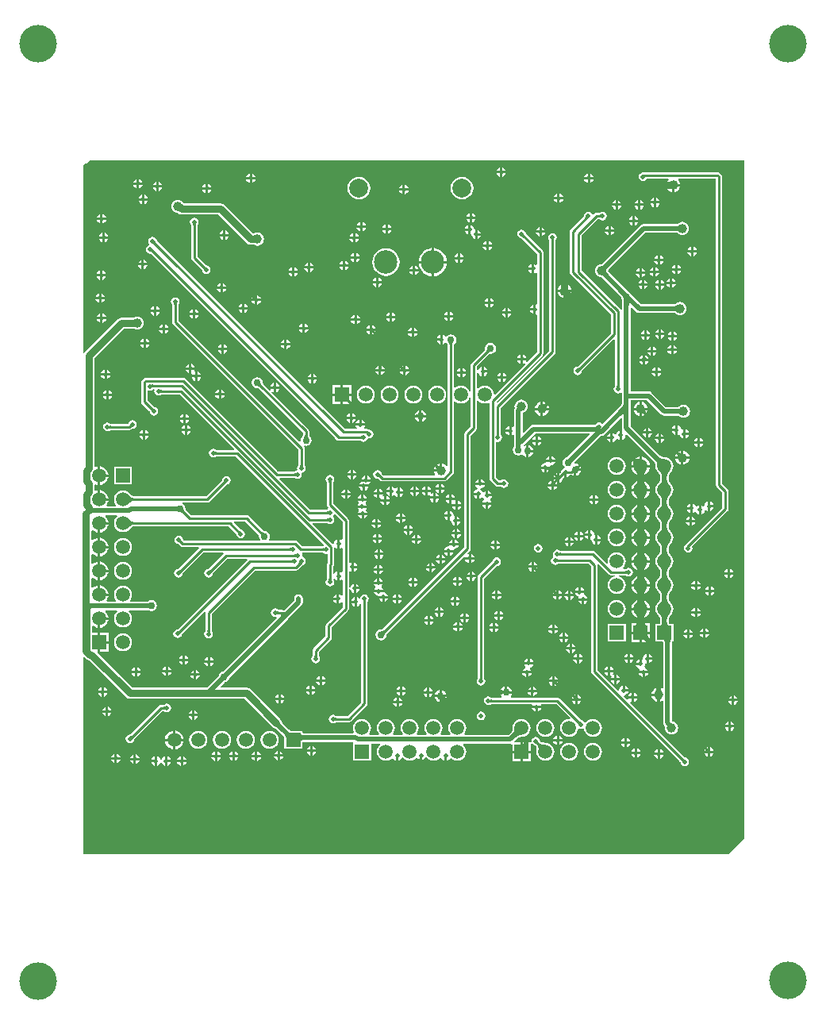
<source format=gbl>
G04*
G04 #@! TF.GenerationSoftware,Altium Limited,Altium Designer,19.0.12 (326)*
G04*
G04 Layer_Physical_Order=2*
G04 Layer_Color=16711680*
%FSLAX24Y24*%
%MOIN*%
G70*
G01*
G75*
%ADD11C,0.0100*%
%ADD75C,0.0300*%
%ADD76C,0.0200*%
%ADD77C,0.0984*%
%ADD78C,0.0787*%
%ADD79R,0.0591X0.0591*%
%ADD80C,0.0591*%
%ADD81R,0.0591X0.0591*%
%ADD82C,0.1575*%
%ADD83C,0.0197*%
%ADD84C,0.0390*%
%ADD85C,0.0300*%
G36*
X29650Y5990D02*
X28970Y5310D01*
X1870D01*
Y13587D01*
X1916Y13606D01*
X1994Y13529D01*
X1994Y13529D01*
X2070Y13478D01*
X2126Y13467D01*
X3676Y11917D01*
X3752Y11866D01*
X3842Y11848D01*
X7100D01*
X7106Y11849D01*
X7113Y11848D01*
X8650D01*
X9834Y10664D01*
X9910Y10613D01*
X9962Y10603D01*
X10093Y10478D01*
X10252Y10318D01*
X10287Y10281D01*
X10311Y10250D01*
X10331Y10223D01*
X10335Y10216D01*
Y9745D01*
X11085D01*
Y10019D01*
X11090Y10022D01*
X11101Y10027D01*
X11119Y10031D01*
X11142Y10035D01*
X11159Y10036D01*
X13203D01*
X13225Y9995D01*
Y9245D01*
X13975D01*
Y9961D01*
X14346D01*
X14363Y9911D01*
X14332Y9888D01*
X14272Y9809D01*
X14234Y9718D01*
X14221Y9620D01*
X14234Y9522D01*
X14272Y9431D01*
X14332Y9352D01*
X14411Y9292D01*
X14502Y9254D01*
X14600Y9241D01*
X14698Y9254D01*
X14789Y9292D01*
X14843Y9333D01*
X14903Y9328D01*
X14909Y9324D01*
X14927Y9297D01*
X14993Y9253D01*
X15020Y9248D01*
Y9440D01*
X15120D01*
Y9248D01*
X15147Y9253D01*
X15213Y9297D01*
X15257Y9363D01*
X15258Y9367D01*
X15311Y9380D01*
X15332Y9352D01*
X15411Y9292D01*
X15502Y9254D01*
X15600Y9241D01*
X15698Y9254D01*
X15789Y9292D01*
X15862Y9348D01*
X15882Y9354D01*
X15919Y9353D01*
X15937Y9327D01*
X16003Y9283D01*
X16030Y9278D01*
Y9470D01*
X16130D01*
Y9278D01*
X16157Y9283D01*
X16223Y9327D01*
X16254Y9373D01*
X16311Y9380D01*
X16332Y9352D01*
X16411Y9292D01*
X16502Y9254D01*
X16600Y9241D01*
X16698Y9254D01*
X16789Y9292D01*
X16868Y9352D01*
X16876Y9363D01*
X16930Y9352D01*
X16967Y9297D01*
X17033Y9253D01*
X17060Y9248D01*
Y9440D01*
X17160D01*
Y9248D01*
X17187Y9253D01*
X17253Y9297D01*
X17280Y9338D01*
X17303Y9344D01*
X17340Y9346D01*
X17341Y9346D01*
X17411Y9292D01*
X17502Y9254D01*
X17600Y9241D01*
X17698Y9254D01*
X17789Y9292D01*
X17868Y9352D01*
X17928Y9431D01*
X17966Y9522D01*
X17979Y9620D01*
X17966Y9718D01*
X17928Y9809D01*
X17868Y9888D01*
X17837Y9911D01*
X17854Y9961D01*
X19825D01*
X19855Y9967D01*
X19901Y9934D01*
X19905Y9926D01*
Y9670D01*
X20250D01*
Y10015D01*
X20020D01*
X20001Y10061D01*
X20129Y10190D01*
X20138Y10197D01*
X20155Y10208D01*
X20172Y10217D01*
X20190Y10225D01*
X20209Y10232D01*
X20229Y10237D01*
X20250Y10240D01*
X20273Y10243D01*
X20289Y10243D01*
X20300Y10241D01*
X20398Y10254D01*
X20489Y10292D01*
X20568Y10352D01*
X20628Y10431D01*
X20666Y10522D01*
X20679Y10620D01*
X20666Y10718D01*
X20628Y10809D01*
X20568Y10888D01*
X20489Y10948D01*
X20398Y10986D01*
X20300Y10999D01*
X20202Y10986D01*
X20111Y10948D01*
X20032Y10888D01*
X19972Y10809D01*
X19934Y10718D01*
X19921Y10620D01*
X19923Y10609D01*
X19923Y10593D01*
X19920Y10570D01*
X19917Y10549D01*
X19912Y10529D01*
X19905Y10510D01*
X19897Y10492D01*
X19888Y10475D01*
X19877Y10458D01*
X19870Y10449D01*
X19749Y10328D01*
X17912D01*
X17888Y10378D01*
X17928Y10431D01*
X17966Y10522D01*
X17979Y10620D01*
X17966Y10718D01*
X17928Y10809D01*
X17868Y10888D01*
X17789Y10948D01*
X17698Y10986D01*
X17600Y10999D01*
X17502Y10986D01*
X17411Y10948D01*
X17332Y10888D01*
X17272Y10809D01*
X17234Y10718D01*
X17221Y10620D01*
X17234Y10522D01*
X17272Y10431D01*
X17312Y10378D01*
X17288Y10328D01*
X16912D01*
X16888Y10378D01*
X16928Y10431D01*
X16966Y10522D01*
X16979Y10620D01*
X16966Y10718D01*
X16928Y10809D01*
X16868Y10888D01*
X16789Y10948D01*
X16698Y10986D01*
X16600Y10999D01*
X16502Y10986D01*
X16411Y10948D01*
X16332Y10888D01*
X16272Y10809D01*
X16234Y10718D01*
X16221Y10620D01*
X16234Y10522D01*
X16272Y10431D01*
X16312Y10378D01*
X16288Y10328D01*
X15912D01*
X15888Y10378D01*
X15928Y10431D01*
X15966Y10522D01*
X15979Y10620D01*
X15966Y10718D01*
X15928Y10809D01*
X15868Y10888D01*
X15789Y10948D01*
X15698Y10986D01*
X15600Y10999D01*
X15502Y10986D01*
X15411Y10948D01*
X15332Y10888D01*
X15272Y10809D01*
X15234Y10718D01*
X15221Y10620D01*
X15234Y10522D01*
X15272Y10431D01*
X15312Y10378D01*
X15288Y10328D01*
X14912D01*
X14888Y10378D01*
X14928Y10431D01*
X14966Y10522D01*
X14979Y10620D01*
X14966Y10718D01*
X14928Y10809D01*
X14868Y10888D01*
X14789Y10948D01*
X14698Y10986D01*
X14600Y10999D01*
X14502Y10986D01*
X14411Y10948D01*
X14332Y10888D01*
X14272Y10809D01*
X14234Y10718D01*
X14221Y10620D01*
X14234Y10522D01*
X14272Y10431D01*
X14312Y10378D01*
X14288Y10328D01*
X13912D01*
X13888Y10378D01*
X13928Y10431D01*
X13966Y10522D01*
X13979Y10620D01*
X13966Y10718D01*
X13928Y10809D01*
X13868Y10888D01*
X13789Y10948D01*
X13698Y10986D01*
X13600Y10999D01*
X13502Y10986D01*
X13411Y10948D01*
X13332Y10888D01*
X13272Y10809D01*
X13234Y10718D01*
X13221Y10620D01*
X13234Y10522D01*
X13263Y10454D01*
X13234Y10404D01*
X11157D01*
X11142Y10405D01*
X11118Y10408D01*
X11101Y10413D01*
X11089Y10417D01*
X11086Y10420D01*
X11085Y10422D01*
Y10495D01*
X11006D01*
X11004Y10496D01*
X11002Y10495D01*
X10614D01*
X10607Y10499D01*
X10581Y10518D01*
X10521Y10568D01*
X10262Y10828D01*
X10243Y10847D01*
X10228Y10863D01*
X10217Y10920D01*
X10166Y10996D01*
X8913Y12249D01*
X8837Y12299D01*
X8747Y12317D01*
X7672D01*
X7653Y12363D01*
X7812Y12522D01*
X7834Y12542D01*
X7890Y12553D01*
X7966Y12604D01*
X8017Y12680D01*
X8028Y12736D01*
X8048Y12758D01*
X10480Y15190D01*
X10480Y15190D01*
X11062Y15772D01*
X11101Y15832D01*
X11115Y15902D01*
Y16045D01*
X11101Y16115D01*
X11062Y16175D01*
X11002Y16215D01*
X10932Y16229D01*
X10862Y16215D01*
X10802Y16175D01*
X10762Y16115D01*
X10748Y16045D01*
Y15978D01*
X10365Y15595D01*
X10352Y15584D01*
X10333Y15570D01*
X10318Y15562D01*
X10307Y15557D01*
X10302Y15556D01*
X10296Y15562D01*
X10253Y15591D01*
X10202Y15601D01*
X10075D01*
X10075Y15601D01*
X10072Y15601D01*
X10020Y15636D01*
X9950Y15650D01*
X9880Y15636D01*
X9821Y15597D01*
X9782Y15538D01*
X9768Y15468D01*
X9782Y15398D01*
X9821Y15339D01*
X9880Y15300D01*
X9950Y15286D01*
X9995Y15295D01*
X10019Y15249D01*
X7769Y12998D01*
X7710Y12987D01*
X7634Y12936D01*
X7583Y12860D01*
X7572Y12801D01*
X7115Y12345D01*
X7096Y12326D01*
X7087Y12317D01*
X3939D01*
X2478Y13779D01*
X2497Y13825D01*
X2500D01*
Y14220D01*
Y14615D01*
X2258D01*
Y14883D01*
X2308Y14907D01*
X2351Y14875D01*
X2447Y14835D01*
X2500Y14828D01*
Y15220D01*
X2550D01*
Y15270D01*
X2942D01*
X2935Y15323D01*
X2895Y15419D01*
X2832Y15502D01*
X2816Y15514D01*
X2832Y15561D01*
X3296D01*
X3313Y15511D01*
X3282Y15488D01*
X3222Y15409D01*
X3184Y15318D01*
X3171Y15220D01*
X3184Y15122D01*
X3222Y15031D01*
X3282Y14952D01*
X3361Y14892D01*
X3452Y14854D01*
X3550Y14841D01*
X3648Y14854D01*
X3739Y14892D01*
X3818Y14952D01*
X3878Y15031D01*
X3916Y15122D01*
X3929Y15220D01*
X3916Y15318D01*
X3878Y15409D01*
X3818Y15488D01*
X3787Y15511D01*
X3804Y15561D01*
X4628D01*
X4660Y15540D01*
X4750Y15522D01*
X4840Y15540D01*
X4916Y15590D01*
X4967Y15666D01*
X4985Y15756D01*
X4967Y15846D01*
X4916Y15922D01*
X4840Y15973D01*
X4750Y15991D01*
X4660Y15973D01*
X4595Y15929D01*
X4581Y15928D01*
X3862D01*
X3838Y15978D01*
X3878Y16031D01*
X3916Y16122D01*
X3929Y16220D01*
X3916Y16318D01*
X3878Y16409D01*
X3818Y16488D01*
X3739Y16548D01*
X3648Y16586D01*
X3550Y16599D01*
X3452Y16586D01*
X3361Y16548D01*
X3282Y16488D01*
X3222Y16409D01*
X3184Y16318D01*
X3171Y16220D01*
X3184Y16122D01*
X3222Y16031D01*
X3262Y15978D01*
X3238Y15928D01*
X2887D01*
X2863Y15978D01*
X2895Y16021D01*
X2935Y16117D01*
X2942Y16170D01*
X2550D01*
Y16220D01*
X2500D01*
Y16612D01*
X2447Y16605D01*
X2351Y16565D01*
X2285Y16515D01*
X2235Y16536D01*
Y16904D01*
X2285Y16925D01*
X2351Y16875D01*
X2447Y16835D01*
X2500Y16828D01*
Y17220D01*
Y17612D01*
X2447Y17605D01*
X2351Y17565D01*
X2285Y17515D01*
X2235Y17536D01*
Y17904D01*
X2285Y17925D01*
X2351Y17875D01*
X2447Y17835D01*
X2500Y17828D01*
Y18220D01*
Y18612D01*
X2447Y18605D01*
X2351Y18565D01*
X2285Y18515D01*
X2235Y18536D01*
Y18904D01*
X2285Y18925D01*
X2351Y18875D01*
X2447Y18835D01*
X2500Y18828D01*
Y19220D01*
X2550D01*
Y19270D01*
X2942D01*
X2935Y19323D01*
X2895Y19419D01*
X2832Y19502D01*
X2816Y19514D01*
X2832Y19561D01*
X3296D01*
X3313Y19511D01*
X3282Y19488D01*
X3222Y19409D01*
X3184Y19318D01*
X3171Y19220D01*
X3184Y19122D01*
X3222Y19031D01*
X3282Y18952D01*
X3361Y18892D01*
X3452Y18854D01*
X3550Y18841D01*
X3648Y18854D01*
X3739Y18892D01*
X3818Y18952D01*
X3825Y18962D01*
X3847Y18983D01*
X3900Y19030D01*
X3923Y19047D01*
X3944Y19061D01*
X3964Y19072D01*
X3981Y19080D01*
X3996Y19085D01*
X4008Y19087D01*
X7995D01*
X8318Y18765D01*
X8318Y18764D01*
X8320Y18762D01*
X8332Y18700D01*
X8371Y18641D01*
X8430Y18602D01*
X8500Y18588D01*
X8570Y18602D01*
X8629Y18641D01*
X8668Y18700D01*
X8682Y18770D01*
X8668Y18840D01*
X8629Y18899D01*
X8570Y18938D01*
X8508Y18950D01*
X8506Y18951D01*
X8504Y18953D01*
X8216Y19241D01*
X8235Y19287D01*
X8695D01*
X9251Y18731D01*
X9253Y18730D01*
X9256Y18724D01*
X9259Y18718D01*
X9262Y18712D01*
X9264Y18706D01*
X9266Y18699D01*
X9267Y18691D01*
X9268Y18683D01*
X9265Y18670D01*
X9283Y18580D01*
X9312Y18538D01*
X9285Y18488D01*
X6120D01*
X6082Y18525D01*
X6082Y18526D01*
X6080Y18528D01*
X6068Y18590D01*
X6029Y18649D01*
X5970Y18688D01*
X5900Y18702D01*
X5830Y18688D01*
X5771Y18649D01*
X5732Y18590D01*
X5718Y18520D01*
X5732Y18450D01*
X5771Y18391D01*
X5830Y18352D01*
X5892Y18340D01*
X5894Y18339D01*
X5896Y18337D01*
X5971Y18261D01*
X6014Y18233D01*
X6065Y18222D01*
X6721D01*
X6741Y18172D01*
X5871Y17302D01*
X5871Y17302D01*
X5869Y17300D01*
X5807Y17288D01*
X5748Y17249D01*
X5708Y17190D01*
X5694Y17120D01*
X5708Y17050D01*
X5748Y16991D01*
X5807Y16952D01*
X5876Y16938D01*
X5946Y16952D01*
X6005Y16991D01*
X6044Y17050D01*
X6057Y17112D01*
X6058Y17114D01*
X6059Y17116D01*
X6938Y17994D01*
X7766D01*
X7787Y17944D01*
X7145Y17302D01*
X7144Y17302D01*
X7142Y17300D01*
X7080Y17288D01*
X7021Y17249D01*
X6982Y17190D01*
X6968Y17120D01*
X6982Y17050D01*
X7021Y16991D01*
X7080Y16952D01*
X7150Y16938D01*
X7220Y16952D01*
X7279Y16991D01*
X7318Y17050D01*
X7330Y17112D01*
X7331Y17114D01*
X7333Y17116D01*
X7955Y17737D01*
X8754D01*
X8775Y17687D01*
X5845Y14757D01*
X5844Y14757D01*
X5842Y14756D01*
X5780Y14743D01*
X5721Y14704D01*
X5682Y14645D01*
X5668Y14575D01*
X5682Y14505D01*
X5721Y14446D01*
X5780Y14407D01*
X5850Y14393D01*
X5920Y14407D01*
X5979Y14446D01*
X6018Y14505D01*
X6030Y14567D01*
X6031Y14569D01*
X6033Y14571D01*
X6975Y15513D01*
X7021Y15488D01*
X7017Y15470D01*
Y14695D01*
X7017Y14695D01*
X7017Y14692D01*
X6982Y14640D01*
X6968Y14570D01*
X6982Y14500D01*
X7021Y14441D01*
X7080Y14402D01*
X7150Y14388D01*
X7220Y14402D01*
X7279Y14441D01*
X7318Y14500D01*
X7332Y14570D01*
X7318Y14640D01*
X7283Y14692D01*
X7283Y14694D01*
X7283Y14696D01*
Y15415D01*
X9105Y17237D01*
X10823D01*
X10874Y17248D01*
X10917Y17276D01*
X11078Y17437D01*
X11083Y17441D01*
X11085Y17443D01*
X11087Y17445D01*
X11087Y17445D01*
X11088Y17445D01*
X11089Y17446D01*
X11090Y17446D01*
X11090Y17446D01*
X11120Y17452D01*
X11179Y17491D01*
X11218Y17550D01*
X11232Y17620D01*
X11218Y17690D01*
X11179Y17749D01*
X11120Y17788D01*
X11116Y17789D01*
X11077Y17847D01*
X11082Y17870D01*
X11069Y17937D01*
X11069Y17945D01*
X11094Y17987D01*
X11944D01*
X11945Y17987D01*
X11947Y17986D01*
X12000Y17951D01*
X12069Y17937D01*
X12115Y17946D01*
X12165Y17913D01*
Y17569D01*
X12156Y17560D01*
X12128Y17517D01*
X12117Y17466D01*
Y16866D01*
X12117Y16865D01*
X12117Y16863D01*
X12082Y16810D01*
X12068Y16740D01*
X12082Y16671D01*
X12121Y16612D01*
X12180Y16572D01*
X12250Y16559D01*
X12320Y16572D01*
X12379Y16612D01*
X12418Y16671D01*
X12432Y16740D01*
X12418Y16810D01*
X12394Y16846D01*
X12400Y16867D01*
X12454Y16877D01*
X12467Y16857D01*
X12533Y16813D01*
X12560Y16808D01*
Y17000D01*
Y17192D01*
X12533Y17187D01*
X12467Y17143D01*
X12433Y17092D01*
X12383Y17107D01*
Y17412D01*
X12391Y17420D01*
X12420Y17463D01*
X12430Y17514D01*
Y18181D01*
X12436Y18186D01*
X12480Y18203D01*
X12533Y18168D01*
X12560Y18163D01*
Y18355D01*
Y18547D01*
X12533Y18542D01*
X12467Y18498D01*
X12423Y18432D01*
X12409Y18361D01*
X12389Y18349D01*
X12360Y18339D01*
X11508Y19191D01*
X11527Y19237D01*
X12125D01*
X12125Y19237D01*
X12128Y19237D01*
X12180Y19202D01*
X12250Y19188D01*
X12320Y19202D01*
X12379Y19241D01*
X12418Y19300D01*
X12432Y19370D01*
X12418Y19440D01*
X12387Y19487D01*
X12382Y19520D01*
X12387Y19553D01*
X12405Y19580D01*
X12464Y19592D01*
X12776Y19280D01*
Y18543D01*
X12726Y18516D01*
X12687Y18542D01*
X12660Y18547D01*
Y18355D01*
Y18163D01*
X12687Y18168D01*
X12726Y18194D01*
X12776Y18167D01*
Y17188D01*
X12726Y17161D01*
X12687Y17187D01*
X12660Y17192D01*
Y17000D01*
Y16808D01*
X12687Y16813D01*
X12726Y16839D01*
X12776Y16812D01*
Y16194D01*
X12726Y16179D01*
X12723Y16183D01*
X12657Y16227D01*
X12630Y16232D01*
Y16040D01*
Y15848D01*
X12657Y15853D01*
X12723Y15897D01*
X12726Y15901D01*
X12776Y15886D01*
Y15683D01*
X12106Y15014D01*
X12078Y14971D01*
X12067Y14920D01*
Y14475D01*
X11556Y13964D01*
X11528Y13921D01*
X11517Y13870D01*
Y13645D01*
X11517Y13645D01*
X11517Y13642D01*
X11482Y13590D01*
X11468Y13520D01*
X11482Y13450D01*
X11521Y13391D01*
X11580Y13352D01*
X11650Y13338D01*
X11720Y13352D01*
X11779Y13391D01*
X11818Y13450D01*
X11832Y13520D01*
X11818Y13590D01*
X11783Y13642D01*
X11783Y13644D01*
X11783Y13646D01*
Y13815D01*
X12294Y14326D01*
X12322Y14369D01*
X12333Y14420D01*
Y14865D01*
X13002Y15535D01*
X13031Y15578D01*
X13041Y15629D01*
Y16468D01*
X13091Y16473D01*
X13094Y16460D01*
X13103Y16413D01*
X13147Y16347D01*
X13213Y16303D01*
X13240Y16298D01*
Y16490D01*
Y16682D01*
X13213Y16677D01*
X13147Y16633D01*
X13103Y16567D01*
X13094Y16520D01*
X13091Y16507D01*
X13041Y16512D01*
Y17182D01*
X13091Y17209D01*
X13115Y17193D01*
X13143Y17188D01*
Y17380D01*
Y17572D01*
X13115Y17567D01*
X13091Y17551D01*
X13041Y17578D01*
Y19334D01*
X13031Y19385D01*
X13002Y19428D01*
X12383Y20048D01*
Y20942D01*
X12383Y20943D01*
X12383Y20946D01*
X12418Y20998D01*
X12432Y21068D01*
X12418Y21137D01*
X12379Y21196D01*
X12320Y21236D01*
X12250Y21250D01*
X12180Y21236D01*
X12121Y21196D01*
X12082Y21137D01*
X12068Y21068D01*
X12082Y20998D01*
X12117Y20946D01*
X12117Y20944D01*
X12117Y20941D01*
Y19993D01*
X12128Y19942D01*
X12156Y19899D01*
X12172Y19884D01*
X12160Y19825D01*
X12128Y19803D01*
X12126Y19803D01*
X12124Y19803D01*
X11405D01*
X10119Y21089D01*
X10138Y21135D01*
X10755D01*
X10755Y21135D01*
X10758Y21135D01*
X10810Y21100D01*
X10880Y21086D01*
X10950Y21100D01*
X11009Y21139D01*
X11048Y21198D01*
X11062Y21268D01*
X11057Y21292D01*
X11050Y21338D01*
X11093Y21347D01*
X11120Y21352D01*
X11179Y21391D01*
X11218Y21450D01*
X11232Y21520D01*
X11218Y21590D01*
X11183Y21642D01*
X11183Y21644D01*
X11183Y21646D01*
Y22370D01*
X11172Y22421D01*
X11167Y22429D01*
X11197Y22474D01*
X11240Y22465D01*
X11330Y22483D01*
X11406Y22534D01*
X11457Y22610D01*
X11475Y22700D01*
X11457Y22790D01*
X11406Y22866D01*
X11395Y22873D01*
X11390Y22879D01*
X11385Y22886D01*
X11381Y22892D01*
X11378Y22898D01*
X11376Y22904D01*
X11374Y22911D01*
X11373Y22917D01*
X11373Y22919D01*
Y23080D01*
X11362Y23131D01*
X11334Y23174D01*
X9798Y24709D01*
X9830Y24748D01*
X9853Y24733D01*
X9880Y24728D01*
Y24870D01*
X9738D01*
X9743Y24843D01*
X9758Y24820D01*
X9719Y24788D01*
X9449Y25059D01*
X9447Y25060D01*
X9444Y25066D01*
X9441Y25072D01*
X9438Y25078D01*
X9436Y25084D01*
X9434Y25091D01*
X9433Y25099D01*
X9432Y25107D01*
X9435Y25120D01*
X9417Y25210D01*
X9366Y25286D01*
X9290Y25337D01*
X9200Y25355D01*
X9110Y25337D01*
X9034Y25286D01*
X8983Y25210D01*
X8965Y25120D01*
X8983Y25030D01*
X9034Y24954D01*
X9110Y24903D01*
X9200Y24885D01*
X9213Y24888D01*
X9221Y24887D01*
X9229Y24886D01*
X9236Y24884D01*
X9242Y24882D01*
X9248Y24879D01*
X9254Y24876D01*
X9260Y24873D01*
X9261Y24871D01*
X11107Y23025D01*
Y22919D01*
X11107Y22917D01*
X11106Y22911D01*
X11104Y22904D01*
X11102Y22898D01*
X11099Y22892D01*
X11095Y22886D01*
X11090Y22879D01*
X11085Y22873D01*
X11074Y22866D01*
X11023Y22790D01*
X11005Y22700D01*
X11012Y22666D01*
X10966Y22641D01*
X5883Y27725D01*
Y28395D01*
X5883Y28396D01*
X5883Y28398D01*
X5918Y28451D01*
X5932Y28520D01*
X5918Y28590D01*
X5879Y28649D01*
X5820Y28688D01*
X5750Y28702D01*
X5680Y28688D01*
X5621Y28649D01*
X5582Y28590D01*
X5568Y28520D01*
X5582Y28451D01*
X5617Y28398D01*
X5617Y28397D01*
X5617Y28394D01*
Y27670D01*
X5628Y27619D01*
X5656Y27576D01*
X10917Y22315D01*
Y21645D01*
X10917Y21645D01*
X10917Y21642D01*
X10882Y21590D01*
X10868Y21520D01*
X10873Y21496D01*
X10880Y21450D01*
X10837Y21441D01*
X10810Y21436D01*
X10758Y21401D01*
X10756Y21401D01*
X10754Y21401D01*
X10062D01*
X6170Y25292D01*
X6127Y25321D01*
X6077Y25331D01*
X4509D01*
X4458Y25321D01*
X4415Y25292D01*
X4356Y25234D01*
X4328Y25191D01*
X4317Y25140D01*
Y24320D01*
X4328Y24269D01*
X4356Y24226D01*
X4668Y23915D01*
X4668Y23914D01*
X4670Y23912D01*
X4682Y23850D01*
X4721Y23791D01*
X4780Y23752D01*
X4850Y23738D01*
X4920Y23752D01*
X4979Y23791D01*
X5018Y23850D01*
X5032Y23920D01*
X5018Y23990D01*
X4979Y24049D01*
X4920Y24088D01*
X4858Y24100D01*
X4856Y24101D01*
X4854Y24103D01*
X4583Y24375D01*
Y24776D01*
X4624Y24802D01*
X4633Y24801D01*
X4700Y24788D01*
X4770Y24802D01*
X4829Y24841D01*
X4870Y24813D01*
X4875Y24806D01*
X4868Y24770D01*
X4882Y24700D01*
X4921Y24641D01*
X4980Y24602D01*
X5050Y24588D01*
X5120Y24602D01*
X5172Y24637D01*
X5174Y24637D01*
X5176Y24637D01*
X5941D01*
X8230Y22349D01*
X8211Y22303D01*
X7475D01*
X7475Y22303D01*
X7472Y22303D01*
X7420Y22338D01*
X7350Y22352D01*
X7280Y22338D01*
X7221Y22299D01*
X7182Y22240D01*
X7168Y22170D01*
X7182Y22100D01*
X7221Y22041D01*
X7280Y22002D01*
X7350Y21988D01*
X7420Y22002D01*
X7472Y22037D01*
X7474Y22037D01*
X7476Y22037D01*
X8287D01*
X11991Y18333D01*
X11979Y18274D01*
X11947Y18252D01*
X11946Y18252D01*
X11943Y18252D01*
X11085D01*
X10888Y18449D01*
X10845Y18477D01*
X10795Y18488D01*
X9715D01*
X9688Y18538D01*
X9717Y18580D01*
X9735Y18670D01*
X9717Y18760D01*
X9666Y18836D01*
X9590Y18887D01*
X9500Y18905D01*
X9487Y18902D01*
X9479Y18903D01*
X9471Y18904D01*
X9464Y18906D01*
X9458Y18908D01*
X9452Y18911D01*
X9446Y18914D01*
X9440Y18917D01*
X9439Y18919D01*
X8844Y19514D01*
X8801Y19542D01*
X8750Y19553D01*
X6405D01*
X6205Y19752D01*
X6197Y19761D01*
X6194Y19766D01*
X6191Y19772D01*
X6188Y19778D01*
X6186Y19784D01*
X6184Y19791D01*
X6183Y19799D01*
X6182Y19807D01*
X6185Y19820D01*
X6167Y19910D01*
X6116Y19986D01*
X6040Y20037D01*
X6036Y20037D01*
X6041Y20087D01*
X7100D01*
X7151Y20098D01*
X7194Y20126D01*
X7905Y20838D01*
X7906Y20838D01*
X7908Y20840D01*
X7970Y20852D01*
X8029Y20891D01*
X8068Y20950D01*
X8082Y21020D01*
X8068Y21090D01*
X8029Y21149D01*
X7970Y21188D01*
X7900Y21202D01*
X7830Y21188D01*
X7771Y21149D01*
X7732Y21090D01*
X7720Y21028D01*
X7719Y21026D01*
X7717Y21024D01*
X7045Y20353D01*
X4008D01*
X3996Y20355D01*
X3981Y20360D01*
X3964Y20368D01*
X3944Y20379D01*
X3923Y20393D01*
X3900Y20410D01*
X3847Y20457D01*
X3825Y20478D01*
X3818Y20488D01*
X3739Y20548D01*
X3648Y20586D01*
X3550Y20599D01*
X3452Y20586D01*
X3361Y20548D01*
X3282Y20488D01*
X3222Y20409D01*
X3184Y20318D01*
X3171Y20220D01*
X3184Y20122D01*
X3222Y20031D01*
X3262Y19978D01*
X3238Y19928D01*
X2887D01*
X2863Y19978D01*
X2895Y20021D01*
X2935Y20117D01*
X2942Y20170D01*
X2550D01*
Y20220D01*
X2500D01*
Y20612D01*
X2447Y20605D01*
X2401Y20586D01*
X2359Y20614D01*
Y20826D01*
X2401Y20854D01*
X2447Y20835D01*
X2500Y20828D01*
Y21220D01*
Y21612D01*
X2447Y21605D01*
X2401Y21586D01*
X2359Y21614D01*
Y26148D01*
X3597Y27385D01*
X4004D01*
X4011Y27380D01*
X4078Y27352D01*
X4150Y27343D01*
X4222Y27352D01*
X4289Y27380D01*
X4346Y27424D01*
X4390Y27481D01*
X4418Y27548D01*
X4427Y27620D01*
X4418Y27692D01*
X4390Y27759D01*
X4346Y27816D01*
X4289Y27860D01*
X4222Y27888D01*
X4150Y27897D01*
X4078Y27888D01*
X4011Y27860D01*
X4004Y27855D01*
X3500D01*
X3410Y27837D01*
X3334Y27786D01*
X1959Y26411D01*
X1920Y26352D01*
X1870Y26367D01*
Y34260D01*
X1980Y34370D01*
X2020Y34330D01*
X2140Y34450D01*
X29650D01*
Y5990D01*
D02*
G37*
G36*
X5815Y28446D02*
X5812Y28441D01*
X5809Y28436D01*
X5807Y28429D01*
X5805Y28422D01*
X5803Y28415D01*
X5802Y28406D01*
X5801Y28397D01*
X5800Y28376D01*
X5700D01*
X5700Y28387D01*
X5698Y28406D01*
X5697Y28415D01*
X5695Y28422D01*
X5693Y28429D01*
X5691Y28436D01*
X5688Y28441D01*
X5685Y28446D01*
X5681Y28450D01*
X5819D01*
X5815Y28446D01*
D02*
G37*
G36*
X9350Y25103D02*
X9352Y25089D01*
X9354Y25075D01*
X9357Y25061D01*
X9362Y25048D01*
X9367Y25036D01*
X9374Y25024D01*
X9381Y25013D01*
X9390Y25002D01*
X9399Y24992D01*
X9328Y24921D01*
X9318Y24930D01*
X9307Y24939D01*
X9296Y24946D01*
X9284Y24953D01*
X9272Y24958D01*
X9259Y24963D01*
X9245Y24966D01*
X9231Y24968D01*
X9217Y24970D01*
X9201Y24970D01*
X9350Y25119D01*
X9350Y25103D01*
D02*
G37*
G36*
X4760Y25049D02*
X4765Y25046D01*
X4770Y25045D01*
X4776Y25043D01*
X4783Y25042D01*
X4800Y25040D01*
X4809Y25039D01*
X4830Y25039D01*
X4852Y24939D01*
X4842Y24938D01*
X4823Y24936D01*
X4815Y24935D01*
X4807Y24933D01*
X4801Y24930D01*
X4795Y24927D01*
X4790Y24924D01*
X4785Y24920D01*
X4782Y24916D01*
X4756Y25051D01*
X4760Y25049D01*
D02*
G37*
G36*
X5124Y24835D02*
X5129Y24832D01*
X5135Y24829D01*
X5141Y24827D01*
X5148Y24825D01*
X5156Y24823D01*
X5164Y24822D01*
X5173Y24821D01*
X5194Y24820D01*
Y24720D01*
X5183Y24720D01*
X5164Y24718D01*
X5156Y24717D01*
X5148Y24715D01*
X5141Y24713D01*
X5135Y24711D01*
X5129Y24708D01*
X5124Y24705D01*
X5120Y24701D01*
Y24839D01*
X5124Y24835D01*
D02*
G37*
G36*
X4791Y24050D02*
X4806Y24037D01*
X4813Y24032D01*
X4819Y24028D01*
X4826Y24024D01*
X4832Y24022D01*
X4838Y24020D01*
X4844Y24019D01*
X4849Y24018D01*
X4752Y23921D01*
X4751Y23926D01*
X4750Y23932D01*
X4748Y23938D01*
X4746Y23944D01*
X4742Y23951D01*
X4738Y23957D01*
X4733Y23964D01*
X4727Y23971D01*
X4713Y23986D01*
X4784Y24057D01*
X4791Y24050D01*
D02*
G37*
G36*
X11291Y22918D02*
X11292Y22904D01*
X11295Y22891D01*
X11299Y22878D01*
X11304Y22865D01*
X11310Y22853D01*
X11317Y22841D01*
X11325Y22829D01*
X11335Y22818D01*
X11345Y22807D01*
X11135D01*
X11145Y22818D01*
X11155Y22829D01*
X11163Y22841D01*
X11170Y22853D01*
X11176Y22865D01*
X11181Y22878D01*
X11185Y22891D01*
X11188Y22904D01*
X11189Y22918D01*
X11190Y22931D01*
X11290D01*
X11291Y22918D01*
D02*
G37*
G36*
X7424Y22235D02*
X7429Y22232D01*
X7435Y22229D01*
X7441Y22227D01*
X7448Y22225D01*
X7456Y22223D01*
X7464Y22222D01*
X7473Y22221D01*
X7494Y22220D01*
Y22120D01*
X7483Y22120D01*
X7464Y22118D01*
X7456Y22117D01*
X7448Y22115D01*
X7441Y22113D01*
X7435Y22111D01*
X7429Y22108D01*
X7424Y22105D01*
X7420Y22101D01*
Y22239D01*
X7424Y22235D01*
D02*
G37*
G36*
X11100Y21653D02*
X11102Y21634D01*
X11103Y21626D01*
X11105Y21618D01*
X11107Y21611D01*
X11109Y21605D01*
X11112Y21599D01*
X11115Y21594D01*
X11119Y21590D01*
X10981D01*
X10985Y21594D01*
X10988Y21599D01*
X10991Y21605D01*
X10993Y21611D01*
X10995Y21618D01*
X10997Y21626D01*
X10998Y21634D01*
X10999Y21643D01*
X11000Y21664D01*
X11100D01*
X11100Y21653D01*
D02*
G37*
G36*
X10810Y21199D02*
X10806Y21203D01*
X10801Y21206D01*
X10795Y21209D01*
X10789Y21211D01*
X10782Y21213D01*
X10774Y21215D01*
X10766Y21216D01*
X10757Y21217D01*
X10736Y21218D01*
Y21318D01*
X10747Y21318D01*
X10766Y21320D01*
X10774Y21321D01*
X10782Y21323D01*
X10789Y21325D01*
X10795Y21327D01*
X10801Y21330D01*
X10806Y21333D01*
X10810Y21337D01*
Y21199D01*
D02*
G37*
G36*
X12315Y20993D02*
X12312Y20989D01*
X12309Y20983D01*
X12307Y20977D01*
X12305Y20970D01*
X12303Y20962D01*
X12302Y20954D01*
X12301Y20944D01*
X12300Y20924D01*
X12200D01*
X12200Y20935D01*
X12198Y20954D01*
X12197Y20962D01*
X12195Y20970D01*
X12193Y20977D01*
X12191Y20983D01*
X12188Y20989D01*
X12185Y20993D01*
X12181Y20997D01*
X12319D01*
X12315Y20993D01*
D02*
G37*
G36*
X7899Y20922D02*
X7894Y20921D01*
X7888Y20920D01*
X7882Y20918D01*
X7876Y20916D01*
X7869Y20912D01*
X7863Y20908D01*
X7856Y20903D01*
X7849Y20897D01*
X7834Y20883D01*
X7763Y20954D01*
X7770Y20961D01*
X7783Y20976D01*
X7788Y20983D01*
X7792Y20989D01*
X7796Y20996D01*
X7798Y21002D01*
X7800Y21008D01*
X7801Y21014D01*
X7802Y21019D01*
X7899Y20922D01*
D02*
G37*
G36*
X3791Y20397D02*
X3849Y20347D01*
X3876Y20326D01*
X3902Y20309D01*
X3927Y20295D01*
X3951Y20284D01*
X3975Y20276D01*
X3997Y20272D01*
X4018Y20270D01*
Y20170D01*
X3997Y20168D01*
X3975Y20164D01*
X3951Y20156D01*
X3927Y20145D01*
X3902Y20131D01*
X3876Y20114D01*
X3849Y20093D01*
X3791Y20043D01*
X3761Y20013D01*
Y20427D01*
X3791Y20397D01*
D02*
G37*
G36*
X5843Y19715D02*
X5841Y19716D01*
X5838Y19717D01*
X5832Y19718D01*
X5817Y19719D01*
X5765Y19720D01*
X5748Y19720D01*
Y19920D01*
X5843Y19925D01*
Y19715D01*
D02*
G37*
G36*
X2235Y19850D02*
X2245Y19849D01*
X2283Y19847D01*
X2537Y19845D01*
Y19645D01*
X2231Y19639D01*
Y19851D01*
X2235Y19850D01*
D02*
G37*
G36*
X2195Y19674D02*
X2187Y19665D01*
X2167Y19642D01*
X2162Y19635D01*
X2158Y19628D01*
X2154Y19622D01*
X2152Y19616D01*
X2150Y19611D01*
X2149Y19606D01*
X1986Y19769D01*
X1991Y19770D01*
X1996Y19772D01*
X2002Y19774D01*
X2008Y19778D01*
X2015Y19782D01*
X2022Y19787D01*
X2037Y19800D01*
X2045Y19807D01*
X2054Y19815D01*
X2195Y19674D01*
D02*
G37*
G36*
X12180Y19601D02*
X12176Y19605D01*
X12171Y19608D01*
X12165Y19611D01*
X12159Y19613D01*
X12152Y19615D01*
X12144Y19617D01*
X12136Y19618D01*
X12127Y19619D01*
X12106Y19620D01*
Y19720D01*
X12117Y19720D01*
X12136Y19722D01*
X12144Y19723D01*
X12152Y19725D01*
X12159Y19727D01*
X12165Y19729D01*
X12171Y19732D01*
X12176Y19735D01*
X12180Y19739D01*
Y19601D01*
D02*
G37*
G36*
X6051Y19813D02*
X6056Y19804D01*
X6062Y19793D01*
X6067Y19786D01*
X6100Y19819D01*
X6100Y19803D01*
X6102Y19789D01*
X6104Y19775D01*
X6107Y19761D01*
X6112Y19748D01*
X6117Y19736D01*
X6124Y19724D01*
X6131Y19713D01*
X6134Y19709D01*
X6162Y19679D01*
X6188Y19653D01*
X6117Y19582D01*
X6091Y19608D01*
X6051Y19643D01*
X6046Y19646D01*
X6034Y19653D01*
X6022Y19658D01*
X6009Y19663D01*
X5995Y19666D01*
X5981Y19668D01*
X5967Y19670D01*
X5951Y19670D01*
X5984Y19702D01*
X5977Y19708D01*
X5966Y19714D01*
X5957Y19719D01*
X5950Y19720D01*
X6050Y19820D01*
X6051Y19813D01*
D02*
G37*
G36*
X2139Y19595D02*
X2134Y19595D01*
X2128Y19593D01*
X2123Y19590D01*
X2116Y19587D01*
X2110Y19583D01*
X2103Y19578D01*
X2087Y19565D01*
X2079Y19558D01*
X2071Y19549D01*
X1929Y19691D01*
X1938Y19699D01*
X1958Y19723D01*
X1963Y19730D01*
X1967Y19736D01*
X1970Y19743D01*
X1973Y19748D01*
X1975Y19754D01*
X1975Y19759D01*
X2139Y19595D01*
D02*
G37*
G36*
X12180Y19301D02*
X12176Y19305D01*
X12171Y19308D01*
X12165Y19311D01*
X12159Y19313D01*
X12152Y19315D01*
X12144Y19317D01*
X12136Y19318D01*
X12127Y19319D01*
X12106Y19320D01*
Y19420D01*
X12117Y19420D01*
X12136Y19422D01*
X12144Y19423D01*
X12152Y19425D01*
X12159Y19427D01*
X12165Y19429D01*
X12171Y19432D01*
X12176Y19435D01*
X12180Y19439D01*
Y19301D01*
D02*
G37*
G36*
X3791Y19397D02*
X3849Y19347D01*
X3876Y19326D01*
X3902Y19309D01*
X3927Y19295D01*
X3951Y19284D01*
X3975Y19276D01*
X3997Y19272D01*
X4018Y19270D01*
Y19170D01*
X3997Y19168D01*
X3975Y19164D01*
X3951Y19156D01*
X3927Y19145D01*
X3902Y19131D01*
X3876Y19114D01*
X3849Y19093D01*
X3791Y19043D01*
X3761Y19013D01*
Y19427D01*
X3791Y19397D01*
D02*
G37*
G36*
X8441Y18900D02*
X8456Y18887D01*
X8463Y18882D01*
X8469Y18878D01*
X8476Y18874D01*
X8482Y18872D01*
X8488Y18870D01*
X8494Y18869D01*
X8499Y18868D01*
X8402Y18771D01*
X8401Y18776D01*
X8400Y18782D01*
X8398Y18788D01*
X8396Y18794D01*
X8392Y18801D01*
X8388Y18807D01*
X8383Y18814D01*
X8377Y18821D01*
X8363Y18836D01*
X8434Y18907D01*
X8441Y18900D01*
D02*
G37*
G36*
X9382Y18860D02*
X9393Y18851D01*
X9404Y18844D01*
X9416Y18837D01*
X9428Y18832D01*
X9441Y18827D01*
X9455Y18824D01*
X9469Y18822D01*
X9483Y18820D01*
X9499Y18820D01*
X9350Y18671D01*
X9350Y18687D01*
X9348Y18701D01*
X9346Y18715D01*
X9343Y18729D01*
X9338Y18742D01*
X9333Y18754D01*
X9326Y18766D01*
X9319Y18777D01*
X9310Y18788D01*
X9301Y18798D01*
X9372Y18869D01*
X9382Y18860D01*
D02*
G37*
G36*
X5999Y18514D02*
X6000Y18508D01*
X6002Y18502D01*
X6004Y18496D01*
X6008Y18489D01*
X6012Y18483D01*
X6017Y18476D01*
X6023Y18469D01*
X6037Y18454D01*
X5966Y18383D01*
X5959Y18390D01*
X5944Y18403D01*
X5937Y18408D01*
X5931Y18412D01*
X5924Y18416D01*
X5918Y18418D01*
X5912Y18420D01*
X5906Y18421D01*
X5901Y18422D01*
X5998Y18519D01*
X5999Y18514D01*
D02*
G37*
G36*
X10630Y18058D02*
X10626Y18061D01*
X10621Y18065D01*
X10615Y18067D01*
X10609Y18070D01*
X10602Y18072D01*
X10594Y18074D01*
X10586Y18075D01*
X10577Y18076D01*
X10556Y18077D01*
Y18177D01*
X10567Y18177D01*
X10586Y18178D01*
X10594Y18180D01*
X10602Y18181D01*
X10609Y18183D01*
X10615Y18186D01*
X10621Y18189D01*
X10626Y18192D01*
X10630Y18196D01*
Y18058D01*
D02*
G37*
G36*
X11999Y18050D02*
X11995Y18054D01*
X11990Y18057D01*
X11985Y18060D01*
X11978Y18062D01*
X11971Y18064D01*
X11964Y18066D01*
X11955Y18068D01*
X11946Y18068D01*
X11925Y18069D01*
Y18169D01*
X11936Y18169D01*
X11955Y18171D01*
X11964Y18172D01*
X11971Y18174D01*
X11978Y18176D01*
X11985Y18178D01*
X11990Y18181D01*
X11995Y18185D01*
X11999Y18188D01*
Y18050D01*
D02*
G37*
G36*
X10830Y17801D02*
X10826Y17805D01*
X10821Y17808D01*
X10815Y17811D01*
X10809Y17813D01*
X10802Y17815D01*
X10794Y17817D01*
X10786Y17818D01*
X10777Y17819D01*
X10756Y17820D01*
Y17920D01*
X10767Y17920D01*
X10786Y17922D01*
X10794Y17923D01*
X10802Y17925D01*
X10809Y17927D01*
X10815Y17929D01*
X10821Y17932D01*
X10826Y17935D01*
X10830Y17939D01*
Y17801D01*
D02*
G37*
G36*
X10680Y17551D02*
X10676Y17555D01*
X10671Y17558D01*
X10665Y17561D01*
X10659Y17563D01*
X10652Y17565D01*
X10644Y17567D01*
X10636Y17568D01*
X10627Y17569D01*
X10606Y17570D01*
Y17670D01*
X10617Y17670D01*
X10636Y17672D01*
X10644Y17673D01*
X10652Y17675D01*
X10659Y17677D01*
X10665Y17679D01*
X10671Y17682D01*
X10676Y17685D01*
X10680Y17689D01*
Y17551D01*
D02*
G37*
G36*
X11065Y17523D02*
X11061Y17522D01*
X11056Y17520D01*
X11050Y17517D01*
X11045Y17514D01*
X11039Y17510D01*
X11032Y17506D01*
X11019Y17494D01*
X11004Y17480D01*
X10919Y17537D01*
X10926Y17544D01*
X10938Y17559D01*
X10943Y17566D01*
X10947Y17573D01*
X10950Y17579D01*
X10952Y17585D01*
X10953Y17591D01*
X10954Y17597D01*
X10953Y17603D01*
X11065Y17523D01*
D02*
G37*
G36*
X7287Y17186D02*
X7280Y17179D01*
X7267Y17164D01*
X7262Y17157D01*
X7258Y17151D01*
X7254Y17144D01*
X7252Y17138D01*
X7250Y17132D01*
X7249Y17126D01*
X7248Y17121D01*
X7151Y17218D01*
X7156Y17219D01*
X7162Y17220D01*
X7168Y17222D01*
X7174Y17224D01*
X7181Y17228D01*
X7187Y17232D01*
X7194Y17237D01*
X7201Y17243D01*
X7216Y17257D01*
X7287Y17186D01*
D02*
G37*
G36*
X6013D02*
X6006Y17179D01*
X5994Y17164D01*
X5989Y17157D01*
X5984Y17151D01*
X5981Y17144D01*
X5978Y17138D01*
X5976Y17132D01*
X5975Y17126D01*
X5975Y17121D01*
X5877Y17218D01*
X5883Y17219D01*
X5888Y17220D01*
X5894Y17222D01*
X5900Y17224D01*
X5907Y17228D01*
X5914Y17232D01*
X5920Y17237D01*
X5928Y17243D01*
X5943Y17257D01*
X6013Y17186D01*
D02*
G37*
G36*
X12300Y16874D02*
X12302Y16855D01*
X12303Y16846D01*
X12305Y16838D01*
X12307Y16831D01*
X12309Y16825D01*
X12312Y16820D01*
X12315Y16815D01*
X12319Y16811D01*
X12181D01*
X12185Y16815D01*
X12188Y16820D01*
X12191Y16825D01*
X12193Y16831D01*
X12195Y16838D01*
X12197Y16846D01*
X12198Y16855D01*
X12199Y16864D01*
X12200Y16884D01*
X12300D01*
X12300Y16874D01*
D02*
G37*
G36*
X4651Y15643D02*
X4650Y15644D01*
X4647Y15644D01*
X4618Y15645D01*
X4560Y15645D01*
X4539Y15845D01*
X4556Y15845D01*
X4629Y15850D01*
X4633Y15851D01*
X4635Y15853D01*
X4651Y15643D01*
D02*
G37*
G36*
X10562Y15391D02*
X10421Y15249D01*
X10103Y15214D01*
X10129Y15242D01*
X10151Y15268D01*
X10168Y15292D01*
X10182Y15316D01*
X10191Y15338D01*
X10196Y15358D01*
X10197Y15377D01*
X10193Y15395D01*
X10185Y15411D01*
X10174Y15425D01*
X10167Y15433D01*
X10237Y15503D01*
X10245Y15496D01*
X10259Y15485D01*
X10275Y15477D01*
X10293Y15473D01*
X10312Y15474D01*
X10332Y15479D01*
X10354Y15488D01*
X10378Y15502D01*
X10402Y15519D01*
X10428Y15541D01*
X10456Y15567D01*
X10562Y15391D01*
D02*
G37*
G36*
X10024Y15533D02*
X10029Y15530D01*
X10035Y15527D01*
X10041Y15525D01*
X10048Y15523D01*
X10056Y15521D01*
X10064Y15520D01*
X10073Y15519D01*
X10094Y15518D01*
Y15418D01*
X10083Y15418D01*
X10064Y15416D01*
X10056Y15415D01*
X10048Y15413D01*
X10041Y15411D01*
X10035Y15409D01*
X10029Y15406D01*
X10024Y15403D01*
X10020Y15399D01*
Y15537D01*
X10024Y15533D01*
D02*
G37*
G36*
X7200Y14703D02*
X7202Y14684D01*
X7203Y14676D01*
X7205Y14668D01*
X7207Y14661D01*
X7209Y14655D01*
X7212Y14649D01*
X7215Y14644D01*
X7219Y14640D01*
X7081D01*
X7085Y14644D01*
X7088Y14649D01*
X7091Y14655D01*
X7093Y14661D01*
X7095Y14668D01*
X7097Y14676D01*
X7098Y14684D01*
X7099Y14693D01*
X7100Y14714D01*
X7200D01*
X7200Y14703D01*
D02*
G37*
G36*
X5987Y14641D02*
X5980Y14634D01*
X5967Y14619D01*
X5962Y14612D01*
X5958Y14606D01*
X5954Y14599D01*
X5952Y14593D01*
X5950Y14587D01*
X5949Y14582D01*
X5948Y14576D01*
X5851Y14674D01*
X5856Y14674D01*
X5862Y14675D01*
X5868Y14677D01*
X5874Y14680D01*
X5881Y14683D01*
X5887Y14687D01*
X5894Y14692D01*
X5901Y14698D01*
X5916Y14712D01*
X5987Y14641D01*
D02*
G37*
G36*
X11700Y13653D02*
X11702Y13634D01*
X11703Y13626D01*
X11705Y13618D01*
X11707Y13611D01*
X11709Y13605D01*
X11712Y13599D01*
X11715Y13594D01*
X11719Y13590D01*
X11581D01*
X11585Y13594D01*
X11588Y13599D01*
X11591Y13605D01*
X11593Y13611D01*
X11595Y13618D01*
X11597Y13626D01*
X11598Y13634D01*
X11599Y13643D01*
X11600Y13664D01*
X11700D01*
X11700Y13653D01*
D02*
G37*
G36*
X8013Y12842D02*
X7950Y12772D01*
X7800Y12770D01*
X7799Y12620D01*
X7728Y12557D01*
X7587Y12698D01*
X7599Y12710D01*
X7634Y12747D01*
X7644Y12759D01*
X7647Y12763D01*
X7649Y12767D01*
X7650Y12768D01*
X7800Y12770D01*
X7801Y12920D01*
X7803Y12921D01*
X7807Y12923D01*
X7811Y12926D01*
X7823Y12936D01*
X7860Y12971D01*
X7872Y12983D01*
X8013Y12842D01*
D02*
G37*
G36*
X7475Y12303D02*
X7263Y12083D01*
X7113Y12233D01*
X7116Y12235D01*
X7124Y12241D01*
X7152Y12267D01*
X7333Y12445D01*
X7475Y12303D01*
D02*
G37*
G36*
X10152Y10826D02*
X10158Y10818D01*
X10184Y10791D01*
X10362Y10610D01*
X10220Y10468D01*
X10000Y10680D01*
X10150Y10830D01*
X10152Y10826D01*
D02*
G37*
G36*
X20297Y10325D02*
X20268Y10324D01*
X20239Y10321D01*
X20212Y10317D01*
X20186Y10310D01*
X20160Y10301D01*
X20136Y10290D01*
X20113Y10278D01*
X20090Y10263D01*
X20069Y10246D01*
X20049Y10228D01*
X19908Y10369D01*
X19926Y10389D01*
X19943Y10410D01*
X19958Y10433D01*
X19970Y10456D01*
X19981Y10480D01*
X19990Y10506D01*
X19997Y10532D01*
X20001Y10559D01*
X20004Y10588D01*
X20005Y10617D01*
X20297Y10325D01*
D02*
G37*
G36*
X10457Y10516D02*
X10531Y10453D01*
X10563Y10431D01*
X10593Y10413D01*
X10620Y10402D01*
X10644Y10396D01*
X10665Y10396D01*
X10683Y10402D01*
X10699Y10413D01*
X10417Y10131D01*
X10428Y10147D01*
X10434Y10165D01*
X10434Y10186D01*
X10428Y10210D01*
X10417Y10237D01*
X10399Y10267D01*
X10377Y10299D01*
X10348Y10335D01*
X10274Y10414D01*
X10416Y10555D01*
X10457Y10516D01*
D02*
G37*
G36*
X11006Y10396D02*
X11012Y10380D01*
X11022Y10366D01*
X11036Y10354D01*
X11054Y10344D01*
X11076Y10335D01*
X11102Y10328D01*
X11132Y10324D01*
X11166Y10321D01*
X11204Y10320D01*
Y10120D01*
X11166Y10119D01*
X11132Y10116D01*
X11102Y10111D01*
X11075Y10104D01*
X11053Y10095D01*
X11035Y10084D01*
X11021Y10071D01*
X11011Y10056D01*
X11005Y10039D01*
X11003Y10020D01*
X11004Y10414D01*
X11006Y10396D01*
D02*
G37*
%LPC*%
G36*
X19490Y34152D02*
Y34010D01*
X19632D01*
X19627Y34037D01*
X19583Y34103D01*
X19517Y34147D01*
X19490Y34152D01*
D02*
G37*
G36*
X19390D02*
X19363Y34147D01*
X19297Y34103D01*
X19253Y34037D01*
X19248Y34010D01*
X19390D01*
Y34152D01*
D02*
G37*
G36*
X28541Y33953D02*
X25450D01*
X25423Y33947D01*
X25400Y33952D01*
X25330Y33938D01*
X25271Y33899D01*
X25232Y33840D01*
X25218Y33770D01*
X25232Y33700D01*
X25271Y33641D01*
X25330Y33602D01*
X25400Y33588D01*
X25470Y33602D01*
X25529Y33641D01*
X25559Y33687D01*
X26457D01*
X26474Y33637D01*
X26465Y33630D01*
X26417Y33569D01*
X26388Y33497D01*
X26384Y33470D01*
X26966D01*
X26962Y33497D01*
X26933Y33569D01*
X26885Y33630D01*
X26876Y33637D01*
X26893Y33687D01*
X28467D01*
Y20820D01*
X28478Y20769D01*
X28506Y20726D01*
X28717Y20515D01*
Y19867D01*
X27206Y18356D01*
X27178Y18313D01*
X27175Y18301D01*
X27171Y18299D01*
X27132Y18240D01*
X27118Y18170D01*
X27132Y18100D01*
X27171Y18041D01*
X27230Y18002D01*
X27300Y17988D01*
X27370Y18002D01*
X27429Y18041D01*
X27468Y18100D01*
X27482Y18170D01*
X27468Y18240D01*
X27467Y18242D01*
X28944Y19719D01*
X28972Y19762D01*
X28983Y19812D01*
Y20570D01*
X28972Y20621D01*
X28944Y20664D01*
X28733Y20875D01*
Y33761D01*
X28722Y33812D01*
X28694Y33855D01*
X28635Y33914D01*
X28592Y33942D01*
X28541Y33953D01*
D02*
G37*
G36*
X19632Y33910D02*
X19490D01*
Y33768D01*
X19517Y33773D01*
X19583Y33817D01*
X19627Y33883D01*
X19632Y33910D01*
D02*
G37*
G36*
X19390D02*
X19248D01*
X19253Y33883D01*
X19297Y33817D01*
X19363Y33773D01*
X19390Y33768D01*
Y33910D01*
D02*
G37*
G36*
X23170Y33902D02*
Y33760D01*
X23312D01*
X23307Y33787D01*
X23263Y33853D01*
X23197Y33897D01*
X23170Y33902D01*
D02*
G37*
G36*
X23070D02*
X23043Y33897D01*
X22977Y33853D01*
X22933Y33787D01*
X22928Y33760D01*
X23070D01*
Y33902D01*
D02*
G37*
G36*
X8970D02*
Y33760D01*
X9112D01*
X9107Y33787D01*
X9063Y33853D01*
X8997Y33897D01*
X8970Y33902D01*
D02*
G37*
G36*
X8870D02*
X8843Y33897D01*
X8777Y33853D01*
X8733Y33787D01*
X8728Y33760D01*
X8870D01*
Y33902D01*
D02*
G37*
G36*
X4230Y33672D02*
Y33530D01*
X4372D01*
X4367Y33557D01*
X4323Y33623D01*
X4257Y33667D01*
X4230Y33672D01*
D02*
G37*
G36*
X4130D02*
X4103Y33667D01*
X4037Y33623D01*
X3993Y33557D01*
X3988Y33530D01*
X4130D01*
Y33672D01*
D02*
G37*
G36*
X23312Y33660D02*
X23170D01*
Y33518D01*
X23197Y33523D01*
X23263Y33567D01*
X23307Y33633D01*
X23312Y33660D01*
D02*
G37*
G36*
X23070D02*
X22928D01*
X22933Y33633D01*
X22977Y33567D01*
X23043Y33523D01*
X23070Y33518D01*
Y33660D01*
D02*
G37*
G36*
X9112D02*
X8970D01*
Y33518D01*
X8997Y33523D01*
X9063Y33567D01*
X9107Y33633D01*
X9112Y33660D01*
D02*
G37*
G36*
X8870D02*
X8728D01*
X8733Y33633D01*
X8777Y33567D01*
X8843Y33523D01*
X8870Y33518D01*
Y33660D01*
D02*
G37*
G36*
X5050Y33552D02*
Y33410D01*
X5192D01*
X5187Y33437D01*
X5143Y33503D01*
X5077Y33547D01*
X5050Y33552D01*
D02*
G37*
G36*
X4950D02*
X4923Y33547D01*
X4857Y33503D01*
X4813Y33437D01*
X4808Y33410D01*
X4950D01*
Y33552D01*
D02*
G37*
G36*
X7120Y33472D02*
Y33330D01*
X7262D01*
X7257Y33357D01*
X7213Y33423D01*
X7147Y33467D01*
X7120Y33472D01*
D02*
G37*
G36*
X7020D02*
X6993Y33467D01*
X6927Y33423D01*
X6883Y33357D01*
X6878Y33330D01*
X7020D01*
Y33472D01*
D02*
G37*
G36*
X4372Y33430D02*
X4230D01*
Y33288D01*
X4257Y33293D01*
X4323Y33337D01*
X4367Y33403D01*
X4372Y33430D01*
D02*
G37*
G36*
X4130D02*
X3988D01*
X3993Y33403D01*
X4037Y33337D01*
X4103Y33293D01*
X4130Y33288D01*
Y33430D01*
D02*
G37*
G36*
X15400Y33422D02*
Y33280D01*
X15542D01*
X15537Y33307D01*
X15493Y33373D01*
X15427Y33417D01*
X15400Y33422D01*
D02*
G37*
G36*
X15300D02*
X15273Y33417D01*
X15207Y33373D01*
X15163Y33307D01*
X15158Y33280D01*
X15300D01*
Y33422D01*
D02*
G37*
G36*
X5192Y33310D02*
X5050D01*
Y33168D01*
X5077Y33173D01*
X5143Y33217D01*
X5187Y33283D01*
X5192Y33310D01*
D02*
G37*
G36*
X4950D02*
X4808D01*
X4813Y33283D01*
X4857Y33217D01*
X4923Y33173D01*
X4950Y33168D01*
Y33310D01*
D02*
G37*
G36*
X26966Y33370D02*
X26725D01*
Y33129D01*
X26752Y33133D01*
X26824Y33162D01*
X26885Y33210D01*
X26933Y33271D01*
X26962Y33343D01*
X26966Y33370D01*
D02*
G37*
G36*
X26625D02*
X26384D01*
X26388Y33343D01*
X26417Y33271D01*
X26465Y33210D01*
X26526Y33162D01*
X26598Y33133D01*
X26625Y33129D01*
Y33370D01*
D02*
G37*
G36*
X7262Y33230D02*
X7120D01*
Y33088D01*
X7147Y33093D01*
X7213Y33137D01*
X7257Y33203D01*
X7262Y33230D01*
D02*
G37*
G36*
X7020D02*
X6878D01*
X6883Y33203D01*
X6927Y33137D01*
X6993Y33093D01*
X7020Y33088D01*
Y33230D01*
D02*
G37*
G36*
X15542Y33180D02*
X15400D01*
Y33038D01*
X15427Y33043D01*
X15493Y33087D01*
X15537Y33153D01*
X15542Y33180D01*
D02*
G37*
G36*
X15300D02*
X15158D01*
X15163Y33153D01*
X15207Y33087D01*
X15273Y33043D01*
X15300Y33038D01*
Y33180D01*
D02*
G37*
G36*
X21900Y33062D02*
Y32920D01*
X22042D01*
X22037Y32947D01*
X21993Y33013D01*
X21927Y33057D01*
X21900Y33062D01*
D02*
G37*
G36*
X21800D02*
X21773Y33057D01*
X21707Y33013D01*
X21663Y32947D01*
X21658Y32920D01*
X21800D01*
Y33062D01*
D02*
G37*
G36*
X4450Y33012D02*
Y32870D01*
X4592D01*
X4587Y32897D01*
X4543Y32963D01*
X4477Y33007D01*
X4450Y33012D01*
D02*
G37*
G36*
X4350D02*
X4323Y33007D01*
X4257Y32963D01*
X4213Y32897D01*
X4208Y32870D01*
X4350D01*
Y33012D01*
D02*
G37*
G36*
X17795Y33766D02*
X17671Y33750D01*
X17556Y33702D01*
X17457Y33626D01*
X17381Y33527D01*
X17333Y33412D01*
X17317Y33289D01*
X17333Y33165D01*
X17381Y33050D01*
X17457Y32951D01*
X17556Y32875D01*
X17671Y32827D01*
X17795Y32811D01*
X17918Y32827D01*
X18034Y32875D01*
X18132Y32951D01*
X18208Y33050D01*
X18256Y33165D01*
X18272Y33289D01*
X18256Y33412D01*
X18208Y33527D01*
X18132Y33626D01*
X18034Y33702D01*
X17918Y33750D01*
X17795Y33766D01*
D02*
G37*
G36*
X13464D02*
X13340Y33750D01*
X13225Y33702D01*
X13126Y33626D01*
X13050Y33527D01*
X13002Y33412D01*
X12986Y33289D01*
X13002Y33165D01*
X13050Y33050D01*
X13126Y32951D01*
X13225Y32875D01*
X13340Y32827D01*
X13464Y32811D01*
X13588Y32827D01*
X13703Y32875D01*
X13802Y32951D01*
X13878Y33050D01*
X13925Y33165D01*
X13942Y33289D01*
X13925Y33412D01*
X13878Y33527D01*
X13802Y33626D01*
X13703Y33702D01*
X13588Y33750D01*
X13464Y33766D01*
D02*
G37*
G36*
X25950Y32882D02*
Y32740D01*
X26092D01*
X26087Y32767D01*
X26043Y32833D01*
X25977Y32877D01*
X25950Y32882D01*
D02*
G37*
G36*
X25850D02*
X25823Y32877D01*
X25757Y32833D01*
X25713Y32767D01*
X25708Y32740D01*
X25850D01*
Y32882D01*
D02*
G37*
G36*
X22042Y32820D02*
X21900D01*
Y32678D01*
X21927Y32683D01*
X21993Y32727D01*
X22037Y32793D01*
X22042Y32820D01*
D02*
G37*
G36*
X21800D02*
X21658D01*
X21663Y32793D01*
X21707Y32727D01*
X21773Y32683D01*
X21800Y32678D01*
Y32820D01*
D02*
G37*
G36*
X25280Y32782D02*
Y32640D01*
X25422D01*
X25417Y32667D01*
X25373Y32733D01*
X25307Y32777D01*
X25280Y32782D01*
D02*
G37*
G36*
X25180D02*
X25153Y32777D01*
X25087Y32733D01*
X25043Y32667D01*
X25038Y32640D01*
X25180D01*
Y32782D01*
D02*
G37*
G36*
X24340D02*
Y32640D01*
X24482D01*
X24477Y32667D01*
X24433Y32733D01*
X24367Y32777D01*
X24340Y32782D01*
D02*
G37*
G36*
X24240D02*
X24213Y32777D01*
X24147Y32733D01*
X24103Y32667D01*
X24098Y32640D01*
X24240D01*
Y32782D01*
D02*
G37*
G36*
X4592Y32770D02*
X4450D01*
Y32628D01*
X4477Y32633D01*
X4543Y32677D01*
X4587Y32743D01*
X4592Y32770D01*
D02*
G37*
G36*
X4350D02*
X4208D01*
X4213Y32743D01*
X4257Y32677D01*
X4323Y32633D01*
X4350Y32628D01*
Y32770D01*
D02*
G37*
G36*
X26092Y32640D02*
X25950D01*
Y32498D01*
X25977Y32503D01*
X26043Y32547D01*
X26087Y32613D01*
X26092Y32640D01*
D02*
G37*
G36*
X25850D02*
X25708D01*
X25713Y32613D01*
X25757Y32547D01*
X25823Y32503D01*
X25850Y32498D01*
Y32640D01*
D02*
G37*
G36*
X25422Y32540D02*
X25280D01*
Y32398D01*
X25307Y32403D01*
X25373Y32447D01*
X25417Y32513D01*
X25422Y32540D01*
D02*
G37*
G36*
X25180D02*
X25038D01*
X25043Y32513D01*
X25087Y32447D01*
X25153Y32403D01*
X25180Y32398D01*
Y32540D01*
D02*
G37*
G36*
X24482D02*
X24340D01*
Y32398D01*
X24367Y32403D01*
X24433Y32447D01*
X24477Y32513D01*
X24482Y32540D01*
D02*
G37*
G36*
X24240D02*
X24098D01*
X24103Y32513D01*
X24147Y32447D01*
X24213Y32403D01*
X24240Y32398D01*
Y32540D01*
D02*
G37*
G36*
X23700Y32302D02*
X23630Y32288D01*
X23578Y32253D01*
X23576Y32253D01*
X23574Y32253D01*
X23450D01*
X23399Y32242D01*
X23356Y32214D01*
X23316Y32174D01*
X23276Y32186D01*
X23265Y32194D01*
X23229Y32249D01*
X23170Y32288D01*
X23100Y32302D01*
X23030Y32288D01*
X22971Y32249D01*
X22932Y32190D01*
X22920Y32128D01*
X22919Y32126D01*
X22917Y32124D01*
X22356Y31564D01*
X22328Y31521D01*
X22317Y31470D01*
Y29765D01*
X22328Y29715D01*
X22356Y29672D01*
X24037Y27991D01*
Y27195D01*
X22645Y25802D01*
X22644Y25802D01*
X22642Y25800D01*
X22580Y25788D01*
X22521Y25749D01*
X22482Y25690D01*
X22468Y25620D01*
X22482Y25550D01*
X22521Y25491D01*
X22580Y25452D01*
X22650Y25438D01*
X22720Y25452D01*
X22779Y25491D01*
X22818Y25550D01*
X22830Y25612D01*
X22831Y25614D01*
X22833Y25616D01*
X24171Y26954D01*
X24217Y26935D01*
Y24968D01*
X24217Y24967D01*
X24217Y24965D01*
X24182Y24912D01*
X24168Y24843D01*
X24182Y24773D01*
X24221Y24714D01*
X24280Y24675D01*
X24350Y24661D01*
X24420Y24675D01*
X24466Y24706D01*
X24516Y24688D01*
Y24322D01*
X24514Y24296D01*
X24508Y24265D01*
X24500Y24236D01*
X24489Y24207D01*
X24476Y24180D01*
X24461Y24153D01*
X24444Y24127D01*
X24428Y24107D01*
X23717Y23396D01*
X23680Y23400D01*
X23620Y23440D01*
X23550Y23454D01*
X23480Y23440D01*
X23420Y23400D01*
X23374Y23354D01*
X20800D01*
X20730Y23340D01*
X20670Y23300D01*
X20391Y23021D01*
X20345Y23040D01*
Y23861D01*
X20349Y23861D01*
X20416Y23889D01*
X20474Y23933D01*
X20518Y23991D01*
X20546Y24058D01*
X20555Y24129D01*
X20546Y24201D01*
X20518Y24268D01*
X20474Y24326D01*
X20416Y24370D01*
X20349Y24397D01*
X20278Y24407D01*
X20206Y24397D01*
X20139Y24370D01*
X20081Y24326D01*
X20037Y24268D01*
X20010Y24201D01*
X20000Y24129D01*
X20010Y24058D01*
X19992Y24032D01*
X19978Y23962D01*
Y23293D01*
X19928Y23266D01*
X19897Y23287D01*
X19870Y23292D01*
Y23100D01*
Y22908D01*
X19897Y22913D01*
X19928Y22934D01*
X19978Y22907D01*
Y22439D01*
X19945Y22390D01*
X19927Y22300D01*
X19945Y22210D01*
X19996Y22134D01*
X20072Y22083D01*
X20162Y22065D01*
X20251Y22083D01*
X20325Y22133D01*
X20370Y22066D01*
X20452Y22010D01*
X20500Y22001D01*
Y22246D01*
Y22491D01*
X20452Y22481D01*
X20420Y22460D01*
X20388Y22498D01*
X20876Y22986D01*
X23142D01*
X23161Y22940D01*
X22219Y21998D01*
X22160Y21987D01*
X22084Y21936D01*
X22033Y21860D01*
X22015Y21770D01*
X22033Y21680D01*
X22084Y21604D01*
X22111Y21586D01*
X22101Y21533D01*
X22071Y21527D01*
X22005Y21483D01*
X21961Y21417D01*
X21947Y21345D01*
X21938Y21335D01*
X21901Y21310D01*
X21887Y21312D01*
Y21120D01*
Y20928D01*
X21915Y20933D01*
X21980Y20977D01*
X22024Y21043D01*
X22038Y21115D01*
X22047Y21125D01*
X22084Y21150D01*
X22098Y21148D01*
Y21340D01*
X22198D01*
Y21148D01*
X22226Y21153D01*
X22291Y21197D01*
X22333Y21259D01*
X22338Y21263D01*
X22389Y21277D01*
X22452Y21235D01*
X22500Y21225D01*
Y21470D01*
X22550D01*
Y21520D01*
X22651D01*
X22552Y21620D01*
X22567Y21620D01*
X22581Y21622D01*
X22595Y21624D01*
X22609Y21627D01*
X22622Y21632D01*
X22634Y21637D01*
X22646Y21644D01*
X22657Y21651D01*
X22668Y21660D01*
X22678Y21669D01*
X22749Y21598D01*
X22740Y21588D01*
X22731Y21577D01*
X22724Y21566D01*
X22717Y21554D01*
X22712Y21542D01*
X22707Y21529D01*
X22705Y21520D01*
X22795D01*
X22785Y21568D01*
X22730Y21650D01*
X22648Y21706D01*
X22550Y21725D01*
X22531Y21721D01*
X22507Y21767D01*
X23626Y22886D01*
X23650D01*
X23720Y22900D01*
X23780Y22940D01*
X24470Y23631D01*
X24516Y23612D01*
Y23220D01*
X24530Y23150D01*
X24531Y23149D01*
X24510Y23118D01*
Y22910D01*
Y22718D01*
X24537Y22723D01*
X24603Y22767D01*
X24647Y22833D01*
X24662Y22910D01*
X24658Y22932D01*
X24704Y22956D01*
X25870Y21791D01*
X25877Y21782D01*
X25888Y21765D01*
X25897Y21748D01*
X25905Y21730D01*
X25912Y21711D01*
X25917Y21691D01*
X25920Y21670D01*
X25923Y21647D01*
X25923Y21631D01*
X25921Y21620D01*
X25934Y21522D01*
X25972Y21431D01*
X26032Y21352D01*
X26041Y21346D01*
X26053Y21334D01*
X26067Y21316D01*
X26079Y21299D01*
X26090Y21281D01*
X26099Y21263D01*
X26106Y21245D01*
X26111Y21226D01*
X26115Y21206D01*
X26116Y21195D01*
Y21045D01*
X26115Y21034D01*
X26111Y21014D01*
X26106Y20995D01*
X26099Y20977D01*
X26090Y20959D01*
X26079Y20941D01*
X26067Y20924D01*
X26053Y20906D01*
X26041Y20894D01*
X26032Y20888D01*
X25972Y20809D01*
X25934Y20718D01*
X25921Y20620D01*
X25934Y20522D01*
X25972Y20431D01*
X26032Y20352D01*
X26041Y20346D01*
X26053Y20334D01*
X26067Y20316D01*
X26079Y20299D01*
X26090Y20281D01*
X26099Y20263D01*
X26106Y20245D01*
X26111Y20226D01*
X26115Y20206D01*
X26116Y20195D01*
Y20045D01*
X26115Y20034D01*
X26111Y20014D01*
X26106Y19995D01*
X26099Y19977D01*
X26090Y19959D01*
X26079Y19941D01*
X26067Y19924D01*
X26053Y19906D01*
X26041Y19894D01*
X26032Y19888D01*
X25972Y19809D01*
X25934Y19718D01*
X25921Y19620D01*
X25934Y19522D01*
X25972Y19431D01*
X26032Y19352D01*
X26041Y19346D01*
X26053Y19334D01*
X26067Y19316D01*
X26079Y19299D01*
X26090Y19281D01*
X26099Y19263D01*
X26106Y19245D01*
X26111Y19226D01*
X26115Y19206D01*
X26116Y19195D01*
Y19045D01*
X26115Y19034D01*
X26111Y19014D01*
X26106Y18995D01*
X26099Y18977D01*
X26090Y18959D01*
X26079Y18941D01*
X26067Y18924D01*
X26053Y18906D01*
X26041Y18894D01*
X26032Y18888D01*
X25972Y18809D01*
X25934Y18718D01*
X25921Y18620D01*
X25934Y18522D01*
X25972Y18431D01*
X26032Y18352D01*
X26041Y18346D01*
X26053Y18334D01*
X26067Y18316D01*
X26079Y18299D01*
X26090Y18281D01*
X26099Y18263D01*
X26106Y18245D01*
X26111Y18226D01*
X26115Y18206D01*
X26116Y18195D01*
Y18045D01*
X26115Y18034D01*
X26111Y18014D01*
X26106Y17995D01*
X26099Y17977D01*
X26090Y17959D01*
X26079Y17941D01*
X26067Y17924D01*
X26053Y17906D01*
X26041Y17894D01*
X26032Y17888D01*
X25972Y17809D01*
X25934Y17718D01*
X25921Y17620D01*
X25934Y17522D01*
X25972Y17431D01*
X26032Y17352D01*
X26041Y17346D01*
X26053Y17334D01*
X26067Y17316D01*
X26079Y17299D01*
X26090Y17281D01*
X26099Y17263D01*
X26106Y17245D01*
X26111Y17226D01*
X26115Y17206D01*
X26116Y17195D01*
Y17045D01*
X26115Y17034D01*
X26111Y17014D01*
X26106Y16995D01*
X26099Y16977D01*
X26090Y16959D01*
X26079Y16941D01*
X26067Y16924D01*
X26053Y16906D01*
X26041Y16894D01*
X26032Y16888D01*
X25972Y16809D01*
X25934Y16718D01*
X25921Y16620D01*
X25934Y16522D01*
X25972Y16431D01*
X26032Y16352D01*
X26041Y16346D01*
X26053Y16334D01*
X26067Y16316D01*
X26079Y16299D01*
X26090Y16281D01*
X26099Y16263D01*
X26106Y16245D01*
X26111Y16226D01*
X26115Y16206D01*
X26116Y16195D01*
Y16045D01*
X26115Y16034D01*
X26111Y16014D01*
X26106Y15995D01*
X26099Y15977D01*
X26090Y15959D01*
X26079Y15941D01*
X26067Y15924D01*
X26053Y15906D01*
X26041Y15894D01*
X26032Y15888D01*
X25972Y15809D01*
X25934Y15718D01*
X25921Y15620D01*
X25934Y15522D01*
X25972Y15431D01*
X26032Y15352D01*
X26041Y15346D01*
X26053Y15334D01*
X26067Y15316D01*
X26079Y15299D01*
X26090Y15281D01*
X26099Y15263D01*
X26106Y15245D01*
X26111Y15226D01*
X26115Y15206D01*
X26116Y15195D01*
Y15068D01*
X26115Y15052D01*
X26111Y15029D01*
X26107Y15011D01*
X26102Y15000D01*
X26099Y14995D01*
X25925D01*
Y14245D01*
X26217D01*
X26224Y14244D01*
X26227Y14239D01*
X26232Y14228D01*
X26236Y14211D01*
X26240Y14188D01*
X26241Y14171D01*
Y12300D01*
X26191Y12281D01*
X26150Y12298D01*
X26150Y12283D01*
X26153Y12245D01*
X26156Y12229D01*
X26159Y12213D01*
X26163Y12200D01*
X26168Y12187D01*
X26173Y12177D01*
X26180Y12167D01*
X26186Y12159D01*
X26100D01*
Y12020D01*
Y11949D01*
X26121D01*
X26117Y11943D01*
X26113Y11934D01*
X26110Y11921D01*
X26107Y11905D01*
X26105Y11881D01*
X26186D01*
X26170Y11864D01*
X26155Y11847D01*
X26142Y11830D01*
X26131Y11813D01*
X26122Y11797D01*
X26114Y11780D01*
X26108Y11764D01*
X26103Y11747D01*
X26101Y11731D01*
X26101Y11729D01*
X26127Y11733D01*
X26191Y11759D01*
X26241Y11740D01*
Y10846D01*
X26255Y10776D01*
X26295Y10717D01*
X26331Y10681D01*
X26323Y10620D01*
X26332Y10548D01*
X26360Y10481D01*
X26404Y10424D01*
X26461Y10380D01*
X26528Y10352D01*
X26600Y10343D01*
X26672Y10352D01*
X26739Y10380D01*
X26796Y10424D01*
X26840Y10481D01*
X26868Y10548D01*
X26877Y10620D01*
X26868Y10692D01*
X26840Y10759D01*
X26796Y10816D01*
X26739Y10860D01*
X26672Y10888D01*
X26639Y10892D01*
X26609Y10922D01*
Y14182D01*
X26609Y14191D01*
X26612Y14216D01*
X26616Y14235D01*
X26618Y14245D01*
X26675D01*
Y14324D01*
X26676Y14326D01*
X26675Y14328D01*
Y14995D01*
X26501D01*
X26498Y15000D01*
X26493Y15011D01*
X26489Y15029D01*
X26485Y15052D01*
X26484Y15068D01*
Y15195D01*
X26485Y15206D01*
X26489Y15226D01*
X26494Y15245D01*
X26501Y15263D01*
X26510Y15281D01*
X26521Y15299D01*
X26533Y15316D01*
X26547Y15334D01*
X26559Y15346D01*
X26568Y15352D01*
X26628Y15431D01*
X26666Y15522D01*
X26679Y15620D01*
X26666Y15718D01*
X26628Y15809D01*
X26568Y15888D01*
X26559Y15894D01*
X26547Y15906D01*
X26533Y15924D01*
X26521Y15941D01*
X26510Y15959D01*
X26501Y15977D01*
X26494Y15995D01*
X26489Y16014D01*
X26485Y16034D01*
X26484Y16045D01*
Y16195D01*
X26485Y16206D01*
X26489Y16226D01*
X26494Y16245D01*
X26501Y16263D01*
X26510Y16281D01*
X26521Y16299D01*
X26533Y16316D01*
X26547Y16334D01*
X26559Y16346D01*
X26568Y16352D01*
X26628Y16431D01*
X26666Y16522D01*
X26679Y16620D01*
X26666Y16718D01*
X26628Y16809D01*
X26568Y16888D01*
X26559Y16894D01*
X26547Y16906D01*
X26533Y16924D01*
X26521Y16941D01*
X26510Y16959D01*
X26501Y16977D01*
X26494Y16995D01*
X26489Y17014D01*
X26485Y17034D01*
X26484Y17045D01*
Y17195D01*
X26485Y17206D01*
X26489Y17226D01*
X26494Y17245D01*
X26501Y17263D01*
X26510Y17281D01*
X26521Y17299D01*
X26533Y17316D01*
X26547Y17334D01*
X26559Y17346D01*
X26568Y17352D01*
X26628Y17431D01*
X26666Y17522D01*
X26679Y17620D01*
X26666Y17718D01*
X26628Y17809D01*
X26568Y17888D01*
X26559Y17894D01*
X26547Y17906D01*
X26533Y17924D01*
X26521Y17941D01*
X26510Y17959D01*
X26501Y17977D01*
X26494Y17995D01*
X26489Y18014D01*
X26485Y18034D01*
X26484Y18045D01*
Y18195D01*
X26485Y18206D01*
X26489Y18226D01*
X26494Y18245D01*
X26501Y18263D01*
X26510Y18281D01*
X26521Y18299D01*
X26533Y18316D01*
X26547Y18334D01*
X26559Y18346D01*
X26568Y18352D01*
X26628Y18431D01*
X26666Y18522D01*
X26679Y18620D01*
X26666Y18718D01*
X26628Y18809D01*
X26568Y18888D01*
X26559Y18894D01*
X26547Y18906D01*
X26533Y18924D01*
X26521Y18941D01*
X26510Y18959D01*
X26501Y18977D01*
X26494Y18995D01*
X26489Y19014D01*
X26485Y19034D01*
X26484Y19045D01*
Y19195D01*
X26485Y19206D01*
X26489Y19226D01*
X26494Y19245D01*
X26501Y19263D01*
X26510Y19281D01*
X26521Y19299D01*
X26533Y19316D01*
X26547Y19334D01*
X26559Y19346D01*
X26568Y19352D01*
X26628Y19431D01*
X26666Y19522D01*
X26679Y19620D01*
X26666Y19718D01*
X26628Y19809D01*
X26568Y19888D01*
X26559Y19894D01*
X26547Y19906D01*
X26533Y19924D01*
X26521Y19941D01*
X26510Y19959D01*
X26501Y19977D01*
X26494Y19995D01*
X26489Y20014D01*
X26485Y20034D01*
X26484Y20045D01*
Y20195D01*
X26485Y20206D01*
X26489Y20226D01*
X26494Y20245D01*
X26501Y20263D01*
X26510Y20281D01*
X26521Y20299D01*
X26533Y20316D01*
X26547Y20334D01*
X26559Y20346D01*
X26568Y20352D01*
X26628Y20431D01*
X26666Y20522D01*
X26679Y20620D01*
X26666Y20718D01*
X26628Y20809D01*
X26568Y20888D01*
X26559Y20894D01*
X26547Y20906D01*
X26533Y20924D01*
X26521Y20941D01*
X26510Y20959D01*
X26501Y20977D01*
X26494Y20995D01*
X26489Y21014D01*
X26485Y21034D01*
X26484Y21045D01*
Y21195D01*
X26485Y21206D01*
X26489Y21226D01*
X26494Y21245D01*
X26501Y21263D01*
X26510Y21281D01*
X26521Y21299D01*
X26533Y21316D01*
X26547Y21334D01*
X26559Y21346D01*
X26568Y21352D01*
X26628Y21431D01*
X26666Y21522D01*
X26679Y21620D01*
X26666Y21718D01*
X26628Y21809D01*
X26568Y21888D01*
X26489Y21948D01*
X26398Y21986D01*
X26300Y21999D01*
X26289Y21997D01*
X26273Y21997D01*
X26250Y22000D01*
X26229Y22003D01*
X26209Y22008D01*
X26190Y22015D01*
X26172Y22023D01*
X26155Y22032D01*
X26138Y22043D01*
X26129Y22050D01*
X24884Y23296D01*
Y24120D01*
Y24386D01*
X25561D01*
X26157Y23790D01*
X26216Y23750D01*
X26287Y23736D01*
X26854D01*
X26865Y23736D01*
X26877Y23734D01*
X26887Y23732D01*
X26894Y23730D01*
X26899Y23727D01*
X26902Y23726D01*
X26904Y23724D01*
X26961Y23680D01*
X27028Y23652D01*
X27100Y23643D01*
X27172Y23652D01*
X27239Y23680D01*
X27296Y23724D01*
X27340Y23781D01*
X27368Y23848D01*
X27377Y23920D01*
X27368Y23992D01*
X27340Y24059D01*
X27296Y24116D01*
X27239Y24160D01*
X27172Y24188D01*
X27100Y24197D01*
X27028Y24188D01*
X26961Y24160D01*
X26904Y24116D01*
X26902Y24114D01*
X26899Y24113D01*
X26894Y24110D01*
X26887Y24108D01*
X26877Y24106D01*
X26865Y24104D01*
X26854Y24104D01*
X26363D01*
X25766Y24700D01*
X25707Y24740D01*
X25637Y24754D01*
X24884D01*
Y28262D01*
X24930Y28281D01*
X25109Y28102D01*
X25168Y28062D01*
X25239Y28048D01*
X26704D01*
X26715Y28047D01*
X26727Y28045D01*
X26737Y28043D01*
X26744Y28041D01*
X26749Y28039D01*
X26752Y28038D01*
X26754Y28035D01*
X26811Y27991D01*
X26878Y27963D01*
X26950Y27954D01*
X27022Y27963D01*
X27089Y27991D01*
X27146Y28035D01*
X27190Y28093D01*
X27218Y28160D01*
X27227Y28231D01*
X27218Y28303D01*
X27190Y28370D01*
X27146Y28428D01*
X27089Y28472D01*
X27022Y28499D01*
X26950Y28509D01*
X26878Y28499D01*
X26811Y28472D01*
X26754Y28428D01*
X26752Y28425D01*
X26749Y28424D01*
X26744Y28422D01*
X26737Y28420D01*
X26727Y28418D01*
X26715Y28416D01*
X26704Y28415D01*
X25315D01*
X24830Y28900D01*
X24830Y28900D01*
X23954Y29776D01*
X23946Y29784D01*
X23940Y29794D01*
X23934Y29802D01*
X23930Y29809D01*
X23928Y29814D01*
X23927Y29817D01*
X23927Y29820D01*
X23927Y29823D01*
X23928Y29826D01*
X23930Y29831D01*
X23934Y29838D01*
X23940Y29846D01*
X23946Y29856D01*
X23954Y29864D01*
X25502Y31412D01*
X26804D01*
X26815Y31411D01*
X26827Y31409D01*
X26837Y31407D01*
X26844Y31405D01*
X26850Y31403D01*
X26852Y31402D01*
X26854Y31399D01*
X26911Y31355D01*
X26978Y31328D01*
X27050Y31318D01*
X27122Y31328D01*
X27189Y31355D01*
X27246Y31399D01*
X27290Y31457D01*
X27318Y31524D01*
X27327Y31596D01*
X27318Y31667D01*
X27290Y31734D01*
X27246Y31792D01*
X27189Y31836D01*
X27122Y31864D01*
X27050Y31873D01*
X26978Y31864D01*
X26911Y31836D01*
X26854Y31792D01*
X26852Y31789D01*
X26850Y31788D01*
X26844Y31786D01*
X26837Y31784D01*
X26827Y31782D01*
X26815Y31780D01*
X26804Y31779D01*
X25426D01*
X25355Y31765D01*
X25296Y31725D01*
X23694Y30124D01*
X23686Y30116D01*
X23676Y30110D01*
X23668Y30104D01*
X23661Y30100D01*
X23656Y30098D01*
X23653Y30097D01*
X23650Y30097D01*
X23578Y30088D01*
X23511Y30060D01*
X23454Y30016D01*
X23410Y29959D01*
X23382Y29892D01*
X23373Y29820D01*
X23382Y29748D01*
X23410Y29681D01*
X23454Y29624D01*
X23511Y29580D01*
X23578Y29552D01*
X23650Y29543D01*
X23653Y29543D01*
X23656Y29542D01*
X23661Y29540D01*
X23668Y29536D01*
X23676Y29530D01*
X23686Y29524D01*
X23694Y29516D01*
X24428Y28783D01*
X24444Y28763D01*
X24461Y28737D01*
X24476Y28710D01*
X24489Y28683D01*
X24500Y28654D01*
X24508Y28625D01*
X24514Y28594D01*
X24516Y28568D01*
Y28188D01*
X24510Y28185D01*
X24466Y28180D01*
X24444Y28214D01*
X22833Y29825D01*
Y31315D01*
X23505Y31987D01*
X23575D01*
X23575Y31987D01*
X23578Y31987D01*
X23630Y31952D01*
X23700Y31938D01*
X23770Y31952D01*
X23829Y31991D01*
X23868Y32050D01*
X23882Y32120D01*
X23868Y32190D01*
X23829Y32249D01*
X23770Y32288D01*
X23700Y32302D01*
D02*
G37*
G36*
X18220Y32242D02*
Y32100D01*
X18362D01*
X18357Y32127D01*
X18313Y32193D01*
X18247Y32237D01*
X18220Y32242D01*
D02*
G37*
G36*
X18120D02*
X18093Y32237D01*
X18027Y32193D01*
X17983Y32127D01*
X17978Y32100D01*
X18120D01*
Y32242D01*
D02*
G37*
G36*
X2700Y32192D02*
Y32050D01*
X2842D01*
X2837Y32077D01*
X2793Y32143D01*
X2727Y32187D01*
X2700Y32192D01*
D02*
G37*
G36*
X2600D02*
X2573Y32187D01*
X2507Y32143D01*
X2463Y32077D01*
X2458Y32050D01*
X2600D01*
Y32192D01*
D02*
G37*
G36*
X25060Y32112D02*
Y31970D01*
X25202D01*
X25197Y31997D01*
X25153Y32063D01*
X25087Y32107D01*
X25060Y32112D01*
D02*
G37*
G36*
X24960D02*
X24933Y32107D01*
X24867Y32063D01*
X24823Y31997D01*
X24818Y31970D01*
X24960D01*
Y32112D01*
D02*
G37*
G36*
X18362Y32000D02*
X18220D01*
Y31858D01*
X18247Y31863D01*
X18313Y31907D01*
X18357Y31973D01*
X18362Y32000D01*
D02*
G37*
G36*
X18120D02*
X17978D01*
X17983Y31973D01*
X18027Y31907D01*
X18093Y31863D01*
X18120Y31858D01*
Y32000D01*
D02*
G37*
G36*
X2842Y31950D02*
X2700D01*
Y31808D01*
X2727Y31813D01*
X2793Y31857D01*
X2837Y31923D01*
X2842Y31950D01*
D02*
G37*
G36*
X2600D02*
X2458D01*
X2463Y31923D01*
X2507Y31857D01*
X2573Y31813D01*
X2600Y31808D01*
Y31950D01*
D02*
G37*
G36*
X25202Y31870D02*
X25060D01*
Y31728D01*
X25087Y31733D01*
X25153Y31777D01*
X25197Y31843D01*
X25202Y31870D01*
D02*
G37*
G36*
X24960D02*
X24818D01*
X24823Y31843D01*
X24867Y31777D01*
X24933Y31733D01*
X24960Y31728D01*
Y31870D01*
D02*
G37*
G36*
X13610Y31862D02*
Y31720D01*
X13752D01*
X13747Y31747D01*
X13703Y31813D01*
X13637Y31857D01*
X13610Y31862D01*
D02*
G37*
G36*
X13510D02*
X13483Y31857D01*
X13417Y31813D01*
X13373Y31747D01*
X13368Y31720D01*
X13510D01*
Y31862D01*
D02*
G37*
G36*
X14690Y31762D02*
Y31620D01*
X14832D01*
X14827Y31647D01*
X14783Y31713D01*
X14717Y31757D01*
X14690Y31762D01*
D02*
G37*
G36*
X14590D02*
X14563Y31757D01*
X14497Y31713D01*
X14453Y31647D01*
X14448Y31620D01*
X14590D01*
Y31762D01*
D02*
G37*
G36*
X18060Y31742D02*
X18033Y31737D01*
X17967Y31693D01*
X17923Y31627D01*
X17918Y31600D01*
X18060D01*
Y31742D01*
D02*
G37*
G36*
X24040Y31692D02*
Y31550D01*
X24182D01*
X24177Y31577D01*
X24133Y31643D01*
X24067Y31687D01*
X24040Y31692D01*
D02*
G37*
G36*
X23940D02*
X23913Y31687D01*
X23847Y31643D01*
X23803Y31577D01*
X23798Y31550D01*
X23940D01*
Y31692D01*
D02*
G37*
G36*
X21140Y31652D02*
Y31510D01*
X21282D01*
X21277Y31537D01*
X21233Y31603D01*
X21167Y31647D01*
X21140Y31652D01*
D02*
G37*
G36*
X21040D02*
X21013Y31647D01*
X20947Y31603D01*
X20903Y31537D01*
X20898Y31510D01*
X21040D01*
Y31652D01*
D02*
G37*
G36*
X13752Y31620D02*
X13610D01*
Y31478D01*
X13637Y31483D01*
X13703Y31527D01*
X13747Y31593D01*
X13752Y31620D01*
D02*
G37*
G36*
X13510D02*
X13368D01*
X13373Y31593D01*
X13417Y31527D01*
X13483Y31483D01*
X13510Y31478D01*
Y31620D01*
D02*
G37*
G36*
X18440Y31542D02*
Y31400D01*
X18582D01*
X18577Y31427D01*
X18533Y31493D01*
X18467Y31537D01*
X18440Y31542D01*
D02*
G37*
G36*
X14832Y31520D02*
X14690D01*
Y31378D01*
X14717Y31383D01*
X14783Y31427D01*
X14827Y31493D01*
X14832Y31520D01*
D02*
G37*
G36*
X14590D02*
X14448D01*
X14453Y31493D01*
X14497Y31427D01*
X14563Y31383D01*
X14590Y31378D01*
Y31520D01*
D02*
G37*
G36*
X7850Y31512D02*
Y31370D01*
X7992D01*
X7987Y31397D01*
X7943Y31463D01*
X7877Y31507D01*
X7850Y31512D01*
D02*
G37*
G36*
X7750D02*
X7723Y31507D01*
X7657Y31463D01*
X7613Y31397D01*
X7608Y31370D01*
X7750D01*
Y31512D01*
D02*
G37*
G36*
X18060Y31500D02*
X17918D01*
X17923Y31473D01*
X17967Y31407D01*
X18033Y31363D01*
X18060Y31358D01*
Y31500D01*
D02*
G37*
G36*
X24182Y31450D02*
X24040D01*
Y31308D01*
X24067Y31313D01*
X24133Y31357D01*
X24177Y31423D01*
X24182Y31450D01*
D02*
G37*
G36*
X23940D02*
X23798D01*
X23803Y31423D01*
X23847Y31357D01*
X23913Y31313D01*
X23940Y31308D01*
Y31450D01*
D02*
G37*
G36*
X2790Y31412D02*
Y31270D01*
X2932D01*
X2927Y31297D01*
X2883Y31363D01*
X2817Y31407D01*
X2790Y31412D01*
D02*
G37*
G36*
X2690D02*
X2663Y31407D01*
X2597Y31363D01*
X2553Y31297D01*
X2548Y31270D01*
X2690D01*
Y31412D01*
D02*
G37*
G36*
X21282Y31410D02*
X21140D01*
Y31268D01*
X21167Y31273D01*
X21233Y31317D01*
X21277Y31383D01*
X21282Y31410D01*
D02*
G37*
G36*
X21040D02*
X20898D01*
X20903Y31383D01*
X20947Y31317D01*
X21013Y31273D01*
X21040Y31268D01*
Y31410D01*
D02*
G37*
G36*
X13310Y31392D02*
Y31250D01*
X13452D01*
X13447Y31277D01*
X13403Y31343D01*
X13337Y31387D01*
X13310Y31392D01*
D02*
G37*
G36*
X13210D02*
X13183Y31387D01*
X13117Y31343D01*
X13073Y31277D01*
X13068Y31250D01*
X13210D01*
Y31392D01*
D02*
G37*
G36*
X18582Y31300D02*
X18440D01*
Y31158D01*
X18467Y31163D01*
X18533Y31207D01*
X18577Y31273D01*
X18582Y31300D01*
D02*
G37*
G36*
X18160Y31742D02*
Y31550D01*
Y31352D01*
X18188Y31350D01*
X18194Y31317D01*
X18203Y31273D01*
X18247Y31207D01*
X18313Y31163D01*
X18340Y31158D01*
Y31350D01*
Y31548D01*
X18312Y31550D01*
X18306Y31583D01*
X18297Y31627D01*
X18253Y31693D01*
X18187Y31737D01*
X18160Y31742D01*
D02*
G37*
G36*
X7992Y31270D02*
X7850D01*
Y31250D01*
X7869D01*
X7865Y31246D01*
X7862Y31241D01*
X7859Y31235D01*
X7857Y31229D01*
X7855Y31222D01*
X7853Y31214D01*
X7852Y31206D01*
X7851Y31197D01*
X7850Y31176D01*
Y31128D01*
X7877Y31133D01*
X7943Y31177D01*
X7987Y31243D01*
X7992Y31270D01*
D02*
G37*
G36*
X7750D02*
X7608D01*
X7613Y31243D01*
X7657Y31177D01*
X7723Y31133D01*
X7750Y31128D01*
Y31176D01*
X7750Y31187D01*
X7748Y31206D01*
X7747Y31214D01*
X7745Y31222D01*
X7743Y31229D01*
X7741Y31235D01*
X7738Y31241D01*
X7735Y31246D01*
X7731Y31250D01*
X7750D01*
Y31270D01*
D02*
G37*
G36*
X2932Y31170D02*
X2790D01*
Y31028D01*
X2817Y31033D01*
X2883Y31077D01*
X2927Y31143D01*
X2932Y31170D01*
D02*
G37*
G36*
X2690D02*
X2548D01*
X2553Y31143D01*
X2597Y31077D01*
X2663Y31033D01*
X2690Y31028D01*
Y31170D01*
D02*
G37*
G36*
X13452Y31150D02*
X13310D01*
Y31008D01*
X13337Y31013D01*
X13403Y31057D01*
X13447Y31123D01*
X13452Y31150D01*
D02*
G37*
G36*
X13210D02*
X13068D01*
X13073Y31123D01*
X13117Y31057D01*
X13183Y31013D01*
X13210Y31008D01*
Y31150D01*
D02*
G37*
G36*
X18910Y31062D02*
Y30920D01*
X19052D01*
X19047Y30947D01*
X19003Y31013D01*
X18937Y31057D01*
X18910Y31062D01*
D02*
G37*
G36*
X18810D02*
X18783Y31057D01*
X18717Y31013D01*
X18673Y30947D01*
X18668Y30920D01*
X18810D01*
Y31062D01*
D02*
G37*
G36*
X5850Y32797D02*
X5778Y32788D01*
X5711Y32760D01*
X5654Y32716D01*
X5610Y32659D01*
X5582Y32592D01*
X5573Y32520D01*
X5582Y32448D01*
X5610Y32381D01*
X5654Y32324D01*
X5711Y32280D01*
X5778Y32252D01*
X5850Y32243D01*
X5864Y32244D01*
X5925Y32203D01*
X6015Y32185D01*
X7553D01*
X8757Y30981D01*
X8833Y30931D01*
X8923Y30913D01*
X9054D01*
X9061Y30907D01*
X9128Y30879D01*
X9200Y30870D01*
X9272Y30879D01*
X9339Y30907D01*
X9396Y30951D01*
X9440Y31009D01*
X9468Y31075D01*
X9477Y31147D01*
X9468Y31219D01*
X9440Y31286D01*
X9396Y31343D01*
X9339Y31387D01*
X9272Y31415D01*
X9200Y31425D01*
X9128Y31415D01*
X9061Y31387D01*
X9054Y31382D01*
X9020D01*
X7816Y32586D01*
X7740Y32637D01*
X7650Y32655D01*
X6112D01*
X6081Y32686D01*
X6057Y32701D01*
X6046Y32716D01*
X5989Y32760D01*
X5922Y32788D01*
X5850Y32797D01*
D02*
G37*
G36*
X27510Y30822D02*
Y30680D01*
X27652D01*
X27647Y30707D01*
X27603Y30773D01*
X27537Y30817D01*
X27510Y30822D01*
D02*
G37*
G36*
X27410D02*
X27383Y30817D01*
X27317Y30773D01*
X27273Y30707D01*
X27268Y30680D01*
X27410D01*
Y30822D01*
D02*
G37*
G36*
X19052Y30820D02*
X18910D01*
Y30678D01*
X18937Y30683D01*
X19003Y30727D01*
X19047Y30793D01*
X19052Y30820D01*
D02*
G37*
G36*
X18810D02*
X18668D01*
X18673Y30793D01*
X18717Y30727D01*
X18783Y30683D01*
X18810Y30678D01*
Y30820D01*
D02*
G37*
G36*
X27652Y30580D02*
X27510D01*
Y30438D01*
X27537Y30443D01*
X27603Y30487D01*
X27647Y30553D01*
X27652Y30580D01*
D02*
G37*
G36*
X27410D02*
X27268D01*
X27273Y30553D01*
X27317Y30487D01*
X27383Y30443D01*
X27410Y30438D01*
Y30580D01*
D02*
G37*
G36*
X13360Y30562D02*
Y30420D01*
X13502D01*
X13497Y30447D01*
X13453Y30513D01*
X13387Y30557D01*
X13360Y30562D01*
D02*
G37*
G36*
X13260D02*
X13233Y30557D01*
X13167Y30513D01*
X13123Y30447D01*
X13118Y30420D01*
X13260D01*
Y30562D01*
D02*
G37*
G36*
X17710Y30546D02*
Y30403D01*
X17852D01*
X17847Y30431D01*
X17803Y30497D01*
X17737Y30540D01*
X17710Y30546D01*
D02*
G37*
G36*
X17610D02*
X17583Y30540D01*
X17517Y30497D01*
X17473Y30431D01*
X17468Y30403D01*
X17610D01*
Y30546D01*
D02*
G37*
G36*
X26110Y30462D02*
Y30320D01*
X26252D01*
X26247Y30347D01*
X26203Y30413D01*
X26137Y30457D01*
X26110Y30462D01*
D02*
G37*
G36*
X26010D02*
X25983Y30457D01*
X25917Y30413D01*
X25873Y30347D01*
X25868Y30320D01*
X26010D01*
Y30462D01*
D02*
G37*
G36*
X16614Y30772D02*
Y30231D01*
X17154D01*
X17148Y30298D01*
X17114Y30409D01*
X17059Y30512D01*
X16985Y30602D01*
X16895Y30676D01*
X16792Y30731D01*
X16680Y30765D01*
X16614Y30772D01*
D02*
G37*
G36*
X16514D02*
X16448Y30765D01*
X16337Y30731D01*
X16234Y30676D01*
X16144Y30602D01*
X16070Y30512D01*
X16015Y30409D01*
X15981Y30298D01*
X15974Y30231D01*
X16514D01*
Y30772D01*
D02*
G37*
G36*
X13502Y30320D02*
X13360D01*
Y30178D01*
X13387Y30183D01*
X13453Y30227D01*
X13497Y30293D01*
X13502Y30320D01*
D02*
G37*
G36*
X13260D02*
X13118D01*
X13123Y30293D01*
X13167Y30227D01*
X13233Y30183D01*
X13260Y30178D01*
Y30320D01*
D02*
G37*
G36*
X17852Y30303D02*
X17710D01*
Y30161D01*
X17737Y30167D01*
X17803Y30210D01*
X17847Y30276D01*
X17852Y30303D01*
D02*
G37*
G36*
X17610D02*
X17468D01*
X17473Y30276D01*
X17517Y30210D01*
X17583Y30167D01*
X17610Y30161D01*
Y30303D01*
D02*
G37*
G36*
X4430Y30282D02*
Y30140D01*
X4572D01*
X4567Y30167D01*
X4523Y30233D01*
X4457Y30277D01*
X4430Y30282D01*
D02*
G37*
G36*
X4330D02*
X4303Y30277D01*
X4237Y30233D01*
X4193Y30167D01*
X4188Y30140D01*
X4330D01*
Y30282D01*
D02*
G37*
G36*
X12890Y30232D02*
Y30090D01*
X13032D01*
X13027Y30117D01*
X12983Y30183D01*
X12917Y30227D01*
X12890Y30232D01*
D02*
G37*
G36*
X12790D02*
X12763Y30227D01*
X12697Y30183D01*
X12653Y30117D01*
X12648Y30090D01*
X12790D01*
Y30232D01*
D02*
G37*
G36*
X26252Y30220D02*
X26110D01*
Y30078D01*
X26137Y30083D01*
X26203Y30127D01*
X26247Y30193D01*
X26252Y30220D01*
D02*
G37*
G36*
X26010D02*
X25868D01*
X25873Y30193D01*
X25917Y30127D01*
X25983Y30083D01*
X26010Y30078D01*
Y30220D01*
D02*
G37*
G36*
X20300Y31552D02*
X20230Y31538D01*
X20171Y31499D01*
X20132Y31440D01*
X20118Y31370D01*
X20132Y31300D01*
X20171Y31241D01*
X20230Y31202D01*
X20293Y31189D01*
X20946Y30537D01*
Y30087D01*
X20896Y30065D01*
X20847Y30097D01*
X20820Y30102D01*
Y29910D01*
Y29718D01*
X20847Y29723D01*
X20896Y29755D01*
X20946Y29733D01*
Y28430D01*
X20900Y28396D01*
Y28200D01*
Y28004D01*
X20946Y27970D01*
Y26402D01*
X20518Y25974D01*
X20479Y26006D01*
X20497Y26033D01*
X20502Y26060D01*
X20360D01*
Y25918D01*
X20387Y25923D01*
X20414Y25941D01*
X20446Y25902D01*
X19177Y24633D01*
X19124Y24651D01*
X19116Y24718D01*
X19078Y24809D01*
X19018Y24888D01*
X18939Y24948D01*
X18848Y24986D01*
X18750Y24999D01*
X18652Y24986D01*
X18561Y24948D01*
X18482Y24888D01*
X18480Y24884D01*
X18433Y24901D01*
Y25510D01*
X18483Y25515D01*
X18483Y25513D01*
X18527Y25447D01*
X18593Y25403D01*
X18620Y25398D01*
Y25590D01*
Y25782D01*
X18593Y25777D01*
X18527Y25733D01*
X18483Y25667D01*
X18483Y25665D01*
X18433Y25670D01*
Y25815D01*
X18930Y26312D01*
X18931Y26313D01*
X18936Y26317D01*
X18941Y26319D01*
X18947Y26322D01*
X18953Y26323D01*
X18959Y26325D01*
X18966Y26326D01*
X18974Y26326D01*
X18982Y26326D01*
X19000Y26322D01*
X19090Y26340D01*
X19166Y26391D01*
X19217Y26467D01*
X19235Y26556D01*
X19217Y26646D01*
X19166Y26722D01*
X19090Y26773D01*
X19000Y26791D01*
X18910Y26773D01*
X18834Y26722D01*
X18783Y26646D01*
X18765Y26556D01*
X18767Y26551D01*
X18766Y26549D01*
X18765Y26541D01*
X18762Y26533D01*
X18760Y26526D01*
X18756Y26519D01*
X18753Y26513D01*
X18749Y26507D01*
X18748Y26505D01*
X18206Y25964D01*
X18178Y25921D01*
X18167Y25870D01*
Y24707D01*
X18117Y24704D01*
X18116Y24718D01*
X18078Y24809D01*
X18018Y24888D01*
X17939Y24948D01*
X17848Y24986D01*
X17750Y24999D01*
X17652Y24986D01*
X17561Y24948D01*
X17507Y24907D01*
X17457Y24931D01*
Y26700D01*
X17457Y26702D01*
X17459Y26709D01*
X17461Y26715D01*
X17463Y26721D01*
X17466Y26727D01*
X17470Y26733D01*
X17475Y26739D01*
X17480Y26746D01*
X17480Y26746D01*
X17492Y26754D01*
X17543Y26830D01*
X17561Y26920D01*
X17543Y27010D01*
X17492Y27086D01*
X17416Y27137D01*
X17326Y27155D01*
X17237Y27137D01*
X17161Y27086D01*
X17139Y27053D01*
X17089D01*
X17076Y27073D01*
X17010Y27117D01*
X16983Y27122D01*
Y26930D01*
Y26738D01*
X17010Y26743D01*
X17076Y26787D01*
X17077Y26789D01*
X17137D01*
X17161Y26754D01*
X17170Y26748D01*
X17175Y26742D01*
X17179Y26736D01*
X17183Y26729D01*
X17186Y26723D01*
X17189Y26717D01*
X17191Y26710D01*
X17192Y26704D01*
X17192Y26702D01*
Y21638D01*
X17142Y21621D01*
X17127Y21640D01*
X17065Y21688D01*
X16994Y21717D01*
X16967Y21721D01*
Y21430D01*
X16917D01*
Y21380D01*
X16626D01*
X16629Y21353D01*
X16656Y21288D01*
X16637Y21238D01*
X14491D01*
X14433Y21296D01*
X14429Y21301D01*
X14427Y21303D01*
X14426Y21305D01*
X14426Y21306D01*
X14425Y21307D01*
X14424Y21308D01*
X14424Y21308D01*
X14418Y21340D01*
X14379Y21399D01*
X14320Y21438D01*
X14250Y21452D01*
X14180Y21438D01*
X14121Y21399D01*
X14082Y21340D01*
X14068Y21270D01*
X14082Y21200D01*
X14121Y21141D01*
X14180Y21102D01*
X14250Y21088D01*
X14263Y21091D01*
X14263Y21091D01*
X14343Y21011D01*
X14386Y20983D01*
X14436Y20972D01*
X17051D01*
X17102Y20983D01*
X17145Y21011D01*
X17418Y21285D01*
X17447Y21328D01*
X17457Y21379D01*
Y24309D01*
X17507Y24333D01*
X17561Y24292D01*
X17652Y24254D01*
X17750Y24241D01*
X17848Y24254D01*
X17939Y24292D01*
X18018Y24352D01*
X18078Y24431D01*
X18116Y24522D01*
X18117Y24536D01*
X18167Y24533D01*
Y23279D01*
X17926Y23038D01*
X17898Y22995D01*
X17887Y22945D01*
Y18208D01*
X14461Y14782D01*
X14460Y14781D01*
X14454Y14777D01*
X14448Y14774D01*
X14442Y14771D01*
X14436Y14769D01*
X14429Y14767D01*
X14421Y14766D01*
X14413Y14765D01*
X14400Y14768D01*
X14310Y14750D01*
X14234Y14699D01*
X14183Y14623D01*
X14165Y14533D01*
X14183Y14444D01*
X14234Y14368D01*
X14310Y14317D01*
X14400Y14299D01*
X14490Y14317D01*
X14566Y14368D01*
X14617Y14444D01*
X14635Y14533D01*
X14632Y14546D01*
X14633Y14554D01*
X14634Y14562D01*
X14636Y14569D01*
X14638Y14576D01*
X14641Y14582D01*
X14644Y14588D01*
X14647Y14593D01*
X14649Y14595D01*
X17890Y17836D01*
X17891Y17835D01*
X17931Y17806D01*
X17928Y17790D01*
X18070D01*
Y17932D01*
X18054Y17929D01*
X18025Y17969D01*
X18024Y17970D01*
X18114Y18060D01*
X18142Y18103D01*
X18153Y18153D01*
Y22890D01*
X18394Y23131D01*
X18422Y23174D01*
X18433Y23225D01*
Y24339D01*
X18480Y24356D01*
X18482Y24352D01*
X18561Y24292D01*
X18652Y24254D01*
X18750Y24241D01*
X18848Y24254D01*
X18897Y24275D01*
X18939Y24247D01*
Y21102D01*
X18949Y21051D01*
X18978Y21008D01*
X19205Y20781D01*
X19248Y20752D01*
X19299Y20742D01*
X19432D01*
X19485Y20706D01*
X19554Y20692D01*
X19624Y20706D01*
X19683Y20746D01*
X19722Y20805D01*
X19736Y20874D01*
X19722Y20944D01*
X19683Y21003D01*
X19624Y21042D01*
X19554Y21056D01*
X19485Y21042D01*
X19432Y21007D01*
X19354D01*
X19204Y21157D01*
Y22614D01*
X19254Y22647D01*
X19300Y22638D01*
X19370Y22652D01*
X19429Y22691D01*
X19468Y22750D01*
X19482Y22820D01*
X19468Y22890D01*
X19433Y22942D01*
X19433Y22944D01*
X19433Y22946D01*
Y24061D01*
X21694Y26322D01*
X21722Y26365D01*
X21733Y26415D01*
Y31095D01*
X21733Y31095D01*
X21733Y31098D01*
X21768Y31150D01*
X21782Y31220D01*
X21768Y31290D01*
X21729Y31349D01*
X21670Y31388D01*
X21600Y31402D01*
X21530Y31388D01*
X21471Y31349D01*
X21432Y31290D01*
X21418Y31220D01*
X21432Y31150D01*
X21467Y31098D01*
X21467Y31096D01*
X21467Y31094D01*
Y26470D01*
X19293Y24295D01*
X19238Y24312D01*
X19237Y24318D01*
X21172Y26253D01*
X21201Y26296D01*
X21211Y26347D01*
Y30592D01*
X21201Y30642D01*
X21172Y30685D01*
X20481Y31377D01*
X20468Y31440D01*
X20429Y31499D01*
X20370Y31538D01*
X20300Y31552D01*
D02*
G37*
G36*
X11410Y30152D02*
Y30010D01*
X11552D01*
X11547Y30037D01*
X11503Y30103D01*
X11437Y30147D01*
X11410Y30152D01*
D02*
G37*
G36*
X11310D02*
X11283Y30147D01*
X11217Y30103D01*
X11173Y30037D01*
X11168Y30010D01*
X11310D01*
Y30152D01*
D02*
G37*
G36*
X20720Y30102D02*
X20693Y30097D01*
X20627Y30053D01*
X20583Y29987D01*
X20578Y29960D01*
X20720D01*
Y30102D01*
D02*
G37*
G36*
X26850Y30062D02*
Y29920D01*
X26992D01*
X26987Y29947D01*
X26943Y30013D01*
X26877Y30057D01*
X26850Y30062D01*
D02*
G37*
G36*
X26750D02*
X26723Y30057D01*
X26657Y30013D01*
X26613Y29947D01*
X26608Y29920D01*
X26750D01*
Y30062D01*
D02*
G37*
G36*
X4572Y30040D02*
X4430D01*
Y29898D01*
X4457Y29903D01*
X4523Y29947D01*
X4567Y30013D01*
X4572Y30040D01*
D02*
G37*
G36*
X4330D02*
X4188D01*
X4193Y30013D01*
X4237Y29947D01*
X4303Y29903D01*
X4330Y29898D01*
Y30040D01*
D02*
G37*
G36*
X15830Y30032D02*
Y29890D01*
X15972D01*
X15967Y29917D01*
X15923Y29983D01*
X15857Y30027D01*
X15830Y30032D01*
D02*
G37*
G36*
X15730D02*
X15703Y30027D01*
X15637Y29983D01*
X15593Y29917D01*
X15588Y29890D01*
X15730D01*
Y30032D01*
D02*
G37*
G36*
X13032Y29990D02*
X12890D01*
Y29848D01*
X12917Y29853D01*
X12983Y29897D01*
X13027Y29963D01*
X13032Y29990D01*
D02*
G37*
G36*
X12790D02*
X12648D01*
X12653Y29963D01*
X12697Y29897D01*
X12763Y29853D01*
X12790Y29848D01*
Y29990D01*
D02*
G37*
G36*
X25930Y29962D02*
Y29820D01*
X26072D01*
X26067Y29847D01*
X26023Y29913D01*
X25957Y29957D01*
X25930Y29962D01*
D02*
G37*
G36*
X25830D02*
X25803Y29957D01*
X25737Y29913D01*
X25693Y29847D01*
X25688Y29820D01*
X25830D01*
Y29962D01*
D02*
G37*
G36*
X10750D02*
Y29820D01*
X10892D01*
X10887Y29847D01*
X10843Y29913D01*
X10777Y29957D01*
X10750Y29962D01*
D02*
G37*
G36*
X10650D02*
X10623Y29957D01*
X10557Y29913D01*
X10513Y29847D01*
X10508Y29820D01*
X10650D01*
Y29962D01*
D02*
G37*
G36*
X25340Y29922D02*
Y29780D01*
X25482D01*
X25477Y29807D01*
X25433Y29873D01*
X25367Y29917D01*
X25340Y29922D01*
D02*
G37*
G36*
X25240D02*
X25213Y29917D01*
X25147Y29873D01*
X25103Y29807D01*
X25098Y29780D01*
X25240D01*
Y29922D01*
D02*
G37*
G36*
X11552Y29910D02*
X11410D01*
Y29768D01*
X11437Y29773D01*
X11503Y29817D01*
X11547Y29883D01*
X11552Y29910D01*
D02*
G37*
G36*
X11310D02*
X11168D01*
X11173Y29883D01*
X11217Y29817D01*
X11283Y29773D01*
X11310Y29768D01*
Y29910D01*
D02*
G37*
G36*
X20720Y29860D02*
X20578D01*
X20583Y29833D01*
X20627Y29767D01*
X20693Y29723D01*
X20720Y29718D01*
Y29860D01*
D02*
G37*
G36*
X6550Y32052D02*
X6480Y32038D01*
X6421Y31999D01*
X6382Y31940D01*
X6368Y31870D01*
X6382Y31800D01*
X6417Y31748D01*
X6417Y31746D01*
X6417Y31744D01*
Y30370D01*
X6428Y30319D01*
X6456Y30276D01*
X6868Y29865D01*
X6868Y29864D01*
X6870Y29862D01*
X6882Y29800D01*
X6921Y29741D01*
X6980Y29702D01*
X7050Y29688D01*
X7120Y29702D01*
X7179Y29741D01*
X7218Y29800D01*
X7232Y29870D01*
X7218Y29940D01*
X7179Y29999D01*
X7120Y30038D01*
X7058Y30050D01*
X7056Y30051D01*
X7054Y30053D01*
X6683Y30425D01*
Y31745D01*
X6683Y31745D01*
X6683Y31748D01*
X6718Y31800D01*
X6732Y31870D01*
X6718Y31940D01*
X6679Y31999D01*
X6620Y32038D01*
X6550Y32052D01*
D02*
G37*
G36*
X2690Y29822D02*
Y29680D01*
X2832D01*
X2827Y29707D01*
X2783Y29773D01*
X2717Y29817D01*
X2690Y29822D01*
D02*
G37*
G36*
X2590D02*
X2563Y29817D01*
X2497Y29773D01*
X2453Y29707D01*
X2448Y29680D01*
X2590D01*
Y29822D01*
D02*
G37*
G36*
X26992Y29820D02*
X26850D01*
Y29678D01*
X26877Y29683D01*
X26943Y29727D01*
X26987Y29793D01*
X26992Y29820D01*
D02*
G37*
G36*
X26750D02*
X26608D01*
X26613Y29793D01*
X26657Y29727D01*
X26723Y29683D01*
X26750Y29678D01*
Y29820D01*
D02*
G37*
G36*
X15972Y29790D02*
X15830D01*
Y29648D01*
X15857Y29653D01*
X15923Y29697D01*
X15967Y29763D01*
X15972Y29790D01*
D02*
G37*
G36*
X15730D02*
X15588D01*
X15593Y29763D01*
X15637Y29697D01*
X15703Y29653D01*
X15730Y29648D01*
Y29790D01*
D02*
G37*
G36*
X14596Y30759D02*
X14446Y30739D01*
X14307Y30681D01*
X14188Y30590D01*
X14096Y30470D01*
X14038Y30331D01*
X14019Y30182D01*
X14038Y30032D01*
X14096Y29893D01*
X14188Y29773D01*
X14307Y29682D01*
X14446Y29624D01*
X14596Y29604D01*
X14745Y29624D01*
X14884Y29682D01*
X15004Y29773D01*
X15095Y29893D01*
X15153Y30032D01*
X15173Y30182D01*
X15153Y30331D01*
X15095Y30470D01*
X15004Y30590D01*
X14884Y30681D01*
X14745Y30739D01*
X14596Y30759D01*
D02*
G37*
G36*
X17154Y30131D02*
X16614D01*
Y29591D01*
X16680Y29598D01*
X16792Y29632D01*
X16895Y29687D01*
X16985Y29761D01*
X17059Y29851D01*
X17114Y29954D01*
X17148Y30065D01*
X17154Y30131D01*
D02*
G37*
G36*
X16514D02*
X15974D01*
X15981Y30065D01*
X16015Y29954D01*
X16070Y29851D01*
X16144Y29761D01*
X16234Y29687D01*
X16337Y29632D01*
X16448Y29598D01*
X16514Y29591D01*
Y30131D01*
D02*
G37*
G36*
X26072Y29720D02*
X25930D01*
Y29578D01*
X25957Y29583D01*
X26023Y29627D01*
X26067Y29693D01*
X26072Y29720D01*
D02*
G37*
G36*
X25830D02*
X25688D01*
X25693Y29693D01*
X25737Y29627D01*
X25803Y29583D01*
X25830Y29578D01*
Y29720D01*
D02*
G37*
G36*
X10892D02*
X10750D01*
Y29578D01*
X10777Y29583D01*
X10843Y29627D01*
X10887Y29693D01*
X10892Y29720D01*
D02*
G37*
G36*
X10650D02*
X10508D01*
X10513Y29693D01*
X10557Y29627D01*
X10623Y29583D01*
X10650Y29578D01*
Y29720D01*
D02*
G37*
G36*
X25482Y29680D02*
X25340D01*
Y29538D01*
X25367Y29543D01*
X25433Y29587D01*
X25477Y29653D01*
X25482Y29680D01*
D02*
G37*
G36*
X25240D02*
X25098D01*
X25103Y29653D01*
X25147Y29587D01*
X25213Y29543D01*
X25240Y29538D01*
Y29680D01*
D02*
G37*
G36*
X2832Y29580D02*
X2690D01*
Y29438D01*
X2717Y29443D01*
X2783Y29487D01*
X2827Y29553D01*
X2832Y29580D01*
D02*
G37*
G36*
X2590D02*
X2448D01*
X2453Y29553D01*
X2497Y29487D01*
X2563Y29443D01*
X2590Y29438D01*
Y29580D01*
D02*
G37*
G36*
X14290Y29522D02*
Y29380D01*
X14432D01*
X14427Y29407D01*
X14383Y29473D01*
X14317Y29517D01*
X14290Y29522D01*
D02*
G37*
G36*
X14190D02*
X14163Y29517D01*
X14097Y29473D01*
X14053Y29407D01*
X14048Y29380D01*
X14190D01*
Y29522D01*
D02*
G37*
G36*
X26630Y29502D02*
Y29360D01*
X26772D01*
X26767Y29387D01*
X26723Y29453D01*
X26657Y29497D01*
X26630Y29502D01*
D02*
G37*
G36*
X26530D02*
X26503Y29497D01*
X26437Y29453D01*
X26393Y29387D01*
X26388Y29360D01*
X26530D01*
Y29502D01*
D02*
G37*
G36*
X25440Y29442D02*
Y29300D01*
X25582D01*
X25577Y29327D01*
X25533Y29393D01*
X25467Y29437D01*
X25440Y29442D01*
D02*
G37*
G36*
X25340D02*
X25313Y29437D01*
X25247Y29393D01*
X25203Y29327D01*
X25198Y29300D01*
X25340D01*
Y29442D01*
D02*
G37*
G36*
X26150Y29422D02*
Y29280D01*
X26292D01*
X26287Y29307D01*
X26243Y29373D01*
X26177Y29417D01*
X26150Y29422D01*
D02*
G37*
G36*
X26050D02*
X26023Y29417D01*
X25957Y29373D01*
X25913Y29307D01*
X25908Y29280D01*
X26050D01*
Y29422D01*
D02*
G37*
G36*
X7740Y29302D02*
Y29160D01*
X7882D01*
X7877Y29187D01*
X7833Y29253D01*
X7767Y29297D01*
X7740Y29302D01*
D02*
G37*
G36*
X7640D02*
X7613Y29297D01*
X7547Y29253D01*
X7503Y29187D01*
X7498Y29160D01*
X7640D01*
Y29302D01*
D02*
G37*
G36*
X14432Y29280D02*
X14290D01*
Y29138D01*
X14317Y29143D01*
X14383Y29187D01*
X14427Y29253D01*
X14432Y29280D01*
D02*
G37*
G36*
X14190D02*
X14048D01*
X14053Y29253D01*
X14097Y29187D01*
X14163Y29143D01*
X14190Y29138D01*
Y29280D01*
D02*
G37*
G36*
X26772Y29260D02*
X26630D01*
Y29118D01*
X26657Y29123D01*
X26723Y29167D01*
X26767Y29233D01*
X26772Y29260D01*
D02*
G37*
G36*
X26530D02*
X26388D01*
X26393Y29233D01*
X26437Y29167D01*
X26503Y29123D01*
X26530Y29118D01*
Y29260D01*
D02*
G37*
G36*
X25582Y29200D02*
X25440D01*
Y29058D01*
X25467Y29063D01*
X25533Y29107D01*
X25577Y29173D01*
X25582Y29200D01*
D02*
G37*
G36*
X25340D02*
X25198D01*
X25203Y29173D01*
X25247Y29107D01*
X25313Y29063D01*
X25340Y29058D01*
Y29200D01*
D02*
G37*
G36*
X26292Y29180D02*
X26150D01*
Y29038D01*
X26177Y29043D01*
X26243Y29087D01*
X26287Y29153D01*
X26292Y29180D01*
D02*
G37*
G36*
X26050D02*
X25908D01*
X25913Y29153D01*
X25957Y29087D01*
X26023Y29043D01*
X26050Y29038D01*
Y29180D01*
D02*
G37*
G36*
X22150Y29261D02*
Y29020D01*
X22391D01*
X22387Y29047D01*
X22358Y29119D01*
X22310Y29180D01*
X22249Y29228D01*
X22177Y29257D01*
X22150Y29261D01*
D02*
G37*
G36*
X22050D02*
X22023Y29257D01*
X21951Y29228D01*
X21890Y29180D01*
X21842Y29119D01*
X21813Y29047D01*
X21809Y29020D01*
X22050D01*
Y29261D01*
D02*
G37*
G36*
X7882Y29060D02*
X7740D01*
Y28918D01*
X7767Y28923D01*
X7833Y28967D01*
X7877Y29033D01*
X7882Y29060D01*
D02*
G37*
G36*
X7640D02*
X7498D01*
X7503Y29033D01*
X7547Y28967D01*
X7613Y28923D01*
X7640Y28918D01*
Y29060D01*
D02*
G37*
G36*
X2640Y28872D02*
Y28730D01*
X2782D01*
X2777Y28757D01*
X2733Y28823D01*
X2667Y28867D01*
X2640Y28872D01*
D02*
G37*
G36*
X2540D02*
X2513Y28867D01*
X2447Y28823D01*
X2403Y28757D01*
X2398Y28730D01*
X2540D01*
Y28872D01*
D02*
G37*
G36*
X9100Y28787D02*
X9073Y28782D01*
X9007Y28738D01*
X8963Y28672D01*
X8958Y28645D01*
X9028D01*
X9027Y28646D01*
X9013Y28661D01*
X9084Y28732D01*
X9091Y28725D01*
X9100Y28717D01*
Y28787D01*
D02*
G37*
G36*
X22391Y28920D02*
X22150D01*
Y28679D01*
X22177Y28683D01*
X22249Y28712D01*
X22310Y28760D01*
X22358Y28821D01*
X22387Y28893D01*
X22391Y28920D01*
D02*
G37*
G36*
X22050D02*
X21809D01*
X21813Y28893D01*
X21842Y28821D01*
X21890Y28760D01*
X21951Y28712D01*
X22023Y28683D01*
X22050Y28679D01*
Y28920D01*
D02*
G37*
G36*
X9200Y28787D02*
Y28645D01*
X9342D01*
X9337Y28672D01*
X9293Y28738D01*
X9227Y28782D01*
X9200Y28787D01*
D02*
G37*
G36*
X18990Y28672D02*
Y28530D01*
X19132D01*
X19127Y28557D01*
X19083Y28623D01*
X19017Y28667D01*
X18990Y28672D01*
D02*
G37*
G36*
X18890D02*
X18863Y28667D01*
X18797Y28623D01*
X18753Y28557D01*
X18748Y28530D01*
X18890D01*
Y28672D01*
D02*
G37*
G36*
X2782Y28630D02*
X2640D01*
Y28488D01*
X2667Y28493D01*
X2733Y28537D01*
X2777Y28603D01*
X2782Y28630D01*
D02*
G37*
G36*
X2540D02*
X2398D01*
X2403Y28603D01*
X2447Y28537D01*
X2513Y28493D01*
X2540Y28488D01*
Y28630D01*
D02*
G37*
G36*
X9342Y28545D02*
X9200D01*
Y28403D01*
X9227Y28408D01*
X9293Y28452D01*
X9337Y28518D01*
X9342Y28545D01*
D02*
G37*
G36*
X9100D02*
X8958D01*
X8963Y28518D01*
X9007Y28452D01*
X9073Y28408D01*
X9100Y28403D01*
Y28545D01*
D02*
G37*
G36*
X8650Y28442D02*
Y28300D01*
X8792D01*
X8787Y28327D01*
X8743Y28393D01*
X8677Y28437D01*
X8650Y28442D01*
D02*
G37*
G36*
X8550D02*
X8523Y28437D01*
X8457Y28393D01*
X8413Y28327D01*
X8408Y28300D01*
X8550D01*
Y28442D01*
D02*
G37*
G36*
X19132Y28430D02*
X18990D01*
Y28288D01*
X19017Y28293D01*
X19083Y28337D01*
X19127Y28403D01*
X19132Y28430D01*
D02*
G37*
G36*
X18890D02*
X18748D01*
X18753Y28403D01*
X18797Y28337D01*
X18863Y28293D01*
X18890Y28288D01*
Y28430D01*
D02*
G37*
G36*
X20800Y28392D02*
X20773Y28387D01*
X20707Y28343D01*
X20663Y28277D01*
X20658Y28250D01*
X20800D01*
Y28392D01*
D02*
G37*
G36*
X4950Y28322D02*
Y28180D01*
X5092D01*
X5087Y28207D01*
X5043Y28273D01*
X4977Y28317D01*
X4950Y28322D01*
D02*
G37*
G36*
X4850D02*
X4823Y28317D01*
X4757Y28273D01*
X4713Y28207D01*
X4708Y28180D01*
X4850D01*
Y28322D01*
D02*
G37*
G36*
X19715Y28252D02*
Y28110D01*
X19857D01*
X19851Y28137D01*
X19808Y28203D01*
X19742Y28247D01*
X19715Y28252D01*
D02*
G37*
G36*
X19615D02*
X19587Y28247D01*
X19522Y28203D01*
X19478Y28137D01*
X19472Y28110D01*
X19615D01*
Y28252D01*
D02*
G37*
G36*
X6590Y28202D02*
Y28060D01*
X6732D01*
X6727Y28087D01*
X6683Y28153D01*
X6617Y28197D01*
X6590Y28202D01*
D02*
G37*
G36*
X6490D02*
X6463Y28197D01*
X6397Y28153D01*
X6353Y28087D01*
X6348Y28060D01*
X6490D01*
Y28202D01*
D02*
G37*
G36*
X8792Y28200D02*
X8650D01*
Y28058D01*
X8677Y28063D01*
X8743Y28107D01*
X8787Y28173D01*
X8792Y28200D01*
D02*
G37*
G36*
X8550D02*
X8408D01*
X8413Y28173D01*
X8457Y28107D01*
X8523Y28063D01*
X8550Y28058D01*
Y28200D01*
D02*
G37*
G36*
X20800Y28150D02*
X20658D01*
X20663Y28123D01*
X20707Y28057D01*
X20773Y28013D01*
X20800Y28008D01*
Y28150D01*
D02*
G37*
G36*
X17280Y28092D02*
Y27950D01*
X17422D01*
X17417Y27977D01*
X17373Y28043D01*
X17307Y28087D01*
X17280Y28092D01*
D02*
G37*
G36*
X17180D02*
X17153Y28087D01*
X17087Y28043D01*
X17043Y27977D01*
X17038Y27950D01*
X17180D01*
Y28092D01*
D02*
G37*
G36*
X5092Y28080D02*
X4950D01*
Y27938D01*
X4977Y27943D01*
X5043Y27987D01*
X5087Y28053D01*
X5092Y28080D01*
D02*
G37*
G36*
X4850D02*
X4708D01*
X4713Y28053D01*
X4757Y27987D01*
X4823Y27943D01*
X4850Y27938D01*
Y28080D01*
D02*
G37*
G36*
X14850Y28072D02*
Y27930D01*
X14992D01*
X14987Y27957D01*
X14943Y28023D01*
X14877Y28067D01*
X14850Y28072D01*
D02*
G37*
G36*
X14750D02*
X14723Y28067D01*
X14657Y28023D01*
X14613Y27957D01*
X14608Y27930D01*
X14750D01*
Y28072D01*
D02*
G37*
G36*
X2700Y28022D02*
Y27880D01*
X2842D01*
X2837Y27907D01*
X2793Y27973D01*
X2727Y28017D01*
X2700Y28022D01*
D02*
G37*
G36*
X2600D02*
X2573Y28017D01*
X2507Y27973D01*
X2463Y27907D01*
X2458Y27880D01*
X2600D01*
Y28022D01*
D02*
G37*
G36*
X19857Y28010D02*
X19715D01*
Y27868D01*
X19742Y27873D01*
X19808Y27917D01*
X19851Y27983D01*
X19857Y28010D01*
D02*
G37*
G36*
X19615D02*
X19472D01*
X19478Y27983D01*
X19522Y27917D01*
X19587Y27873D01*
X19615Y27868D01*
Y28010D01*
D02*
G37*
G36*
X13370Y27972D02*
Y27830D01*
X13512D01*
X13507Y27857D01*
X13463Y27923D01*
X13397Y27967D01*
X13370Y27972D01*
D02*
G37*
G36*
X13270D02*
X13243Y27967D01*
X13177Y27923D01*
X13133Y27857D01*
X13128Y27830D01*
X13270D01*
Y27972D01*
D02*
G37*
G36*
X6732Y27960D02*
X6590D01*
Y27818D01*
X6617Y27823D01*
X6683Y27867D01*
X6727Y27933D01*
X6732Y27960D01*
D02*
G37*
G36*
X6490D02*
X6348D01*
X6353Y27933D01*
X6397Y27867D01*
X6463Y27823D01*
X6490Y27818D01*
Y27960D01*
D02*
G37*
G36*
X17422Y27850D02*
X17280D01*
Y27708D01*
X17307Y27713D01*
X17373Y27757D01*
X17417Y27823D01*
X17422Y27850D01*
D02*
G37*
G36*
X17180D02*
X17038D01*
X17043Y27823D01*
X17087Y27757D01*
X17153Y27713D01*
X17180Y27708D01*
Y27850D01*
D02*
G37*
G36*
X14992Y27830D02*
X14850D01*
Y27688D01*
X14877Y27693D01*
X14943Y27737D01*
X14987Y27803D01*
X14992Y27830D01*
D02*
G37*
G36*
X14750D02*
X14608D01*
X14613Y27803D01*
X14657Y27737D01*
X14723Y27693D01*
X14750Y27688D01*
Y27830D01*
D02*
G37*
G36*
X2842Y27780D02*
X2700D01*
Y27638D01*
X2727Y27643D01*
X2793Y27687D01*
X2837Y27753D01*
X2842Y27780D01*
D02*
G37*
G36*
X2600D02*
X2458D01*
X2463Y27753D01*
X2507Y27687D01*
X2573Y27643D01*
X2600Y27638D01*
Y27780D01*
D02*
G37*
G36*
X13512Y27730D02*
X13370D01*
Y27588D01*
X13397Y27593D01*
X13463Y27637D01*
X13507Y27703D01*
X13512Y27730D01*
D02*
G37*
G36*
X13270D02*
X13128D01*
X13133Y27703D01*
X13177Y27637D01*
X13243Y27593D01*
X13270Y27588D01*
Y27730D01*
D02*
G37*
G36*
X11195Y27592D02*
Y27450D01*
X11337D01*
X11332Y27477D01*
X11288Y27543D01*
X11222Y27587D01*
X11195Y27592D01*
D02*
G37*
G36*
X11095D02*
X11067Y27587D01*
X11002Y27543D01*
X10958Y27477D01*
X10952Y27450D01*
X11095D01*
Y27592D01*
D02*
G37*
G36*
X5310Y27572D02*
Y27430D01*
X5452D01*
X5447Y27457D01*
X5403Y27523D01*
X5337Y27567D01*
X5310Y27572D01*
D02*
G37*
G36*
X5210D02*
X5183Y27567D01*
X5117Y27523D01*
X5073Y27457D01*
X5068Y27430D01*
X5210D01*
Y27572D01*
D02*
G37*
G36*
X14020Y27532D02*
Y27390D01*
X14162D01*
X14157Y27417D01*
X14113Y27483D01*
X14047Y27527D01*
X14020Y27532D01*
D02*
G37*
G36*
X13920D02*
X13893Y27527D01*
X13827Y27483D01*
X13783Y27417D01*
X13778Y27390D01*
X13920D01*
Y27532D01*
D02*
G37*
G36*
X15770Y27432D02*
Y27290D01*
X15912D01*
X15907Y27317D01*
X15863Y27383D01*
X15797Y27427D01*
X15770Y27432D01*
D02*
G37*
G36*
X15670D02*
X15643Y27427D01*
X15577Y27383D01*
X15533Y27317D01*
X15528Y27290D01*
X15670D01*
Y27432D01*
D02*
G37*
G36*
X26150Y27352D02*
Y27210D01*
X26292D01*
X26287Y27237D01*
X26243Y27303D01*
X26177Y27347D01*
X26150Y27352D01*
D02*
G37*
G36*
X26050D02*
X26023Y27347D01*
X25957Y27303D01*
X25913Y27237D01*
X25908Y27210D01*
X26050D01*
Y27352D01*
D02*
G37*
G36*
X11337Y27350D02*
X11195D01*
Y27208D01*
X11222Y27213D01*
X11288Y27257D01*
X11332Y27323D01*
X11337Y27350D01*
D02*
G37*
G36*
X11095D02*
X10952D01*
X10958Y27323D01*
X11002Y27257D01*
X11067Y27213D01*
X11095Y27208D01*
Y27350D01*
D02*
G37*
G36*
X5452Y27330D02*
X5310D01*
Y27188D01*
X5337Y27193D01*
X5403Y27237D01*
X5447Y27303D01*
X5452Y27330D01*
D02*
G37*
G36*
X5210D02*
X5068D01*
X5073Y27303D01*
X5117Y27237D01*
X5183Y27193D01*
X5210Y27188D01*
Y27330D01*
D02*
G37*
G36*
X25560Y27312D02*
Y27170D01*
X25702D01*
X25697Y27197D01*
X25653Y27263D01*
X25587Y27307D01*
X25560Y27312D01*
D02*
G37*
G36*
X25460D02*
X25433Y27307D01*
X25367Y27263D01*
X25323Y27197D01*
X25318Y27170D01*
X25460D01*
Y27312D01*
D02*
G37*
G36*
X14162Y27290D02*
X14020D01*
Y27148D01*
X14047Y27153D01*
X14113Y27197D01*
X14157Y27263D01*
X14162Y27290D01*
D02*
G37*
G36*
X13920D02*
X13778D01*
X13783Y27263D01*
X13827Y27197D01*
X13893Y27153D01*
X13920Y27148D01*
Y27290D01*
D02*
G37*
G36*
X26690Y27272D02*
Y27130D01*
X26832D01*
X26827Y27157D01*
X26783Y27223D01*
X26717Y27267D01*
X26690Y27272D01*
D02*
G37*
G36*
X26590D02*
X26563Y27267D01*
X26497Y27223D01*
X26453Y27157D01*
X26448Y27130D01*
X26590D01*
Y27272D01*
D02*
G37*
G36*
X15912Y27190D02*
X15770D01*
Y27048D01*
X15797Y27053D01*
X15863Y27097D01*
X15907Y27163D01*
X15912Y27190D01*
D02*
G37*
G36*
X15670D02*
X15528D01*
X15533Y27163D01*
X15577Y27097D01*
X15643Y27053D01*
X15670Y27048D01*
Y27190D01*
D02*
G37*
G36*
X16883Y27122D02*
X16855Y27117D01*
X16790Y27073D01*
X16746Y27007D01*
X16740Y26980D01*
X16883D01*
Y27122D01*
D02*
G37*
G36*
X26292Y27110D02*
X26150D01*
Y26968D01*
X26177Y26973D01*
X26243Y27017D01*
X26287Y27083D01*
X26292Y27110D01*
D02*
G37*
G36*
X26050D02*
X25908D01*
X25913Y27083D01*
X25957Y27017D01*
X26023Y26973D01*
X26050Y26968D01*
Y27110D01*
D02*
G37*
G36*
X25702Y27070D02*
X25560D01*
Y26928D01*
X25587Y26933D01*
X25653Y26977D01*
X25697Y27043D01*
X25702Y27070D01*
D02*
G37*
G36*
X25460D02*
X25318D01*
X25323Y27043D01*
X25367Y26977D01*
X25433Y26933D01*
X25460Y26928D01*
Y27070D01*
D02*
G37*
G36*
X26832Y27030D02*
X26690D01*
Y26888D01*
X26717Y26893D01*
X26783Y26937D01*
X26827Y27003D01*
X26832Y27030D01*
D02*
G37*
G36*
X26590D02*
X26448D01*
X26453Y27003D01*
X26497Y26937D01*
X26563Y26893D01*
X26590Y26888D01*
Y27030D01*
D02*
G37*
G36*
X4520Y26972D02*
Y26830D01*
X4662D01*
X4657Y26857D01*
X4613Y26923D01*
X4547Y26967D01*
X4520Y26972D01*
D02*
G37*
G36*
X4420D02*
X4393Y26967D01*
X4327Y26923D01*
X4283Y26857D01*
X4278Y26830D01*
X4420D01*
Y26972D01*
D02*
G37*
G36*
X10432Y26922D02*
Y26780D01*
X10574D01*
X10569Y26807D01*
X10525Y26873D01*
X10459Y26917D01*
X10432Y26922D01*
D02*
G37*
G36*
X10332D02*
X10304Y26917D01*
X10239Y26873D01*
X10195Y26807D01*
X10190Y26780D01*
X10332D01*
Y26922D01*
D02*
G37*
G36*
X16883Y26880D02*
X16740D01*
X16746Y26853D01*
X16790Y26787D01*
X16855Y26743D01*
X16883Y26738D01*
Y26880D01*
D02*
G37*
G36*
X4662Y26730D02*
X4520D01*
Y26588D01*
X4547Y26593D01*
X4613Y26637D01*
X4657Y26703D01*
X4662Y26730D01*
D02*
G37*
G36*
X4420D02*
X4278D01*
X4283Y26703D01*
X4327Y26637D01*
X4393Y26593D01*
X4420Y26588D01*
Y26730D01*
D02*
G37*
G36*
X7780Y26722D02*
Y26580D01*
X7922D01*
X7917Y26607D01*
X7873Y26673D01*
X7807Y26717D01*
X7780Y26722D01*
D02*
G37*
G36*
X7680D02*
X7653Y26717D01*
X7587Y26673D01*
X7543Y26607D01*
X7538Y26580D01*
X7680D01*
Y26722D01*
D02*
G37*
G36*
X26670Y26702D02*
Y26560D01*
X26812D01*
X26807Y26587D01*
X26763Y26653D01*
X26697Y26697D01*
X26670Y26702D01*
D02*
G37*
G36*
X26570D02*
X26543Y26697D01*
X26477Y26653D01*
X26433Y26587D01*
X26428Y26560D01*
X26570D01*
Y26702D01*
D02*
G37*
G36*
X10574Y26680D02*
X10432D01*
Y26538D01*
X10459Y26543D01*
X10525Y26587D01*
X10569Y26653D01*
X10574Y26680D01*
D02*
G37*
G36*
X10332D02*
X10190D01*
X10195Y26653D01*
X10239Y26587D01*
X10304Y26543D01*
X10332Y26538D01*
Y26680D01*
D02*
G37*
G36*
X25830Y26642D02*
Y26500D01*
X25972D01*
X25967Y26527D01*
X25923Y26593D01*
X25857Y26637D01*
X25830Y26642D01*
D02*
G37*
G36*
X25730D02*
X25703Y26637D01*
X25637Y26593D01*
X25593Y26527D01*
X25588Y26500D01*
X25730D01*
Y26642D01*
D02*
G37*
G36*
X7922Y26480D02*
X7780D01*
Y26338D01*
X7807Y26343D01*
X7873Y26387D01*
X7917Y26453D01*
X7922Y26480D01*
D02*
G37*
G36*
X7680D02*
X7538D01*
X7543Y26453D01*
X7587Y26387D01*
X7653Y26343D01*
X7680Y26338D01*
Y26480D01*
D02*
G37*
G36*
X26812Y26460D02*
X26670D01*
Y26318D01*
X26697Y26323D01*
X26763Y26367D01*
X26807Y26433D01*
X26812Y26460D01*
D02*
G37*
G36*
X26570D02*
X26428D01*
X26433Y26433D01*
X26477Y26367D01*
X26543Y26323D01*
X26570Y26318D01*
Y26460D01*
D02*
G37*
G36*
X25972Y26400D02*
X25830D01*
Y26258D01*
X25857Y26263D01*
X25923Y26307D01*
X25967Y26373D01*
X25972Y26400D01*
D02*
G37*
G36*
X25730D02*
X25588D01*
X25593Y26373D01*
X25637Y26307D01*
X25703Y26263D01*
X25730Y26258D01*
Y26400D01*
D02*
G37*
G36*
X20360Y26302D02*
Y26160D01*
X20502D01*
X20497Y26187D01*
X20453Y26253D01*
X20387Y26297D01*
X20360Y26302D01*
D02*
G37*
G36*
X20260D02*
X20233Y26297D01*
X20167Y26253D01*
X20123Y26187D01*
X20118Y26160D01*
X20260D01*
Y26302D01*
D02*
G37*
G36*
X25480Y26262D02*
Y26120D01*
X25622D01*
X25617Y26147D01*
X25573Y26213D01*
X25507Y26257D01*
X25480Y26262D01*
D02*
G37*
G36*
X25380D02*
X25353Y26257D01*
X25287Y26213D01*
X25243Y26147D01*
X25238Y26120D01*
X25380D01*
Y26262D01*
D02*
G37*
G36*
X20260Y26060D02*
X20118D01*
X20123Y26033D01*
X20167Y25967D01*
X20233Y25923D01*
X20260Y25918D01*
Y26060D01*
D02*
G37*
G36*
X25622Y26020D02*
X25480D01*
Y25878D01*
X25507Y25883D01*
X25573Y25927D01*
X25617Y25993D01*
X25622Y26020D01*
D02*
G37*
G36*
X25380D02*
X25238D01*
X25243Y25993D01*
X25287Y25927D01*
X25353Y25883D01*
X25380Y25878D01*
Y26020D01*
D02*
G37*
G36*
X6430Y25912D02*
Y25770D01*
X6572D01*
X6567Y25797D01*
X6523Y25863D01*
X6457Y25907D01*
X6430Y25912D01*
D02*
G37*
G36*
X6330D02*
X6303Y25907D01*
X6237Y25863D01*
X6193Y25797D01*
X6188Y25770D01*
X6330D01*
Y25912D01*
D02*
G37*
G36*
X14400Y25842D02*
Y25700D01*
X14542D01*
X14537Y25727D01*
X14493Y25793D01*
X14427Y25837D01*
X14400Y25842D01*
D02*
G37*
G36*
X14300D02*
X14273Y25837D01*
X14207Y25793D01*
X14163Y25727D01*
X14158Y25700D01*
X14300D01*
Y25842D01*
D02*
G37*
G36*
X15430Y25822D02*
Y25680D01*
X15572D01*
X15567Y25707D01*
X15523Y25773D01*
X15457Y25817D01*
X15430Y25822D01*
D02*
G37*
G36*
X15330D02*
X15303Y25817D01*
X15237Y25773D01*
X15193Y25707D01*
X15188Y25680D01*
X15330D01*
Y25822D01*
D02*
G37*
G36*
X18720Y25782D02*
Y25640D01*
X18862D01*
X18857Y25667D01*
X18813Y25733D01*
X18747Y25777D01*
X18720Y25782D01*
D02*
G37*
G36*
X26010Y25762D02*
Y25620D01*
X26152D01*
X26147Y25647D01*
X26103Y25713D01*
X26037Y25757D01*
X26010Y25762D01*
D02*
G37*
G36*
X25910D02*
X25883Y25757D01*
X25817Y25713D01*
X25773Y25647D01*
X25768Y25620D01*
X25910D01*
Y25762D01*
D02*
G37*
G36*
X17820Y25732D02*
Y25590D01*
X17962D01*
X17957Y25617D01*
X17913Y25683D01*
X17847Y25727D01*
X17820Y25732D01*
D02*
G37*
G36*
X17720D02*
X17693Y25727D01*
X17627Y25683D01*
X17583Y25617D01*
X17578Y25590D01*
X17720D01*
Y25732D01*
D02*
G37*
G36*
X6330Y25670D02*
X6188D01*
X6193Y25643D01*
X6237Y25577D01*
X6303Y25533D01*
X6330Y25528D01*
Y25670D01*
D02*
G37*
G36*
X2870Y25662D02*
Y25520D01*
X3012D01*
X3007Y25547D01*
X2963Y25613D01*
X2897Y25657D01*
X2870Y25662D01*
D02*
G37*
G36*
X2770D02*
X2743Y25657D01*
X2677Y25613D01*
X2633Y25547D01*
X2628Y25520D01*
X2770D01*
Y25662D01*
D02*
G37*
G36*
X14542Y25600D02*
X14400D01*
Y25458D01*
X14427Y25463D01*
X14493Y25507D01*
X14537Y25573D01*
X14542Y25600D01*
D02*
G37*
G36*
X14300D02*
X14158D01*
X14163Y25573D01*
X14207Y25507D01*
X14273Y25463D01*
X14300Y25458D01*
Y25600D01*
D02*
G37*
G36*
X6680Y25582D02*
Y25440D01*
X6822D01*
X6817Y25467D01*
X6773Y25533D01*
X6707Y25577D01*
X6680Y25582D01*
D02*
G37*
G36*
X6572Y25670D02*
X6430D01*
Y25514D01*
X6452Y25481D01*
X6443Y25467D01*
X6438Y25440D01*
X6580D01*
Y25596D01*
X6558Y25629D01*
X6567Y25643D01*
X6572Y25670D01*
D02*
G37*
G36*
X15572Y25580D02*
X15430D01*
Y25438D01*
X15457Y25443D01*
X15523Y25487D01*
X15567Y25553D01*
X15572Y25580D01*
D02*
G37*
G36*
X15330D02*
X15188D01*
X15193Y25553D01*
X15237Y25487D01*
X15303Y25443D01*
X15330Y25438D01*
Y25580D01*
D02*
G37*
G36*
X19510Y25542D02*
Y25400D01*
X19652D01*
X19647Y25427D01*
X19603Y25493D01*
X19537Y25537D01*
X19510Y25542D01*
D02*
G37*
G36*
X19410D02*
X19383Y25537D01*
X19317Y25493D01*
X19273Y25427D01*
X19268Y25400D01*
X19410D01*
Y25542D01*
D02*
G37*
G36*
X18862Y25540D02*
X18720D01*
Y25398D01*
X18747Y25403D01*
X18813Y25447D01*
X18857Y25513D01*
X18862Y25540D01*
D02*
G37*
G36*
X26152Y25520D02*
X26010D01*
Y25378D01*
X26037Y25383D01*
X26103Y25427D01*
X26147Y25493D01*
X26152Y25520D01*
D02*
G37*
G36*
X25910D02*
X25768D01*
X25773Y25493D01*
X25817Y25427D01*
X25883Y25383D01*
X25910Y25378D01*
Y25520D01*
D02*
G37*
G36*
X17962Y25490D02*
X17820D01*
Y25348D01*
X17847Y25353D01*
X17913Y25397D01*
X17957Y25463D01*
X17962Y25490D01*
D02*
G37*
G36*
X17720D02*
X17578D01*
X17583Y25463D01*
X17627Y25397D01*
X17693Y25353D01*
X17720Y25348D01*
Y25490D01*
D02*
G37*
G36*
X11560Y25482D02*
Y25340D01*
X11702D01*
X11697Y25367D01*
X11653Y25433D01*
X11587Y25477D01*
X11560Y25482D01*
D02*
G37*
G36*
X11460D02*
X11433Y25477D01*
X11367Y25433D01*
X11323Y25367D01*
X11318Y25340D01*
X11460D01*
Y25482D01*
D02*
G37*
G36*
X3012Y25420D02*
X2870D01*
Y25278D01*
X2897Y25283D01*
X2963Y25327D01*
X3007Y25393D01*
X3012Y25420D01*
D02*
G37*
G36*
X2770D02*
X2628D01*
X2633Y25393D01*
X2677Y25327D01*
X2743Y25283D01*
X2770Y25278D01*
Y25420D01*
D02*
G37*
G36*
X6822Y25340D02*
X6680D01*
Y25198D01*
X6707Y25203D01*
X6773Y25247D01*
X6817Y25313D01*
X6822Y25340D01*
D02*
G37*
G36*
X6580D02*
X6438D01*
X6443Y25313D01*
X6487Y25247D01*
X6553Y25203D01*
X6580Y25198D01*
Y25340D01*
D02*
G37*
G36*
X19652Y25300D02*
X19510D01*
Y25158D01*
X19537Y25163D01*
X19603Y25207D01*
X19647Y25273D01*
X19652Y25300D01*
D02*
G37*
G36*
X19410D02*
X19268D01*
X19273Y25273D01*
X19317Y25207D01*
X19383Y25163D01*
X19410Y25158D01*
Y25300D01*
D02*
G37*
G36*
X11702Y25240D02*
X11560D01*
Y25098D01*
X11587Y25103D01*
X11653Y25147D01*
X11697Y25213D01*
X11702Y25240D01*
D02*
G37*
G36*
X11460D02*
X11318D01*
X11323Y25213D01*
X11367Y25147D01*
X11433Y25103D01*
X11460Y25098D01*
Y25240D01*
D02*
G37*
G36*
X9980Y25112D02*
Y24970D01*
X10122D01*
X10117Y24997D01*
X10073Y25063D01*
X10007Y25107D01*
X9980Y25112D01*
D02*
G37*
G36*
X9880D02*
X9853Y25107D01*
X9787Y25063D01*
X9743Y24997D01*
X9738Y24970D01*
X9880D01*
Y25112D01*
D02*
G37*
G36*
X10122Y24870D02*
X9980D01*
Y24728D01*
X10007Y24733D01*
X10073Y24777D01*
X10117Y24843D01*
X10122Y24870D01*
D02*
G37*
G36*
X7670Y24832D02*
Y24690D01*
X7812D01*
X7807Y24717D01*
X7763Y24783D01*
X7697Y24827D01*
X7670Y24832D01*
D02*
G37*
G36*
X7570D02*
X7543Y24827D01*
X7477Y24783D01*
X7433Y24717D01*
X7428Y24690D01*
X7570D01*
Y24832D01*
D02*
G37*
G36*
X13145Y25015D02*
X12800D01*
Y24670D01*
X13145D01*
Y25015D01*
D02*
G37*
G36*
X12700D02*
X12355D01*
Y24670D01*
X12700D01*
Y25015D01*
D02*
G37*
G36*
X2950Y24802D02*
Y24660D01*
X3092D01*
X3087Y24687D01*
X3043Y24753D01*
X2977Y24797D01*
X2950Y24802D01*
D02*
G37*
G36*
X2850D02*
X2823Y24797D01*
X2757Y24753D01*
X2713Y24687D01*
X2708Y24660D01*
X2850D01*
Y24802D01*
D02*
G37*
G36*
X7812Y24590D02*
X7670D01*
Y24448D01*
X7697Y24453D01*
X7763Y24497D01*
X7807Y24563D01*
X7812Y24590D01*
D02*
G37*
G36*
X7570D02*
X7428D01*
X7433Y24563D01*
X7477Y24497D01*
X7543Y24453D01*
X7570Y24448D01*
Y24590D01*
D02*
G37*
G36*
X3092Y24560D02*
X2950D01*
Y24418D01*
X2977Y24423D01*
X3043Y24467D01*
X3087Y24533D01*
X3092Y24560D01*
D02*
G37*
G36*
X2850D02*
X2708D01*
X2713Y24533D01*
X2757Y24467D01*
X2823Y24423D01*
X2850Y24418D01*
Y24560D01*
D02*
G37*
G36*
X16750Y24999D02*
X16652Y24986D01*
X16561Y24948D01*
X16482Y24888D01*
X16422Y24809D01*
X16384Y24718D01*
X16371Y24620D01*
X16384Y24522D01*
X16422Y24431D01*
X16482Y24352D01*
X16561Y24292D01*
X16652Y24254D01*
X16750Y24241D01*
X16848Y24254D01*
X16939Y24292D01*
X17018Y24352D01*
X17078Y24431D01*
X17116Y24522D01*
X17129Y24620D01*
X17116Y24718D01*
X17078Y24809D01*
X17018Y24888D01*
X16939Y24948D01*
X16848Y24986D01*
X16750Y24999D01*
D02*
G37*
G36*
X15750D02*
X15652Y24986D01*
X15561Y24948D01*
X15482Y24888D01*
X15422Y24809D01*
X15384Y24718D01*
X15371Y24620D01*
X15384Y24522D01*
X15422Y24431D01*
X15482Y24352D01*
X15561Y24292D01*
X15652Y24254D01*
X15750Y24241D01*
X15848Y24254D01*
X15939Y24292D01*
X16018Y24352D01*
X16078Y24431D01*
X16116Y24522D01*
X16129Y24620D01*
X16116Y24718D01*
X16078Y24809D01*
X16018Y24888D01*
X15939Y24948D01*
X15848Y24986D01*
X15750Y24999D01*
D02*
G37*
G36*
X14750D02*
X14652Y24986D01*
X14561Y24948D01*
X14482Y24888D01*
X14422Y24809D01*
X14384Y24718D01*
X14371Y24620D01*
X14384Y24522D01*
X14422Y24431D01*
X14482Y24352D01*
X14561Y24292D01*
X14652Y24254D01*
X14750Y24241D01*
X14848Y24254D01*
X14939Y24292D01*
X15018Y24352D01*
X15078Y24431D01*
X15116Y24522D01*
X15129Y24620D01*
X15116Y24718D01*
X15078Y24809D01*
X15018Y24888D01*
X14939Y24948D01*
X14848Y24986D01*
X14750Y24999D01*
D02*
G37*
G36*
X13750D02*
X13652Y24986D01*
X13561Y24948D01*
X13482Y24888D01*
X13422Y24809D01*
X13384Y24718D01*
X13371Y24620D01*
X13384Y24522D01*
X13422Y24431D01*
X13482Y24352D01*
X13561Y24292D01*
X13652Y24254D01*
X13750Y24241D01*
X13848Y24254D01*
X13939Y24292D01*
X14018Y24352D01*
X14078Y24431D01*
X14116Y24522D01*
X14129Y24620D01*
X14116Y24718D01*
X14078Y24809D01*
X14018Y24888D01*
X13939Y24948D01*
X13848Y24986D01*
X13750Y24999D01*
D02*
G37*
G36*
X13145Y24570D02*
X12800D01*
Y24225D01*
X13145D01*
Y24570D01*
D02*
G37*
G36*
X12700D02*
X12355D01*
Y24225D01*
X12700D01*
Y24570D01*
D02*
G37*
G36*
X21200Y24311D02*
Y24217D01*
X21219Y24220D01*
X21239Y24223D01*
X21257Y24228D01*
X21274Y24235D01*
X21290Y24242D01*
X21305Y24251D01*
X21319Y24260D01*
X21320Y24262D01*
X21299Y24278D01*
X21227Y24307D01*
X21200Y24311D01*
D02*
G37*
G36*
X25350D02*
Y24070D01*
X25591D01*
X25587Y24097D01*
X25558Y24169D01*
X25510Y24230D01*
X25449Y24278D01*
X25377Y24307D01*
X25350Y24311D01*
D02*
G37*
G36*
X25250D02*
X25223Y24307D01*
X25151Y24278D01*
X25090Y24230D01*
X25042Y24169D01*
X25013Y24097D01*
X25009Y24070D01*
X25250D01*
Y24311D01*
D02*
G37*
G36*
X21392Y24190D02*
X21390Y24188D01*
X21381Y24175D01*
X21372Y24160D01*
X21365Y24144D01*
X21358Y24127D01*
X21353Y24109D01*
X21350Y24089D01*
X21347Y24070D01*
X21441D01*
X21437Y24097D01*
X21408Y24169D01*
X21392Y24190D01*
D02*
G37*
G36*
X21200Y24167D02*
Y24070D01*
X21297D01*
X21200Y24167D01*
D02*
G37*
G36*
X21100Y24311D02*
X21073Y24307D01*
X21001Y24278D01*
X20940Y24230D01*
X20892Y24169D01*
X20863Y24097D01*
X20859Y24070D01*
X21100D01*
Y24311D01*
D02*
G37*
G36*
X25447Y23970D02*
X25350D01*
Y23873D01*
X25447Y23970D01*
D02*
G37*
G36*
X25591D02*
X25497D01*
X25500Y23951D01*
X25503Y23931D01*
X25508Y23913D01*
X25515Y23896D01*
X25522Y23880D01*
X25531Y23865D01*
X25540Y23851D01*
X25542Y23850D01*
X25558Y23871D01*
X25587Y23943D01*
X25591Y23970D01*
D02*
G37*
G36*
X16100Y23965D02*
Y23770D01*
X16295D01*
X16286Y23818D01*
X16230Y23900D01*
X16148Y23956D01*
X16100Y23965D01*
D02*
G37*
G36*
X16000D02*
X15952Y23956D01*
X15870Y23900D01*
X15814Y23818D01*
X15805Y23770D01*
X15819D01*
X15832Y23771D01*
X15846Y23772D01*
X15859Y23775D01*
X15872Y23779D01*
X15885Y23784D01*
X15897Y23790D01*
X15909Y23797D01*
X15921Y23805D01*
X15932Y23815D01*
X15943Y23825D01*
Y23770D01*
X16000D01*
Y23965D01*
D02*
G37*
G36*
X25350Y23823D02*
Y23729D01*
X25377Y23733D01*
X25449Y23762D01*
X25470Y23778D01*
X25468Y23780D01*
X25455Y23789D01*
X25440Y23798D01*
X25424Y23805D01*
X25407Y23812D01*
X25389Y23817D01*
X25369Y23820D01*
X25350Y23823D01*
D02*
G37*
G36*
X25250Y23970D02*
X25009D01*
X25013Y23943D01*
X25042Y23871D01*
X25090Y23810D01*
X25151Y23762D01*
X25223Y23733D01*
X25250Y23729D01*
Y23970D01*
D02*
G37*
G36*
X21441D02*
X21200D01*
Y23729D01*
X21227Y23733D01*
X21299Y23762D01*
X21360Y23810D01*
X21408Y23871D01*
X21437Y23943D01*
X21441Y23970D01*
D02*
G37*
G36*
X21100D02*
X20859D01*
X20863Y23943D01*
X20892Y23871D01*
X20940Y23810D01*
X21001Y23762D01*
X21073Y23733D01*
X21100Y23729D01*
Y23970D01*
D02*
G37*
G36*
X13190Y23822D02*
Y23680D01*
X13332D01*
X13327Y23707D01*
X13283Y23773D01*
X13217Y23817D01*
X13190Y23822D01*
D02*
G37*
G36*
X13090D02*
X13063Y23817D01*
X12997Y23773D01*
X12953Y23707D01*
X12948Y23680D01*
X13090D01*
Y23822D01*
D02*
G37*
G36*
X6180Y23802D02*
Y23660D01*
X6322D01*
X6317Y23687D01*
X6273Y23753D01*
X6207Y23797D01*
X6180Y23802D01*
D02*
G37*
G36*
X6080D02*
X6053Y23797D01*
X5987Y23753D01*
X5943Y23687D01*
X5938Y23660D01*
X6080D01*
Y23802D01*
D02*
G37*
G36*
X16000Y23670D02*
X15943D01*
Y23615D01*
X15932Y23625D01*
X15921Y23635D01*
X15909Y23643D01*
X15897Y23650D01*
X15885Y23656D01*
X15872Y23661D01*
X15859Y23665D01*
X15846Y23668D01*
X15832Y23669D01*
X15819Y23670D01*
X15805D01*
X15814Y23622D01*
X15870Y23540D01*
X15952Y23484D01*
X16000Y23475D01*
Y23489D01*
X15999Y23502D01*
X15998Y23516D01*
X15995Y23529D01*
X15991Y23542D01*
X15986Y23555D01*
X15980Y23567D01*
X15973Y23579D01*
X15965Y23591D01*
X15955Y23602D01*
X15945Y23613D01*
X16000D01*
Y23670D01*
D02*
G37*
G36*
X16295D02*
X16100D01*
Y23613D01*
X16155D01*
X16145Y23602D01*
X16135Y23591D01*
X16127Y23579D01*
X16120Y23567D01*
X16114Y23555D01*
X16109Y23542D01*
X16105Y23529D01*
X16102Y23516D01*
X16101Y23502D01*
X16100Y23489D01*
Y23475D01*
X16148Y23484D01*
X16230Y23540D01*
X16286Y23622D01*
X16295Y23670D01*
D02*
G37*
G36*
X13332Y23580D02*
X13190D01*
Y23438D01*
X13217Y23443D01*
X13283Y23487D01*
X13327Y23553D01*
X13332Y23580D01*
D02*
G37*
G36*
X13090D02*
X12948D01*
X12953Y23553D01*
X12997Y23487D01*
X13063Y23443D01*
X13090Y23438D01*
Y23580D01*
D02*
G37*
G36*
X13570Y23562D02*
Y23420D01*
X13712D01*
X13707Y23447D01*
X13663Y23513D01*
X13597Y23557D01*
X13570Y23562D01*
D02*
G37*
G36*
X13470D02*
X13443Y23557D01*
X13377Y23513D01*
X13333Y23447D01*
X13328Y23420D01*
X13470D01*
Y23562D01*
D02*
G37*
G36*
X6322Y23560D02*
X6180D01*
Y23418D01*
X6207Y23423D01*
X6273Y23467D01*
X6317Y23533D01*
X6322Y23560D01*
D02*
G37*
G36*
X6080D02*
X5938D01*
X5943Y23533D01*
X5987Y23467D01*
X6053Y23423D01*
X6080Y23418D01*
Y23560D01*
D02*
G37*
G36*
X3950Y23552D02*
X3880Y23538D01*
X3821Y23499D01*
X3782Y23440D01*
X3777Y23414D01*
X3776Y23413D01*
X3776Y23412D01*
X3776Y23412D01*
X3773Y23408D01*
X3772Y23407D01*
X3769Y23403D01*
X3025D01*
X3025Y23403D01*
X3022Y23403D01*
X2970Y23438D01*
X2900Y23452D01*
X2830Y23438D01*
X2771Y23399D01*
X2732Y23340D01*
X2718Y23270D01*
X2732Y23200D01*
X2771Y23141D01*
X2830Y23102D01*
X2900Y23088D01*
X2970Y23102D01*
X3022Y23137D01*
X3024Y23137D01*
X3026Y23137D01*
X3824D01*
X3875Y23148D01*
X3918Y23176D01*
X3933Y23192D01*
X3950Y23188D01*
X4020Y23202D01*
X4079Y23241D01*
X4118Y23300D01*
X4132Y23370D01*
X4118Y23440D01*
X4079Y23499D01*
X4020Y23538D01*
X3950Y23552D01*
D02*
G37*
G36*
X26750Y23322D02*
X26723Y23317D01*
X26657Y23273D01*
X26613Y23207D01*
X26608Y23180D01*
X26750D01*
Y23322D01*
D02*
G37*
G36*
X6260D02*
Y23180D01*
X6402D01*
X6397Y23207D01*
X6353Y23273D01*
X6287Y23317D01*
X6260Y23322D01*
D02*
G37*
G36*
X6160D02*
X6133Y23317D01*
X6067Y23273D01*
X6023Y23207D01*
X6018Y23180D01*
X6160D01*
Y23322D01*
D02*
G37*
G36*
X19770Y23292D02*
X19743Y23287D01*
X19677Y23243D01*
X19633Y23177D01*
X19628Y23150D01*
X19770D01*
Y23292D01*
D02*
G37*
G36*
X25630Y23216D02*
Y23073D01*
X25772D01*
X25767Y23101D01*
X25723Y23166D01*
X25657Y23210D01*
X25630Y23216D01*
D02*
G37*
G36*
X25530D02*
X25503Y23210D01*
X25437Y23166D01*
X25393Y23101D01*
X25388Y23073D01*
X25530D01*
Y23216D01*
D02*
G37*
G36*
X27180Y23162D02*
Y23020D01*
X27322D01*
X27317Y23047D01*
X27273Y23113D01*
X27207Y23157D01*
X27180Y23162D01*
D02*
G37*
G36*
X4480Y23122D02*
Y22980D01*
X4622D01*
X4617Y23007D01*
X4573Y23073D01*
X4507Y23117D01*
X4480Y23122D01*
D02*
G37*
G36*
X4380D02*
X4353Y23117D01*
X4287Y23073D01*
X4243Y23007D01*
X4238Y22980D01*
X4380D01*
Y23122D01*
D02*
G37*
G36*
X24410Y23102D02*
X24383Y23097D01*
X24317Y23053D01*
X24273Y22987D01*
X24271Y22976D01*
X24247Y22967D01*
X24217Y22962D01*
X24157Y23002D01*
X24130Y23007D01*
Y22815D01*
Y22622D01*
X24157Y22628D01*
X24223Y22672D01*
X24267Y22737D01*
X24269Y22748D01*
X24293Y22758D01*
X24323Y22763D01*
X24383Y22723D01*
X24410Y22718D01*
Y22910D01*
Y23102D01*
D02*
G37*
G36*
X26750Y23080D02*
X26608D01*
X26613Y23053D01*
X26657Y22987D01*
X26723Y22943D01*
X26750Y22938D01*
Y23080D01*
D02*
G37*
G36*
X6402D02*
X6260D01*
Y22938D01*
X6287Y22943D01*
X6353Y22987D01*
X6397Y23053D01*
X6402Y23080D01*
D02*
G37*
G36*
X6160D02*
X6018D01*
X6023Y23053D01*
X6067Y22987D01*
X6133Y22943D01*
X6160Y22938D01*
Y23080D01*
D02*
G37*
G36*
X19770Y23050D02*
X19628D01*
X19633Y23023D01*
X19677Y22957D01*
X19743Y22913D01*
X19770Y22908D01*
Y23050D01*
D02*
G37*
G36*
X24030Y23007D02*
X24003Y23002D01*
X23937Y22958D01*
X23893Y22892D01*
X23888Y22865D01*
X24030D01*
Y23007D01*
D02*
G37*
G36*
X26140Y22982D02*
Y22840D01*
X26282D01*
X26277Y22867D01*
X26233Y22933D01*
X26167Y22977D01*
X26140Y22982D01*
D02*
G37*
G36*
X26040D02*
X26013Y22977D01*
X25947Y22933D01*
X25903Y22867D01*
X25898Y22840D01*
X26040D01*
Y22982D01*
D02*
G37*
G36*
X25772Y22973D02*
X25630D01*
Y22831D01*
X25657Y22836D01*
X25723Y22880D01*
X25767Y22946D01*
X25772Y22973D01*
D02*
G37*
G36*
X25530D02*
X25388D01*
X25393Y22946D01*
X25437Y22880D01*
X25503Y22836D01*
X25530Y22831D01*
Y22973D01*
D02*
G37*
G36*
X4800Y31252D02*
X4730Y31238D01*
X4671Y31199D01*
X4632Y31140D01*
X4618Y31070D01*
X4632Y31000D01*
X4668Y30947D01*
X4663Y30919D01*
X4654Y30893D01*
X4630Y30888D01*
X4571Y30849D01*
X4532Y30790D01*
X4518Y30720D01*
X4532Y30650D01*
X4571Y30591D01*
X4630Y30552D01*
X4700Y30538D01*
X4711Y30540D01*
X4711Y30540D01*
X12525Y22726D01*
X12568Y22698D01*
X12619Y22687D01*
X13525D01*
X13525Y22687D01*
X13528Y22687D01*
X13580Y22652D01*
X13650Y22638D01*
X13720Y22652D01*
X13779Y22691D01*
X13818Y22750D01*
X13819Y22754D01*
X13877Y22793D01*
X13900Y22788D01*
X13970Y22802D01*
X14029Y22841D01*
X14068Y22900D01*
X14082Y22970D01*
X14068Y23040D01*
X14029Y23099D01*
X13970Y23138D01*
X13900Y23152D01*
X13880Y23148D01*
X13846Y23171D01*
X13795Y23181D01*
X13684D01*
X13670Y23211D01*
X13666Y23231D01*
X13707Y23293D01*
X13712Y23320D01*
X13328D01*
X13333Y23293D01*
X13374Y23231D01*
X13370Y23211D01*
X13356Y23181D01*
X12876D01*
X4982Y31075D01*
X4982Y31076D01*
X4980Y31078D01*
X4968Y31140D01*
X4929Y31199D01*
X4870Y31238D01*
X4800Y31252D01*
D02*
G37*
G36*
X27322Y22920D02*
X27180D01*
Y22778D01*
X27207Y22783D01*
X27273Y22827D01*
X27317Y22893D01*
X27322Y22920D01*
D02*
G37*
G36*
X26850Y23322D02*
Y23130D01*
Y22938D01*
X26877Y22943D01*
X26882Y22946D01*
X26937Y22923D01*
X26943Y22893D01*
X26987Y22827D01*
X27053Y22783D01*
X27080Y22778D01*
Y22970D01*
Y23162D01*
X27053Y23157D01*
X27048Y23154D01*
X26993Y23177D01*
X26987Y23207D01*
X26943Y23273D01*
X26877Y23317D01*
X26850Y23322D01*
D02*
G37*
G36*
X4622Y22880D02*
X4480D01*
Y22738D01*
X4507Y22743D01*
X4573Y22787D01*
X4617Y22853D01*
X4622Y22880D01*
D02*
G37*
G36*
X4380D02*
X4238D01*
X4243Y22853D01*
X4287Y22787D01*
X4353Y22743D01*
X4380Y22738D01*
Y22880D01*
D02*
G37*
G36*
X20990Y22862D02*
Y22720D01*
X21132D01*
X21127Y22747D01*
X21083Y22813D01*
X21017Y22857D01*
X20990Y22862D01*
D02*
G37*
G36*
X20890D02*
X20863Y22857D01*
X20797Y22813D01*
X20753Y22747D01*
X20748Y22720D01*
X20890D01*
Y22862D01*
D02*
G37*
G36*
X27780Y22802D02*
Y22660D01*
X27922D01*
X27917Y22687D01*
X27873Y22753D01*
X27807Y22797D01*
X27780Y22802D01*
D02*
G37*
G36*
X27680D02*
X27653Y22797D01*
X27587Y22753D01*
X27543Y22687D01*
X27538Y22660D01*
X27680D01*
Y22802D01*
D02*
G37*
G36*
X24030Y22765D02*
X23888D01*
X23893Y22737D01*
X23937Y22672D01*
X24003Y22628D01*
X24030Y22622D01*
Y22765D01*
D02*
G37*
G36*
X26282Y22740D02*
X26140D01*
Y22598D01*
X26167Y22603D01*
X26233Y22647D01*
X26277Y22713D01*
X26282Y22740D01*
D02*
G37*
G36*
X26040D02*
X25898D01*
X25903Y22713D01*
X25947Y22647D01*
X26013Y22603D01*
X26040Y22598D01*
Y22740D01*
D02*
G37*
G36*
X21132Y22620D02*
X20990D01*
Y22478D01*
X21017Y22483D01*
X21083Y22527D01*
X21127Y22593D01*
X21132Y22620D01*
D02*
G37*
G36*
X20890D02*
X20748D01*
X20753Y22593D01*
X20797Y22527D01*
X20863Y22483D01*
X20890Y22478D01*
Y22620D01*
D02*
G37*
G36*
X27922Y22560D02*
X27780D01*
Y22418D01*
X27807Y22423D01*
X27873Y22467D01*
X27917Y22533D01*
X27922Y22560D01*
D02*
G37*
G36*
X27680D02*
X27538D01*
X27543Y22533D01*
X27587Y22467D01*
X27653Y22423D01*
X27680Y22418D01*
Y22560D01*
D02*
G37*
G36*
X20600Y22491D02*
Y22296D01*
X20795D01*
X20786Y22343D01*
X20730Y22426D01*
X20648Y22481D01*
X20600Y22491D01*
D02*
G37*
G36*
X27000Y22261D02*
X26973Y22257D01*
X26901Y22228D01*
X26880Y22212D01*
X26881Y22210D01*
X26895Y22201D01*
X26910Y22192D01*
X26926Y22185D01*
X26943Y22178D01*
X26961Y22173D01*
X26981Y22170D01*
X27000Y22167D01*
Y22261D01*
D02*
G37*
G36*
X27100D02*
Y22020D01*
X27341D01*
X27337Y22047D01*
X27308Y22119D01*
X27260Y22180D01*
X27199Y22228D01*
X27127Y22257D01*
X27100Y22261D01*
D02*
G37*
G36*
X27000Y22117D02*
X26903Y22020D01*
X27000D01*
Y22117D01*
D02*
G37*
G36*
X26808Y22140D02*
X26792Y22119D01*
X26763Y22047D01*
X26759Y22020D01*
X26853D01*
X26850Y22039D01*
X26847Y22059D01*
X26842Y22077D01*
X26835Y22094D01*
X26828Y22110D01*
X26819Y22125D01*
X26810Y22139D01*
X26808Y22140D01*
D02*
G37*
G36*
X20795Y22196D02*
X20600D01*
Y22001D01*
X20648Y22010D01*
X20730Y22066D01*
X20786Y22148D01*
X20795Y22196D01*
D02*
G37*
G36*
X25250Y22012D02*
X25197Y22005D01*
X25101Y21965D01*
X25074Y21945D01*
X25086Y21940D01*
X25114Y21932D01*
X25145Y21926D01*
X25179Y21921D01*
X25250Y21916D01*
Y22012D01*
D02*
G37*
G36*
X21568Y22042D02*
Y21900D01*
X21710D01*
X21705Y21927D01*
X21661Y21993D01*
X21596Y22037D01*
X21568Y22042D01*
D02*
G37*
G36*
X21468D02*
X21441Y22037D01*
X21375Y21993D01*
X21331Y21927D01*
X21326Y21900D01*
X21468D01*
Y22042D01*
D02*
G37*
G36*
X25250Y21868D02*
X25197Y21815D01*
X25218Y21802D01*
X25242Y21788D01*
X25250Y21784D01*
Y21868D01*
D02*
G37*
G36*
X27341Y21920D02*
X27100D01*
Y21679D01*
X27127Y21683D01*
X27199Y21712D01*
X27260Y21760D01*
X27308Y21821D01*
X27337Y21893D01*
X27341Y21920D01*
D02*
G37*
G36*
X27000D02*
X26759D01*
X26763Y21893D01*
X26792Y21821D01*
X26840Y21760D01*
X26901Y21712D01*
X26973Y21683D01*
X27000Y21679D01*
Y21920D01*
D02*
G37*
G36*
X25350Y22012D02*
Y21670D01*
X25692D01*
X25685Y21723D01*
X25645Y21819D01*
X25582Y21902D01*
X25499Y21965D01*
X25403Y22005D01*
X25350Y22012D01*
D02*
G37*
G36*
X25250Y21720D02*
X25200Y21670D01*
X25250D01*
Y21720D01*
D02*
G37*
G36*
X25105Y21723D02*
X25052Y21670D01*
X25136D01*
X25132Y21678D01*
X25118Y21702D01*
X25105Y21723D01*
D02*
G37*
G36*
X24975Y21846D02*
X24955Y21819D01*
X24915Y21723D01*
X24908Y21670D01*
X25004D01*
X24999Y21741D01*
X24994Y21775D01*
X24988Y21806D01*
X24980Y21834D01*
X24975Y21846D01*
D02*
G37*
G36*
X16867Y21721D02*
X16840Y21717D01*
X16768Y21688D01*
X16747Y21672D01*
X16748Y21670D01*
X16762Y21661D01*
X16776Y21652D01*
X16792Y21645D01*
X16809Y21638D01*
X16828Y21633D01*
X16848Y21630D01*
X16867Y21627D01*
Y21721D01*
D02*
G37*
G36*
X21710Y21800D02*
X21326D01*
X21327Y21796D01*
X21291Y21753D01*
X21288Y21752D01*
X21213Y21737D01*
X21147Y21693D01*
X21103Y21627D01*
X21098Y21600D01*
X21482D01*
X21482Y21604D01*
X21517Y21647D01*
X21520Y21648D01*
X21596Y21663D01*
X21661Y21707D01*
X21705Y21773D01*
X21710Y21800D01*
D02*
G37*
G36*
X16867Y21577D02*
X16770Y21480D01*
X16867D01*
Y21577D01*
D02*
G37*
G36*
X16675Y21600D02*
X16659Y21579D01*
X16629Y21507D01*
X16626Y21480D01*
X16719D01*
X16717Y21499D01*
X16713Y21519D01*
X16708Y21537D01*
X16702Y21554D01*
X16695Y21570D01*
X16686Y21585D01*
X16676Y21598D01*
X16675Y21600D01*
D02*
G37*
G36*
X21482Y21500D02*
X21340D01*
Y21358D01*
X21367Y21363D01*
X21433Y21407D01*
X21477Y21473D01*
X21482Y21500D01*
D02*
G37*
G36*
X21240D02*
X21098D01*
X21103Y21473D01*
X21147Y21407D01*
X21213Y21363D01*
X21240Y21358D01*
Y21500D01*
D02*
G37*
G36*
X13220Y21452D02*
Y21310D01*
X13362D01*
X13357Y21337D01*
X13313Y21403D01*
X13247Y21447D01*
X13220Y21452D01*
D02*
G37*
G36*
X13120D02*
X13093Y21447D01*
X13027Y21403D01*
X12983Y21337D01*
X12978Y21310D01*
X13120D01*
Y21452D01*
D02*
G37*
G36*
X2600Y21612D02*
Y21270D01*
X2942D01*
X2935Y21323D01*
X2895Y21419D01*
X2832Y21502D01*
X2749Y21565D01*
X2653Y21605D01*
X2600Y21612D01*
D02*
G37*
G36*
X25250Y21570D02*
X24908D01*
X24915Y21517D01*
X24955Y21421D01*
X25018Y21338D01*
X25101Y21275D01*
X25147Y21256D01*
X25145Y21278D01*
X25141Y21303D01*
X25136Y21326D01*
X25130Y21347D01*
X25122Y21366D01*
X25114Y21383D01*
X25104Y21397D01*
X25093Y21409D01*
X25250D01*
Y21570D01*
D02*
G37*
G36*
X25692D02*
X25350D01*
Y21409D01*
X25507D01*
X25496Y21397D01*
X25486Y21383D01*
X25478Y21366D01*
X25470Y21347D01*
X25464Y21326D01*
X25459Y21303D01*
X25455Y21278D01*
X25453Y21255D01*
X25499Y21275D01*
X25582Y21338D01*
X25645Y21421D01*
X25685Y21517D01*
X25692Y21570D01*
D02*
G37*
G36*
X24300Y21999D02*
X24202Y21986D01*
X24111Y21948D01*
X24032Y21888D01*
X23972Y21809D01*
X23934Y21718D01*
X23921Y21620D01*
X23934Y21522D01*
X23972Y21431D01*
X24032Y21352D01*
X24111Y21292D01*
X24202Y21254D01*
X24300Y21241D01*
X24398Y21254D01*
X24489Y21292D01*
X24568Y21352D01*
X24628Y21431D01*
X24666Y21522D01*
X24679Y21620D01*
X24666Y21718D01*
X24628Y21809D01*
X24568Y21888D01*
X24489Y21948D01*
X24398Y21986D01*
X24300Y21999D01*
D02*
G37*
G36*
X22795Y21420D02*
X22600D01*
Y21225D01*
X22648Y21235D01*
X22730Y21290D01*
X22785Y21372D01*
X22795Y21420D01*
D02*
G37*
G36*
X21787Y21312D02*
X21760Y21307D01*
X21694Y21263D01*
X21650Y21197D01*
X21645Y21170D01*
X21787D01*
Y21312D01*
D02*
G37*
G36*
X13810Y21212D02*
Y21070D01*
X13952D01*
X13947Y21097D01*
X13903Y21163D01*
X13837Y21207D01*
X13810Y21212D01*
D02*
G37*
G36*
X13710D02*
X13683Y21207D01*
X13617Y21163D01*
X13573Y21097D01*
X13568Y21070D01*
X13710D01*
Y21212D01*
D02*
G37*
G36*
X13362Y21210D02*
X13220D01*
Y21068D01*
X13247Y21073D01*
X13313Y21117D01*
X13357Y21183D01*
X13362Y21210D01*
D02*
G37*
G36*
X13120D02*
X12978D01*
X12983Y21183D01*
X13027Y21117D01*
X13093Y21073D01*
X13120Y21068D01*
Y21210D01*
D02*
G37*
G36*
X18600Y21067D02*
Y20924D01*
X18742D01*
X18737Y20952D01*
X18693Y21017D01*
X18627Y21061D01*
X18600Y21067D01*
D02*
G37*
G36*
X18500D02*
X18473Y21061D01*
X18407Y21017D01*
X18363Y20952D01*
X18358Y20924D01*
X18500D01*
Y21067D01*
D02*
G37*
G36*
X21787Y21070D02*
X21645D01*
X21648Y21052D01*
X21640Y21039D01*
Y20860D01*
X21782D01*
X21779Y20878D01*
X21787Y20891D01*
Y21070D01*
D02*
G37*
G36*
X21540Y21002D02*
X21513Y20997D01*
X21447Y20953D01*
X21403Y20887D01*
X21398Y20860D01*
X21540D01*
Y21002D01*
D02*
G37*
G36*
X3925Y21595D02*
X3175D01*
Y20845D01*
X3925D01*
Y21595D01*
D02*
G37*
G36*
X13952Y20970D02*
X13568D01*
X13568Y20967D01*
X13517Y20933D01*
X13473Y20867D01*
X13468Y20840D01*
X13852D01*
X13852Y20843D01*
X13903Y20877D01*
X13947Y20943D01*
X13952Y20970D01*
D02*
G37*
G36*
X2942Y21170D02*
X2600D01*
Y20828D01*
X2653Y20835D01*
X2749Y20875D01*
X2832Y20938D01*
X2895Y21021D01*
X2935Y21117D01*
X2942Y21170D01*
D02*
G37*
G36*
X16920Y20870D02*
Y20727D01*
X17062D01*
X17057Y20755D01*
X17013Y20821D01*
X16947Y20864D01*
X16920Y20870D01*
D02*
G37*
G36*
X16820D02*
X16793Y20864D01*
X16727Y20821D01*
X16683Y20755D01*
X16678Y20727D01*
X16820D01*
Y20870D01*
D02*
G37*
G36*
X25453Y20984D02*
X25455Y20962D01*
X25459Y20937D01*
X25464Y20914D01*
X25470Y20893D01*
X25478Y20874D01*
X25486Y20857D01*
X25496Y20843D01*
X25507Y20831D01*
X25350D01*
Y20670D01*
X25692D01*
X25685Y20723D01*
X25645Y20819D01*
X25582Y20902D01*
X25499Y20965D01*
X25453Y20984D01*
D02*
G37*
G36*
X25147Y20985D02*
X25101Y20965D01*
X25018Y20902D01*
X24955Y20819D01*
X24915Y20723D01*
X24908Y20670D01*
X25250D01*
Y20831D01*
X25093D01*
X25104Y20843D01*
X25114Y20857D01*
X25122Y20874D01*
X25130Y20893D01*
X25136Y20914D01*
X25141Y20937D01*
X25145Y20962D01*
X25147Y20985D01*
D02*
G37*
G36*
X16350Y20762D02*
Y20620D01*
X16492D01*
X16487Y20647D01*
X16443Y20713D01*
X16377Y20757D01*
X16350Y20762D01*
D02*
G37*
G36*
X16250D02*
X16223Y20757D01*
X16157Y20713D01*
X16113Y20647D01*
X16108Y20620D01*
X16250D01*
Y20762D01*
D02*
G37*
G36*
X21782Y20760D02*
X21640D01*
Y20618D01*
X21667Y20623D01*
X21733Y20667D01*
X21777Y20733D01*
X21782Y20760D01*
D02*
G37*
G36*
X21540D02*
X21398D01*
X21403Y20733D01*
X21447Y20667D01*
X21513Y20623D01*
X21540Y20618D01*
Y20760D01*
D02*
G37*
G36*
X15850Y20752D02*
Y20610D01*
X15992D01*
X15987Y20637D01*
X15943Y20703D01*
X15877Y20747D01*
X15850Y20752D01*
D02*
G37*
G36*
X15750D02*
X15723Y20747D01*
X15657Y20703D01*
X15613Y20637D01*
X15608Y20610D01*
X15750D01*
Y20752D01*
D02*
G37*
G36*
X14760D02*
X14733Y20747D01*
X14667Y20703D01*
X14623Y20637D01*
X14618Y20610D01*
X14760D01*
Y20752D01*
D02*
G37*
G36*
X13852Y20740D02*
X13710D01*
Y20598D01*
X13737Y20603D01*
X13803Y20647D01*
X13847Y20713D01*
X13852Y20740D01*
D02*
G37*
G36*
X13610D02*
X13468D01*
X13473Y20713D01*
X13517Y20647D01*
X13583Y20603D01*
X13610Y20598D01*
Y20740D01*
D02*
G37*
G36*
X15180Y20712D02*
Y20570D01*
X15322D01*
X15317Y20597D01*
X15273Y20663D01*
X15207Y20707D01*
X15180Y20712D01*
D02*
G37*
G36*
X14330Y20672D02*
Y20530D01*
X14472D01*
X14467Y20557D01*
X14423Y20623D01*
X14357Y20667D01*
X14330Y20672D01*
D02*
G37*
G36*
X14230D02*
X14203Y20667D01*
X14137Y20623D01*
X14093Y20557D01*
X14088Y20530D01*
X14230D01*
Y20672D01*
D02*
G37*
G36*
X12970Y20642D02*
Y20500D01*
X13112D01*
X13107Y20527D01*
X13063Y20593D01*
X12997Y20637D01*
X12970Y20642D01*
D02*
G37*
G36*
X12870D02*
X12843Y20637D01*
X12777Y20593D01*
X12733Y20527D01*
X12728Y20500D01*
X12870D01*
Y20642D01*
D02*
G37*
G36*
X17062Y20627D02*
X16920D01*
Y20485D01*
X16947Y20491D01*
X17013Y20534D01*
X17057Y20600D01*
X17062Y20627D01*
D02*
G37*
G36*
X16820D02*
X16678D01*
X16683Y20600D01*
X16727Y20534D01*
X16793Y20491D01*
X16820Y20485D01*
Y20627D01*
D02*
G37*
G36*
X18900Y20582D02*
Y20440D01*
X19042D01*
X19037Y20467D01*
X18993Y20533D01*
X18927Y20577D01*
X18900Y20582D01*
D02*
G37*
G36*
X16250Y20520D02*
X16108D01*
X16113Y20493D01*
X16157Y20427D01*
X16223Y20383D01*
X16250Y20378D01*
Y20520D01*
D02*
G37*
G36*
X15992Y20510D02*
X15850D01*
Y20368D01*
X15877Y20373D01*
X15943Y20417D01*
X15987Y20483D01*
X15992Y20510D01*
D02*
G37*
G36*
X15750D02*
X15608D01*
X15613Y20483D01*
X15657Y20417D01*
X15723Y20373D01*
X15750Y20368D01*
Y20510D01*
D02*
G37*
G36*
X14760D02*
X14618D01*
X14623Y20483D01*
X14667Y20417D01*
X14733Y20373D01*
X14760Y20368D01*
Y20510D01*
D02*
G37*
G36*
X16690Y20482D02*
Y20340D01*
X16832D01*
X16827Y20367D01*
X16783Y20433D01*
X16717Y20477D01*
X16690Y20482D01*
D02*
G37*
G36*
X16492Y20520D02*
X16350D01*
Y20378D01*
X16377Y20383D01*
X16424Y20414D01*
X16460Y20378D01*
X16453Y20367D01*
X16448Y20340D01*
X16590D01*
Y20482D01*
X16563Y20477D01*
X16516Y20446D01*
X16480Y20482D01*
X16487Y20493D01*
X16492Y20520D01*
D02*
G37*
G36*
X15322Y20470D02*
X15180D01*
Y20328D01*
X15207Y20333D01*
X15273Y20377D01*
X15317Y20443D01*
X15322Y20470D01*
D02*
G37*
G36*
X14860Y20752D02*
Y20560D01*
Y20368D01*
X14887Y20373D01*
X14916Y20392D01*
X14984Y20381D01*
X14987Y20377D01*
X15053Y20333D01*
X15080Y20328D01*
Y20520D01*
Y20712D01*
X15053Y20707D01*
X15024Y20688D01*
X14956Y20699D01*
X14953Y20703D01*
X14887Y20747D01*
X14860Y20752D01*
D02*
G37*
G36*
X17360Y20432D02*
Y20290D01*
X17502D01*
X17497Y20317D01*
X17453Y20383D01*
X17387Y20427D01*
X17360Y20432D01*
D02*
G37*
G36*
X17260D02*
X17233Y20427D01*
X17167Y20383D01*
X17123Y20317D01*
X17118Y20290D01*
X17260D01*
Y20432D01*
D02*
G37*
G36*
X14230Y20430D02*
X14088D01*
X14093Y20403D01*
X14137Y20337D01*
X14203Y20293D01*
X14230Y20288D01*
Y20430D01*
D02*
G37*
G36*
X2600Y20612D02*
Y20270D01*
X2942D01*
X2935Y20323D01*
X2895Y20419D01*
X2832Y20502D01*
X2749Y20565D01*
X2653Y20605D01*
X2600Y20612D01*
D02*
G37*
G36*
X13660Y20412D02*
Y20270D01*
X13802D01*
X13797Y20297D01*
X13753Y20363D01*
X13687Y20407D01*
X13660Y20412D01*
D02*
G37*
G36*
X13560D02*
X13533Y20407D01*
X13467Y20363D01*
X13423Y20297D01*
X13418Y20270D01*
X13560D01*
Y20412D01*
D02*
G37*
G36*
X18420Y20400D02*
X18278D01*
X18283Y20373D01*
X18327Y20307D01*
X18393Y20263D01*
X18420Y20258D01*
Y20400D01*
D02*
G37*
G36*
X13112D02*
X12970D01*
Y20258D01*
X12997Y20263D01*
X13063Y20307D01*
X13107Y20373D01*
X13112Y20400D01*
D02*
G37*
G36*
X12870D02*
X12728D01*
X12733Y20373D01*
X12777Y20307D01*
X12843Y20263D01*
X12870Y20258D01*
Y20400D01*
D02*
G37*
G36*
X25250Y20570D02*
X24908D01*
X24915Y20517D01*
X24955Y20421D01*
X25018Y20338D01*
X25101Y20275D01*
X25147Y20256D01*
X25145Y20278D01*
X25141Y20303D01*
X25136Y20326D01*
X25130Y20347D01*
X25122Y20366D01*
X25114Y20383D01*
X25104Y20397D01*
X25093Y20409D01*
X25250D01*
Y20570D01*
D02*
G37*
G36*
X25692D02*
X25350D01*
Y20409D01*
X25507D01*
X25496Y20397D01*
X25486Y20383D01*
X25478Y20366D01*
X25470Y20347D01*
X25464Y20326D01*
X25459Y20303D01*
X25455Y20278D01*
X25453Y20255D01*
X25499Y20275D01*
X25582Y20338D01*
X25645Y20421D01*
X25685Y20517D01*
X25692Y20570D01*
D02*
G37*
G36*
X23380Y20392D02*
Y20250D01*
X23522D01*
X23517Y20277D01*
X23473Y20343D01*
X23407Y20387D01*
X23380Y20392D01*
D02*
G37*
G36*
X23280D02*
X23253Y20387D01*
X23187Y20343D01*
X23143Y20277D01*
X23138Y20250D01*
X23280D01*
Y20392D01*
D02*
G37*
G36*
X24300Y20999D02*
X24202Y20986D01*
X24111Y20948D01*
X24032Y20888D01*
X23972Y20809D01*
X23934Y20718D01*
X23921Y20620D01*
X23934Y20522D01*
X23972Y20431D01*
X24032Y20352D01*
X24111Y20292D01*
X24202Y20254D01*
X24300Y20241D01*
X24398Y20254D01*
X24489Y20292D01*
X24568Y20352D01*
X24628Y20431D01*
X24666Y20522D01*
X24679Y20620D01*
X24666Y20718D01*
X24628Y20809D01*
X24568Y20888D01*
X24489Y20948D01*
X24398Y20986D01*
X24300Y20999D01*
D02*
G37*
G36*
X14610Y20362D02*
Y20220D01*
X14752D01*
X14747Y20247D01*
X14703Y20313D01*
X14637Y20357D01*
X14610Y20362D01*
D02*
G37*
G36*
X14472Y20430D02*
X14330D01*
Y20288D01*
X14341Y20290D01*
X14374Y20248D01*
X14373Y20247D01*
X14368Y20220D01*
X14510D01*
Y20362D01*
X14499Y20360D01*
X14466Y20402D01*
X14467Y20403D01*
X14472Y20430D01*
D02*
G37*
G36*
X16832Y20240D02*
X16690D01*
Y20098D01*
X16717Y20103D01*
X16783Y20147D01*
X16827Y20213D01*
X16832Y20240D01*
D02*
G37*
G36*
X16590D02*
X16448D01*
X16453Y20213D01*
X16497Y20147D01*
X16563Y20103D01*
X16590Y20098D01*
Y20240D01*
D02*
G37*
G36*
X18742Y20824D02*
X18358D01*
X18363Y20797D01*
X18407Y20731D01*
X18454Y20700D01*
X18443Y20647D01*
X18393Y20637D01*
X18327Y20593D01*
X18283Y20527D01*
X18278Y20500D01*
X18470D01*
Y20450D01*
X18520D01*
Y20258D01*
X18547Y20263D01*
X18613Y20307D01*
X18616Y20312D01*
X18670Y20302D01*
X18707Y20247D01*
X18720Y20238D01*
Y20188D01*
X18697Y20173D01*
X18653Y20107D01*
X18648Y20080D01*
X19032D01*
X19027Y20107D01*
X18983Y20173D01*
X18970Y20182D01*
Y20232D01*
X18993Y20247D01*
X19037Y20313D01*
X19042Y20340D01*
X18850D01*
Y20390D01*
X18800D01*
Y20582D01*
X18773Y20577D01*
X18707Y20533D01*
X18704Y20528D01*
X18650Y20538D01*
X18613Y20593D01*
X18566Y20624D01*
X18577Y20677D01*
X18627Y20687D01*
X18693Y20731D01*
X18737Y20797D01*
X18742Y20824D01*
D02*
G37*
G36*
X17260Y20190D02*
X17118D01*
X17123Y20163D01*
X17167Y20097D01*
X17233Y20053D01*
X17260Y20048D01*
Y20190D01*
D02*
G37*
G36*
X17620Y20162D02*
Y20020D01*
X17762D01*
X17757Y20047D01*
X17713Y20113D01*
X17647Y20157D01*
X17620Y20162D01*
D02*
G37*
G36*
X17520Y20190D02*
X17360D01*
Y20020D01*
X17520D01*
Y20190D01*
D02*
G37*
G36*
X23522Y20150D02*
X23380D01*
Y20008D01*
X23407Y20013D01*
X23473Y20057D01*
X23517Y20123D01*
X23522Y20150D01*
D02*
G37*
G36*
X23280D02*
X23138D01*
X23143Y20123D01*
X23187Y20057D01*
X23253Y20013D01*
X23280Y20008D01*
Y20150D01*
D02*
G37*
G36*
X28220Y20122D02*
Y19980D01*
X28362D01*
X28357Y20007D01*
X28313Y20073D01*
X28247Y20117D01*
X28220Y20122D01*
D02*
G37*
G36*
X14752Y20120D02*
X14610D01*
Y19978D01*
X14637Y19983D01*
X14703Y20027D01*
X14747Y20093D01*
X14752Y20120D01*
D02*
G37*
G36*
X14510D02*
X14368D01*
X14373Y20093D01*
X14417Y20027D01*
X14483Y19983D01*
X14510Y19978D01*
Y20120D01*
D02*
G37*
G36*
X13802Y20170D02*
X13418D01*
X13423Y20143D01*
X13442Y20114D01*
X13457Y20063D01*
X13413Y19997D01*
X13408Y19970D01*
X13792D01*
X13787Y19997D01*
X13768Y20026D01*
X13753Y20077D01*
X13797Y20143D01*
X13802Y20170D01*
D02*
G37*
G36*
X28120Y20122D02*
X28093Y20117D01*
X28027Y20073D01*
X27983Y20007D01*
X27972Y19952D01*
X27964Y19946D01*
X27920Y19932D01*
X27867Y19967D01*
X27840Y19972D01*
Y19780D01*
Y19588D01*
X27867Y19593D01*
X27933Y19637D01*
X27977Y19703D01*
X27988Y19758D01*
X27996Y19764D01*
X28040Y19778D01*
X28093Y19743D01*
X28120Y19738D01*
Y19930D01*
Y20122D01*
D02*
G37*
G36*
X27380Y20032D02*
X27353Y20027D01*
X27287Y19983D01*
X27243Y19917D01*
X27238Y19890D01*
X27380D01*
Y20032D01*
D02*
G37*
G36*
X19032Y19980D02*
X18890D01*
Y19838D01*
X18917Y19843D01*
X18983Y19887D01*
X19027Y19953D01*
X19032Y19980D01*
D02*
G37*
G36*
X18790D02*
X18648D01*
X18653Y19953D01*
X18697Y19887D01*
X18763Y19843D01*
X18790Y19838D01*
Y19980D01*
D02*
G37*
G36*
X17762Y19920D02*
X17620D01*
Y19778D01*
X17647Y19783D01*
X17713Y19827D01*
X17757Y19893D01*
X17762Y19920D01*
D02*
G37*
G36*
X17520D02*
X17378D01*
X17383Y19893D01*
X17427Y19827D01*
X17493Y19783D01*
X17520Y19778D01*
Y19920D01*
D02*
G37*
G36*
X28362Y19880D02*
X28220D01*
Y19738D01*
X28247Y19743D01*
X28313Y19787D01*
X28357Y19853D01*
X28362Y19880D01*
D02*
G37*
G36*
X25453Y19984D02*
X25455Y19962D01*
X25459Y19937D01*
X25464Y19914D01*
X25470Y19893D01*
X25478Y19874D01*
X25486Y19857D01*
X25496Y19843D01*
X25507Y19831D01*
X25350D01*
Y19670D01*
X25692D01*
X25685Y19723D01*
X25645Y19819D01*
X25582Y19902D01*
X25499Y19965D01*
X25453Y19984D01*
D02*
G37*
G36*
X13792Y19870D02*
X13408D01*
X13413Y19843D01*
X13457Y19777D01*
X13449Y19722D01*
X13433Y19697D01*
X13428Y19670D01*
X13812D01*
X13807Y19697D01*
X13763Y19763D01*
X13771Y19818D01*
X13787Y19843D01*
X13792Y19870D01*
D02*
G37*
G36*
X25147Y19985D02*
X25101Y19965D01*
X25018Y19902D01*
X24955Y19819D01*
X24915Y19723D01*
X24908Y19670D01*
X25250D01*
Y19831D01*
X25093D01*
X25104Y19843D01*
X25114Y19857D01*
X25122Y19874D01*
X25130Y19893D01*
X25136Y19914D01*
X25141Y19937D01*
X25145Y19962D01*
X25147Y19985D01*
D02*
G37*
G36*
X27380Y19790D02*
X27238D01*
X27243Y19763D01*
X27287Y19697D01*
X27353Y19653D01*
X27380Y19648D01*
Y19790D01*
D02*
G37*
G36*
X17190Y19742D02*
X17163Y19737D01*
X17097Y19693D01*
X17053Y19627D01*
X17048Y19600D01*
X17190D01*
Y19742D01*
D02*
G37*
G36*
X27480Y20032D02*
Y19840D01*
Y19648D01*
X27507Y19653D01*
X27558Y19687D01*
X27579Y19694D01*
X27620Y19677D01*
X27647Y19637D01*
X27713Y19593D01*
X27740Y19588D01*
Y19780D01*
Y19972D01*
X27713Y19967D01*
X27662Y19933D01*
X27641Y19926D01*
X27600Y19943D01*
X27573Y19983D01*
X27507Y20027D01*
X27480Y20032D01*
D02*
G37*
G36*
X15270Y19622D02*
Y19480D01*
X15412D01*
X15407Y19507D01*
X15363Y19573D01*
X15297Y19617D01*
X15270Y19622D01*
D02*
G37*
G36*
X15170D02*
X15143Y19617D01*
X15077Y19573D01*
X15033Y19507D01*
X15028Y19480D01*
X15170D01*
Y19622D01*
D02*
G37*
G36*
X13812Y19570D02*
X13670D01*
Y19428D01*
X13697Y19433D01*
X13763Y19477D01*
X13807Y19543D01*
X13812Y19570D01*
D02*
G37*
G36*
X13570D02*
X13428D01*
X13433Y19543D01*
X13477Y19477D01*
X13543Y19433D01*
X13570Y19428D01*
Y19570D01*
D02*
G37*
G36*
X17573Y19516D02*
Y19374D01*
X17716D01*
X17710Y19401D01*
X17666Y19467D01*
X17601Y19511D01*
X17573Y19516D01*
D02*
G37*
G36*
X27440Y19502D02*
Y19360D01*
X27582D01*
X27577Y19387D01*
X27533Y19453D01*
X27467Y19497D01*
X27440Y19502D01*
D02*
G37*
G36*
X27340D02*
X27313Y19497D01*
X27247Y19453D01*
X27203Y19387D01*
X27198Y19360D01*
X27340D01*
Y19502D01*
D02*
G37*
G36*
X17190Y19500D02*
X17048D01*
X17053Y19473D01*
X17097Y19407D01*
X17163Y19363D01*
X17190Y19358D01*
Y19500D01*
D02*
G37*
G36*
X25250Y19570D02*
X24908D01*
X24915Y19517D01*
X24955Y19421D01*
X25018Y19338D01*
X25101Y19275D01*
X25147Y19256D01*
X25145Y19278D01*
X25141Y19303D01*
X25136Y19326D01*
X25130Y19347D01*
X25122Y19366D01*
X25114Y19383D01*
X25104Y19397D01*
X25093Y19409D01*
X25250D01*
Y19570D01*
D02*
G37*
G36*
X25692D02*
X25350D01*
Y19409D01*
X25507D01*
X25496Y19397D01*
X25486Y19383D01*
X25478Y19366D01*
X25470Y19347D01*
X25464Y19326D01*
X25459Y19303D01*
X25455Y19278D01*
X25453Y19255D01*
X25499Y19275D01*
X25582Y19338D01*
X25645Y19421D01*
X25685Y19517D01*
X25692Y19570D01*
D02*
G37*
G36*
X14240Y19392D02*
Y19250D01*
X14382D01*
X14377Y19277D01*
X14333Y19343D01*
X14267Y19387D01*
X14240Y19392D01*
D02*
G37*
G36*
X14140D02*
X14113Y19387D01*
X14047Y19343D01*
X14003Y19277D01*
X13998Y19250D01*
X14140D01*
Y19392D01*
D02*
G37*
G36*
X24300Y19999D02*
X24202Y19986D01*
X24111Y19948D01*
X24032Y19888D01*
X23972Y19809D01*
X23934Y19718D01*
X23921Y19620D01*
X23934Y19522D01*
X23972Y19431D01*
X24032Y19352D01*
X24111Y19292D01*
X24202Y19254D01*
X24300Y19241D01*
X24398Y19254D01*
X24489Y19292D01*
X24568Y19352D01*
X24628Y19431D01*
X24666Y19522D01*
X24679Y19620D01*
X24666Y19718D01*
X24628Y19809D01*
X24568Y19888D01*
X24489Y19948D01*
X24398Y19986D01*
X24300Y19999D01*
D02*
G37*
G36*
X15412Y19380D02*
X15270D01*
Y19238D01*
X15297Y19243D01*
X15363Y19287D01*
X15407Y19353D01*
X15412Y19380D01*
D02*
G37*
G36*
X15170D02*
X15028D01*
X15033Y19353D01*
X15077Y19287D01*
X15143Y19243D01*
X15170Y19238D01*
Y19380D01*
D02*
G37*
G36*
X17716Y19274D02*
X17573D01*
Y19131D01*
X17601Y19137D01*
X17666Y19181D01*
X17710Y19246D01*
X17716Y19274D01*
D02*
G37*
G36*
X17290Y19742D02*
Y19550D01*
Y19345D01*
X17321Y19324D01*
X17336Y19246D01*
X17380Y19181D01*
X17446Y19137D01*
X17473Y19131D01*
Y19324D01*
Y19529D01*
X17442Y19550D01*
X17427Y19627D01*
X17383Y19693D01*
X17317Y19737D01*
X17290Y19742D01*
D02*
G37*
G36*
X27582Y19260D02*
X27440D01*
Y19118D01*
X27467Y19123D01*
X27533Y19167D01*
X27577Y19233D01*
X27582Y19260D01*
D02*
G37*
G36*
X27340D02*
X27198D01*
X27203Y19233D01*
X27247Y19167D01*
X27313Y19123D01*
X27340Y19118D01*
Y19260D01*
D02*
G37*
G36*
X14382Y19150D02*
X14240D01*
Y19008D01*
X14267Y19013D01*
X14333Y19057D01*
X14377Y19123D01*
X14382Y19150D01*
D02*
G37*
G36*
X14140D02*
X13998D01*
X14003Y19123D01*
X14047Y19057D01*
X14113Y19013D01*
X14140Y19008D01*
Y19150D01*
D02*
G37*
G36*
X15580Y19122D02*
Y18980D01*
X15722D01*
X15717Y19007D01*
X15673Y19073D01*
X15607Y19117D01*
X15580Y19122D01*
D02*
G37*
G36*
X15480D02*
X15453Y19117D01*
X15387Y19073D01*
X15343Y19007D01*
X15338Y18980D01*
X15480D01*
Y19122D01*
D02*
G37*
G36*
X17600Y18982D02*
Y18840D01*
X17742D01*
X17737Y18867D01*
X17693Y18933D01*
X17627Y18977D01*
X17600Y18982D01*
D02*
G37*
G36*
X17500D02*
X17473Y18977D01*
X17407Y18933D01*
X17363Y18867D01*
X17358Y18840D01*
X17500D01*
Y18982D01*
D02*
G37*
G36*
X2942Y19170D02*
X2600D01*
Y18828D01*
X2653Y18835D01*
X2749Y18875D01*
X2832Y18938D01*
X2895Y19021D01*
X2935Y19117D01*
X2942Y19170D01*
D02*
G37*
G36*
X23100Y18922D02*
X23073Y18917D01*
X23007Y18873D01*
X22963Y18807D01*
X22958Y18780D01*
X23100D01*
Y18922D01*
D02*
G37*
G36*
X15722Y18880D02*
X15580D01*
Y18738D01*
X15607Y18743D01*
X15673Y18787D01*
X15717Y18853D01*
X15722Y18880D01*
D02*
G37*
G36*
X15480D02*
X15338D01*
X15343Y18853D01*
X15387Y18787D01*
X15453Y18743D01*
X15480Y18738D01*
Y18880D01*
D02*
G37*
G36*
X22750Y18862D02*
Y18720D01*
X22892D01*
X22887Y18747D01*
X22843Y18813D01*
X22777Y18857D01*
X22750Y18862D01*
D02*
G37*
G36*
X22650D02*
X22623Y18857D01*
X22557Y18813D01*
X22513Y18747D01*
X22508Y18720D01*
X22650D01*
Y18862D01*
D02*
G37*
G36*
X25453Y18984D02*
X25455Y18962D01*
X25459Y18937D01*
X25464Y18914D01*
X25470Y18893D01*
X25478Y18874D01*
X25486Y18857D01*
X25496Y18843D01*
X25507Y18831D01*
X25350D01*
Y18670D01*
X25692D01*
X25685Y18723D01*
X25645Y18819D01*
X25582Y18902D01*
X25499Y18965D01*
X25453Y18984D01*
D02*
G37*
G36*
X25147Y18985D02*
X25101Y18965D01*
X25018Y18902D01*
X24955Y18819D01*
X24915Y18723D01*
X24908Y18670D01*
X25250D01*
Y18831D01*
X25093D01*
X25104Y18843D01*
X25114Y18857D01*
X25122Y18874D01*
X25130Y18893D01*
X25136Y18914D01*
X25141Y18937D01*
X25145Y18962D01*
X25147Y18985D01*
D02*
G37*
G36*
X14280Y18762D02*
Y18620D01*
X14422D01*
X14417Y18647D01*
X14373Y18713D01*
X14307Y18757D01*
X14280Y18762D01*
D02*
G37*
G36*
X14180D02*
X14153Y18757D01*
X14087Y18713D01*
X14043Y18647D01*
X14038Y18620D01*
X14180D01*
Y18762D01*
D02*
G37*
G36*
X17742Y18740D02*
X17600D01*
Y18598D01*
X17627Y18603D01*
X17693Y18647D01*
X17737Y18713D01*
X17742Y18740D01*
D02*
G37*
G36*
X17500D02*
X17358D01*
X17363Y18713D01*
X17407Y18647D01*
X17473Y18603D01*
X17500Y18598D01*
Y18740D01*
D02*
G37*
G36*
X15930Y18727D02*
Y18585D01*
X16072D01*
X16067Y18612D01*
X16023Y18678D01*
X15957Y18722D01*
X15930Y18727D01*
D02*
G37*
G36*
X15830D02*
X15803Y18722D01*
X15737Y18678D01*
X15693Y18612D01*
X15688Y18585D01*
X15830D01*
Y18727D01*
D02*
G37*
G36*
X23480Y18712D02*
Y18570D01*
X23622D01*
X23617Y18597D01*
X23573Y18663D01*
X23507Y18707D01*
X23480Y18712D01*
D02*
G37*
G36*
X23100Y18680D02*
X22958D01*
X22963Y18653D01*
X23007Y18587D01*
X23073Y18543D01*
X23100Y18538D01*
Y18680D01*
D02*
G37*
G36*
X22340Y18642D02*
Y18500D01*
X22482D01*
X22477Y18527D01*
X22433Y18593D01*
X22367Y18637D01*
X22340Y18642D01*
D02*
G37*
G36*
X22240D02*
X22213Y18637D01*
X22147Y18593D01*
X22103Y18527D01*
X22098Y18500D01*
X22240D01*
Y18642D01*
D02*
G37*
G36*
X22892Y18620D02*
X22750D01*
Y18478D01*
X22777Y18483D01*
X22843Y18527D01*
X22887Y18593D01*
X22892Y18620D01*
D02*
G37*
G36*
X22650D02*
X22508D01*
X22513Y18593D01*
X22557Y18527D01*
X22623Y18483D01*
X22650Y18478D01*
Y18620D01*
D02*
G37*
G36*
X17500Y18522D02*
Y18380D01*
X17642D01*
X17637Y18407D01*
X17593Y18473D01*
X17527Y18517D01*
X17500Y18522D01*
D02*
G37*
G36*
X17400D02*
X17373Y18517D01*
X17307Y18473D01*
X17263Y18407D01*
X17258Y18380D01*
X17400D01*
Y18522D01*
D02*
G37*
G36*
X14422Y18520D02*
X14280D01*
Y18378D01*
X14307Y18383D01*
X14373Y18427D01*
X14417Y18493D01*
X14422Y18520D01*
D02*
G37*
G36*
X14180D02*
X14038D01*
X14043Y18493D01*
X14087Y18427D01*
X14153Y18383D01*
X14180Y18378D01*
Y18520D01*
D02*
G37*
G36*
X19240Y18492D02*
Y18350D01*
X19382D01*
X19377Y18377D01*
X19333Y18443D01*
X19267Y18487D01*
X19240Y18492D01*
D02*
G37*
G36*
X19140D02*
X19113Y18487D01*
X19047Y18443D01*
X19003Y18377D01*
X18998Y18350D01*
X19140D01*
Y18492D01*
D02*
G37*
G36*
X16072Y18485D02*
X15930D01*
Y18343D01*
X15957Y18348D01*
X16023Y18392D01*
X16067Y18458D01*
X16072Y18485D01*
D02*
G37*
G36*
X15830D02*
X15688D01*
X15693Y18458D01*
X15737Y18392D01*
X15803Y18348D01*
X15830Y18343D01*
Y18485D01*
D02*
G37*
G36*
X23622Y18470D02*
X23480D01*
Y18328D01*
X23507Y18333D01*
X23573Y18377D01*
X23617Y18443D01*
X23622Y18470D01*
D02*
G37*
G36*
X23200Y18922D02*
Y18730D01*
Y18528D01*
X23228Y18520D01*
X23243Y18443D01*
X23287Y18377D01*
X23353Y18333D01*
X23380Y18328D01*
Y18520D01*
Y18722D01*
X23352Y18730D01*
X23337Y18807D01*
X23293Y18873D01*
X23227Y18917D01*
X23200Y18922D01*
D02*
G37*
G36*
X2600Y18612D02*
Y18270D01*
X2942D01*
X2935Y18323D01*
X2895Y18419D01*
X2832Y18502D01*
X2749Y18565D01*
X2653Y18605D01*
X2600Y18612D01*
D02*
G37*
G36*
X22482Y18400D02*
X22340D01*
Y18258D01*
X22367Y18263D01*
X22433Y18307D01*
X22477Y18373D01*
X22482Y18400D01*
D02*
G37*
G36*
X22240D02*
X22098D01*
X22103Y18373D01*
X22147Y18307D01*
X22213Y18263D01*
X22240Y18258D01*
Y18400D01*
D02*
G37*
G36*
X25250Y18570D02*
X24908D01*
X24915Y18517D01*
X24955Y18421D01*
X25018Y18338D01*
X25101Y18275D01*
X25147Y18256D01*
X25145Y18278D01*
X25141Y18303D01*
X25136Y18326D01*
X25130Y18347D01*
X25122Y18366D01*
X25114Y18383D01*
X25104Y18397D01*
X25093Y18409D01*
X25250D01*
Y18570D01*
D02*
G37*
G36*
X25692D02*
X25350D01*
Y18409D01*
X25507D01*
X25496Y18397D01*
X25486Y18383D01*
X25478Y18366D01*
X25470Y18347D01*
X25464Y18326D01*
X25459Y18303D01*
X25455Y18278D01*
X25453Y18255D01*
X25499Y18275D01*
X25582Y18338D01*
X25645Y18421D01*
X25685Y18517D01*
X25692Y18570D01*
D02*
G37*
G36*
X24300Y18999D02*
X24202Y18986D01*
X24111Y18948D01*
X24032Y18888D01*
X23972Y18809D01*
X23934Y18718D01*
X23921Y18620D01*
X23934Y18522D01*
X23972Y18431D01*
X24032Y18352D01*
X24111Y18292D01*
X24202Y18254D01*
X24300Y18241D01*
X24398Y18254D01*
X24489Y18292D01*
X24568Y18352D01*
X24628Y18431D01*
X24666Y18522D01*
X24679Y18620D01*
X24666Y18718D01*
X24628Y18809D01*
X24568Y18888D01*
X24489Y18948D01*
X24398Y18986D01*
X24300Y18999D01*
D02*
G37*
G36*
X19382Y18250D02*
X19240D01*
Y18108D01*
X19267Y18113D01*
X19333Y18157D01*
X19377Y18223D01*
X19382Y18250D01*
D02*
G37*
G36*
X19140D02*
X18998D01*
X19003Y18223D01*
X19047Y18157D01*
X19113Y18113D01*
X19140Y18108D01*
Y18250D01*
D02*
G37*
G36*
X17642Y18280D02*
X17251D01*
X17231Y18243D01*
X17218Y18240D01*
X17153Y18227D01*
X17087Y18183D01*
X17043Y18117D01*
X17038Y18090D01*
X17429D01*
X17449Y18127D01*
X17462Y18130D01*
X17527Y18143D01*
X17593Y18187D01*
X17637Y18253D01*
X17642Y18280D01*
D02*
G37*
G36*
X21000Y18352D02*
X20930Y18338D01*
X20871Y18299D01*
X20832Y18240D01*
X20818Y18170D01*
X20832Y18100D01*
X20871Y18041D01*
X20930Y18002D01*
X21000Y17988D01*
X21070Y18002D01*
X21129Y18041D01*
X21168Y18100D01*
X21182Y18170D01*
X21168Y18240D01*
X21129Y18299D01*
X21070Y18338D01*
X21000Y18352D01*
D02*
G37*
G36*
X14350Y18117D02*
Y17975D01*
X14492D01*
X14487Y18002D01*
X14443Y18068D01*
X14377Y18112D01*
X14350Y18117D01*
D02*
G37*
G36*
X14250D02*
X14223Y18112D01*
X14157Y18068D01*
X14113Y18002D01*
X14108Y17975D01*
X14250D01*
Y18117D01*
D02*
G37*
G36*
X17422Y17990D02*
X17280D01*
Y17848D01*
X17307Y17853D01*
X17373Y17897D01*
X17417Y17963D01*
X17422Y17990D01*
D02*
G37*
G36*
X17180D02*
X17038D01*
X17043Y17963D01*
X17087Y17897D01*
X17153Y17853D01*
X17180Y17848D01*
Y17990D01*
D02*
G37*
G36*
X3550Y18599D02*
X3452Y18586D01*
X3361Y18548D01*
X3282Y18488D01*
X3222Y18409D01*
X3184Y18318D01*
X3171Y18220D01*
X3184Y18122D01*
X3222Y18031D01*
X3282Y17952D01*
X3361Y17892D01*
X3452Y17854D01*
X3550Y17841D01*
X3648Y17854D01*
X3739Y17892D01*
X3818Y17952D01*
X3878Y18031D01*
X3916Y18122D01*
X3929Y18220D01*
X3916Y18318D01*
X3878Y18409D01*
X3818Y18488D01*
X3739Y18548D01*
X3648Y18586D01*
X3550Y18599D01*
D02*
G37*
G36*
X2942Y18170D02*
X2600D01*
Y17828D01*
X2653Y17835D01*
X2749Y17875D01*
X2832Y17938D01*
X2895Y18021D01*
X2935Y18117D01*
X2942Y18170D01*
D02*
G37*
G36*
X18170Y17932D02*
Y17790D01*
X18312D01*
X18307Y17817D01*
X18263Y17883D01*
X18197Y17927D01*
X18170Y17932D01*
D02*
G37*
G36*
X16940Y17902D02*
Y17760D01*
X17082D01*
X17077Y17787D01*
X17033Y17853D01*
X16967Y17897D01*
X16940Y17902D01*
D02*
G37*
G36*
X16840D02*
X16813Y17897D01*
X16747Y17853D01*
X16703Y17787D01*
X16698Y17760D01*
X16840D01*
Y17902D01*
D02*
G37*
G36*
X14492Y17875D02*
X14350D01*
Y17733D01*
X14377Y17738D01*
X14443Y17782D01*
X14487Y17848D01*
X14492Y17875D01*
D02*
G37*
G36*
X14250D02*
X14108D01*
X14113Y17848D01*
X14157Y17782D01*
X14223Y17738D01*
X14250Y17733D01*
Y17875D01*
D02*
G37*
G36*
X25453Y17984D02*
X25455Y17962D01*
X25459Y17937D01*
X25464Y17914D01*
X25470Y17893D01*
X25478Y17874D01*
X25486Y17857D01*
X25496Y17843D01*
X25507Y17831D01*
X25350D01*
Y17670D01*
X25692D01*
X25685Y17723D01*
X25645Y17819D01*
X25582Y17902D01*
X25499Y17965D01*
X25453Y17984D01*
D02*
G37*
G36*
X25147Y17985D02*
X25101Y17965D01*
X25018Y17902D01*
X24955Y17819D01*
X24915Y17723D01*
X24908Y17670D01*
X25250D01*
Y17831D01*
X25093D01*
X25104Y17843D01*
X25114Y17857D01*
X25122Y17874D01*
X25130Y17893D01*
X25136Y17914D01*
X25141Y17937D01*
X25145Y17962D01*
X25147Y17985D01*
D02*
G37*
G36*
X18312Y17690D02*
X18170D01*
Y17548D01*
X18197Y17553D01*
X18263Y17597D01*
X18307Y17663D01*
X18312Y17690D01*
D02*
G37*
G36*
X18070D02*
X17928D01*
X17933Y17663D01*
X17977Y17597D01*
X18043Y17553D01*
X18070Y17548D01*
Y17690D01*
D02*
G37*
G36*
X17082Y17660D02*
X16940D01*
Y17518D01*
X16967Y17523D01*
X17033Y17567D01*
X17077Y17633D01*
X17082Y17660D01*
D02*
G37*
G36*
X16840D02*
X16698D01*
X16703Y17633D01*
X16747Y17567D01*
X16813Y17523D01*
X16840Y17518D01*
Y17660D01*
D02*
G37*
G36*
X20820Y17582D02*
Y17440D01*
X20962D01*
X20957Y17467D01*
X20913Y17533D01*
X20847Y17577D01*
X20820Y17582D01*
D02*
G37*
G36*
X20720D02*
X20693Y17577D01*
X20627Y17533D01*
X20583Y17467D01*
X20578Y17440D01*
X20720D01*
Y17582D01*
D02*
G37*
G36*
X13243Y17572D02*
Y17430D01*
X13385D01*
X13379Y17457D01*
X13336Y17523D01*
X13270Y17567D01*
X13243Y17572D01*
D02*
G37*
G36*
X19250Y17787D02*
X19180Y17773D01*
X19121Y17734D01*
X19082Y17675D01*
X19074Y17635D01*
X19074Y17634D01*
X19073Y17633D01*
X19073Y17633D01*
X19072Y17631D01*
X19071Y17630D01*
X19064Y17622D01*
X18493Y17050D01*
X18464Y17007D01*
X18454Y16957D01*
Y12701D01*
X18454Y12700D01*
X18454Y12698D01*
X18419Y12645D01*
X18405Y12576D01*
X18419Y12506D01*
X18458Y12447D01*
X18517Y12408D01*
X18587Y12394D01*
X18656Y12408D01*
X18715Y12447D01*
X18755Y12506D01*
X18769Y12576D01*
X18755Y12645D01*
X18720Y12698D01*
X18720Y12699D01*
X18719Y12702D01*
Y16902D01*
X19242Y17425D01*
X19250Y17423D01*
X19320Y17437D01*
X19379Y17476D01*
X19418Y17535D01*
X19432Y17605D01*
X19418Y17675D01*
X19379Y17734D01*
X19320Y17773D01*
X19250Y17787D01*
D02*
G37*
G36*
X16530Y17552D02*
Y17410D01*
X16672D01*
X16667Y17437D01*
X16623Y17503D01*
X16557Y17547D01*
X16530Y17552D01*
D02*
G37*
G36*
X16430D02*
X16403Y17547D01*
X16337Y17503D01*
X16293Y17437D01*
X16288Y17410D01*
X16430D01*
Y17552D01*
D02*
G37*
G36*
X14330Y17462D02*
Y17320D01*
X14472D01*
X14467Y17347D01*
X14423Y17413D01*
X14357Y17457D01*
X14330Y17462D01*
D02*
G37*
G36*
X14230D02*
X14203Y17457D01*
X14137Y17413D01*
X14093Y17347D01*
X14088Y17320D01*
X14230D01*
Y17462D01*
D02*
G37*
G36*
X2600Y17612D02*
Y17270D01*
X2942D01*
X2935Y17323D01*
X2895Y17419D01*
X2832Y17502D01*
X2749Y17565D01*
X2653Y17605D01*
X2600Y17612D01*
D02*
G37*
G36*
X25250Y17570D02*
X24908D01*
X24915Y17517D01*
X24955Y17421D01*
X25018Y17338D01*
X25101Y17275D01*
X25147Y17256D01*
X25145Y17278D01*
X25141Y17303D01*
X25136Y17326D01*
X25130Y17347D01*
X25122Y17366D01*
X25114Y17383D01*
X25104Y17397D01*
X25093Y17409D01*
X25250D01*
Y17570D01*
D02*
G37*
G36*
X25692D02*
X25350D01*
Y17409D01*
X25507D01*
X25496Y17397D01*
X25486Y17383D01*
X25478Y17366D01*
X25470Y17347D01*
X25464Y17326D01*
X25459Y17303D01*
X25455Y17278D01*
X25453Y17255D01*
X25499Y17275D01*
X25582Y17338D01*
X25645Y17421D01*
X25685Y17517D01*
X25692Y17570D01*
D02*
G37*
G36*
X20962Y17340D02*
X20820D01*
Y17198D01*
X20847Y17203D01*
X20913Y17247D01*
X20957Y17313D01*
X20962Y17340D01*
D02*
G37*
G36*
X20720D02*
X20578D01*
X20583Y17313D01*
X20627Y17247D01*
X20693Y17203D01*
X20720Y17198D01*
Y17340D01*
D02*
G37*
G36*
X13385Y17330D02*
X13243D01*
Y17188D01*
X13270Y17193D01*
X13336Y17237D01*
X13379Y17303D01*
X13385Y17330D01*
D02*
G37*
G36*
X16672Y17310D02*
X16530D01*
Y17168D01*
X16557Y17173D01*
X16623Y17217D01*
X16667Y17283D01*
X16672Y17310D01*
D02*
G37*
G36*
X16430D02*
X16288D01*
X16293Y17283D01*
X16337Y17217D01*
X16403Y17173D01*
X16430Y17168D01*
Y17310D01*
D02*
G37*
G36*
X29060Y17292D02*
Y17150D01*
X29202D01*
X29197Y17177D01*
X29153Y17243D01*
X29087Y17287D01*
X29060Y17292D01*
D02*
G37*
G36*
X28960D02*
X28933Y17287D01*
X28867Y17243D01*
X28823Y17177D01*
X28818Y17150D01*
X28960D01*
Y17292D01*
D02*
G37*
G36*
X14472Y17220D02*
X14330D01*
Y17078D01*
X14357Y17083D01*
X14423Y17127D01*
X14467Y17193D01*
X14472Y17220D01*
D02*
G37*
G36*
X14230D02*
X14088D01*
X14093Y17193D01*
X14137Y17127D01*
X14203Y17083D01*
X14230Y17078D01*
Y17220D01*
D02*
G37*
G36*
X18230Y17182D02*
Y17040D01*
X18372D01*
X18367Y17067D01*
X18323Y17133D01*
X18257Y17177D01*
X18230Y17182D01*
D02*
G37*
G36*
X18130D02*
X18103Y17177D01*
X18037Y17133D01*
X17993Y17067D01*
X17988Y17040D01*
X18130D01*
Y17182D01*
D02*
G37*
G36*
X21800Y18107D02*
X21730Y18093D01*
X21671Y18054D01*
X21632Y17995D01*
X21618Y17925D01*
X21632Y17855D01*
X21633Y17854D01*
X21615Y17791D01*
X21581Y17769D01*
X21542Y17710D01*
X21528Y17640D01*
X21542Y17570D01*
X21581Y17511D01*
X21640Y17472D01*
X21710Y17458D01*
X21780Y17472D01*
X21839Y17511D01*
X21856Y17537D01*
X23087D01*
X23217Y17407D01*
Y13005D01*
X23228Y12954D01*
X23256Y12911D01*
X26968Y9200D01*
X26968Y9199D01*
X26970Y9197D01*
X26982Y9135D01*
X27021Y9076D01*
X27080Y9037D01*
X27150Y9023D01*
X27220Y9037D01*
X27279Y9076D01*
X27318Y9135D01*
X27332Y9205D01*
X27318Y9275D01*
X27279Y9334D01*
X27220Y9373D01*
X27158Y9385D01*
X27156Y9386D01*
X27154Y9388D01*
X24862Y11680D01*
X24869Y11694D01*
X24892Y11721D01*
X24910Y11718D01*
Y11860D01*
X24768D01*
X24771Y11842D01*
X24744Y11819D01*
X24730Y11812D01*
X24592Y11950D01*
X24611Y12002D01*
X24667Y12013D01*
X24733Y12057D01*
X24777Y12123D01*
X24782Y12150D01*
X24590D01*
Y12200D01*
X24540D01*
Y12392D01*
X24513Y12387D01*
X24447Y12343D01*
X24403Y12277D01*
X24392Y12221D01*
X24340Y12202D01*
X23483Y13060D01*
Y17461D01*
X23478Y17484D01*
X23524Y17508D01*
X23956Y17076D01*
X23999Y17048D01*
X24050Y17037D01*
X24213D01*
X24216Y16987D01*
X24202Y16986D01*
X24111Y16948D01*
X24032Y16888D01*
X23972Y16809D01*
X23934Y16718D01*
X23921Y16620D01*
X23934Y16522D01*
X23972Y16431D01*
X24032Y16352D01*
X24111Y16292D01*
X24202Y16254D01*
X24300Y16241D01*
X24398Y16254D01*
X24489Y16292D01*
X24568Y16352D01*
X24628Y16431D01*
X24666Y16522D01*
X24679Y16620D01*
X24666Y16718D01*
X24628Y16809D01*
X24568Y16888D01*
X24489Y16948D01*
X24398Y16986D01*
X24384Y16987D01*
X24387Y17037D01*
X24675D01*
X24675Y17037D01*
X24678Y17037D01*
X24730Y17002D01*
X24800Y16988D01*
X24870Y17002D01*
X24929Y17041D01*
X24968Y17100D01*
X24982Y17170D01*
X24968Y17240D01*
X24929Y17299D01*
X24870Y17338D01*
X24800Y17352D01*
X24730Y17338D01*
X24678Y17303D01*
X24676Y17303D01*
X24674Y17303D01*
X24581D01*
X24564Y17350D01*
X24568Y17352D01*
X24628Y17431D01*
X24666Y17522D01*
X24679Y17620D01*
X24666Y17718D01*
X24628Y17809D01*
X24568Y17888D01*
X24489Y17948D01*
X24398Y17986D01*
X24300Y17999D01*
X24202Y17986D01*
X24111Y17948D01*
X24032Y17888D01*
X23972Y17809D01*
X23934Y17718D01*
X23921Y17620D01*
X23931Y17547D01*
X23884Y17524D01*
X23389Y18019D01*
X23346Y18047D01*
X23295Y18058D01*
X21925D01*
X21925Y18058D01*
X21922Y18058D01*
X21870Y18093D01*
X21800Y18107D01*
D02*
G37*
G36*
X29202Y17050D02*
X29060D01*
Y16908D01*
X29087Y16913D01*
X29153Y16957D01*
X29197Y17023D01*
X29202Y17050D01*
D02*
G37*
G36*
X28960D02*
X28818D01*
X28823Y17023D01*
X28867Y16957D01*
X28933Y16913D01*
X28960Y16908D01*
Y17050D01*
D02*
G37*
G36*
X3550Y17599D02*
X3452Y17586D01*
X3361Y17548D01*
X3282Y17488D01*
X3222Y17409D01*
X3184Y17318D01*
X3171Y17220D01*
X3184Y17122D01*
X3222Y17031D01*
X3282Y16952D01*
X3361Y16892D01*
X3452Y16854D01*
X3550Y16841D01*
X3648Y16854D01*
X3739Y16892D01*
X3818Y16952D01*
X3878Y17031D01*
X3916Y17122D01*
X3929Y17220D01*
X3916Y17318D01*
X3878Y17409D01*
X3818Y17488D01*
X3739Y17548D01*
X3648Y17586D01*
X3550Y17599D01*
D02*
G37*
G36*
X2942Y17170D02*
X2600D01*
Y16828D01*
X2653Y16835D01*
X2749Y16875D01*
X2832Y16938D01*
X2895Y17021D01*
X2935Y17117D01*
X2942Y17170D01*
D02*
G37*
G36*
X17660Y16962D02*
Y16820D01*
X17802D01*
X17797Y16847D01*
X17753Y16913D01*
X17687Y16957D01*
X17660Y16962D01*
D02*
G37*
G36*
X17560D02*
X17533Y16957D01*
X17467Y16913D01*
X17423Y16847D01*
X17418Y16820D01*
X17560D01*
Y16962D01*
D02*
G37*
G36*
X18372Y16940D02*
X18230D01*
Y16798D01*
X18257Y16803D01*
X18323Y16847D01*
X18367Y16913D01*
X18372Y16940D01*
D02*
G37*
G36*
X18130D02*
X17988D01*
X17993Y16913D01*
X18037Y16847D01*
X18103Y16803D01*
X18130Y16798D01*
Y16940D01*
D02*
G37*
G36*
X15780Y16932D02*
Y16790D01*
X15922D01*
X15917Y16817D01*
X15873Y16883D01*
X15807Y16927D01*
X15780Y16932D01*
D02*
G37*
G36*
X15680D02*
X15653Y16927D01*
X15587Y16883D01*
X15543Y16817D01*
X15538Y16790D01*
X15680D01*
Y16932D01*
D02*
G37*
G36*
X14330Y16912D02*
Y16770D01*
X14472D01*
X14467Y16797D01*
X14423Y16863D01*
X14357Y16907D01*
X14330Y16912D01*
D02*
G37*
G36*
X14230D02*
X14203Y16907D01*
X14137Y16863D01*
X14093Y16797D01*
X14088Y16770D01*
X14230D01*
Y16912D01*
D02*
G37*
G36*
X25453Y16984D02*
X25455Y16962D01*
X25459Y16937D01*
X25464Y16914D01*
X25470Y16893D01*
X25478Y16874D01*
X25486Y16857D01*
X25496Y16843D01*
X25507Y16831D01*
X25350D01*
Y16670D01*
X25692D01*
X25685Y16723D01*
X25645Y16819D01*
X25582Y16902D01*
X25499Y16965D01*
X25453Y16984D01*
D02*
G37*
G36*
X25147Y16985D02*
X25101Y16965D01*
X25018Y16902D01*
X24955Y16819D01*
X24915Y16723D01*
X24908Y16670D01*
X25250D01*
Y16831D01*
X25093D01*
X25104Y16843D01*
X25114Y16857D01*
X25122Y16874D01*
X25130Y16893D01*
X25136Y16914D01*
X25141Y16937D01*
X25145Y16962D01*
X25147Y16985D01*
D02*
G37*
G36*
X27670Y16792D02*
Y16650D01*
X27812D01*
X27807Y16677D01*
X27763Y16743D01*
X27697Y16787D01*
X27670Y16792D01*
D02*
G37*
G36*
X27570D02*
X27543Y16787D01*
X27477Y16743D01*
X27433Y16677D01*
X27428Y16650D01*
X27570D01*
Y16792D01*
D02*
G37*
G36*
X17802Y16720D02*
X17660D01*
Y16578D01*
X17687Y16583D01*
X17753Y16627D01*
X17797Y16693D01*
X17802Y16720D01*
D02*
G37*
G36*
X17560D02*
X17418D01*
X17423Y16693D01*
X17467Y16627D01*
X17533Y16583D01*
X17560Y16578D01*
Y16720D01*
D02*
G37*
G36*
X15922Y16690D02*
X15780D01*
Y16548D01*
X15807Y16553D01*
X15873Y16597D01*
X15917Y16663D01*
X15922Y16690D01*
D02*
G37*
G36*
X15680D02*
X15538D01*
X15543Y16663D01*
X15587Y16597D01*
X15653Y16553D01*
X15680Y16548D01*
Y16690D01*
D02*
G37*
G36*
X13340Y16682D02*
Y16540D01*
X13482D01*
X13477Y16567D01*
X13433Y16633D01*
X13367Y16677D01*
X13340Y16682D01*
D02*
G37*
G36*
X28260Y16562D02*
Y16420D01*
X28402D01*
X28397Y16447D01*
X28353Y16513D01*
X28287Y16557D01*
X28260Y16562D01*
D02*
G37*
G36*
X28160D02*
X28133Y16557D01*
X28067Y16513D01*
X28023Y16447D01*
X28018Y16420D01*
X28160D01*
Y16562D01*
D02*
G37*
G36*
X14472Y16670D02*
X14088D01*
X14093Y16643D01*
X14137Y16577D01*
X14152Y16567D01*
Y16524D01*
X14146Y16511D01*
X14103Y16447D01*
X14098Y16420D01*
X14482D01*
X14477Y16447D01*
X14433Y16513D01*
X14418Y16523D01*
Y16566D01*
X14424Y16579D01*
X14467Y16643D01*
X14472Y16670D01*
D02*
G37*
G36*
X27812Y16550D02*
X27670D01*
Y16408D01*
X27697Y16413D01*
X27763Y16457D01*
X27807Y16523D01*
X27812Y16550D01*
D02*
G37*
G36*
X27570D02*
X27428D01*
X27433Y16523D01*
X27477Y16457D01*
X27543Y16413D01*
X27570Y16408D01*
Y16550D01*
D02*
G37*
G36*
X22780Y16522D02*
Y16380D01*
X22922D01*
X22917Y16407D01*
X22873Y16473D01*
X22807Y16517D01*
X22780Y16522D01*
D02*
G37*
G36*
X22680D02*
X22653Y16517D01*
X22587Y16473D01*
X22543Y16407D01*
X22538Y16380D01*
X22680D01*
Y16522D01*
D02*
G37*
G36*
X13482Y16440D02*
X13340D01*
Y16298D01*
X13367Y16303D01*
X13433Y16347D01*
X13477Y16413D01*
X13482Y16440D01*
D02*
G37*
G36*
X2600Y16612D02*
Y16270D01*
X2942D01*
X2935Y16323D01*
X2895Y16419D01*
X2832Y16502D01*
X2749Y16565D01*
X2653Y16605D01*
X2600Y16612D01*
D02*
G37*
G36*
X25250Y16570D02*
X24908D01*
X24915Y16517D01*
X24955Y16421D01*
X25018Y16338D01*
X25101Y16275D01*
X25147Y16256D01*
X25145Y16278D01*
X25141Y16303D01*
X25136Y16326D01*
X25130Y16347D01*
X25122Y16366D01*
X25114Y16383D01*
X25104Y16397D01*
X25093Y16409D01*
X25250D01*
Y16570D01*
D02*
G37*
G36*
X25692D02*
X25350D01*
Y16409D01*
X25507D01*
X25496Y16397D01*
X25486Y16383D01*
X25478Y16366D01*
X25470Y16347D01*
X25464Y16326D01*
X25459Y16303D01*
X25455Y16278D01*
X25453Y16255D01*
X25499Y16275D01*
X25582Y16338D01*
X25645Y16421D01*
X25685Y16517D01*
X25692Y16570D01*
D02*
G37*
G36*
X21860Y16392D02*
Y16250D01*
X22002D01*
X21997Y16277D01*
X21953Y16343D01*
X21887Y16387D01*
X21860Y16392D01*
D02*
G37*
G36*
X21760D02*
X21733Y16387D01*
X21667Y16343D01*
X21623Y16277D01*
X21618Y16250D01*
X21760D01*
Y16392D01*
D02*
G37*
G36*
X19300D02*
Y16250D01*
X19442D01*
X19437Y16277D01*
X19393Y16343D01*
X19327Y16387D01*
X19300Y16392D01*
D02*
G37*
G36*
X19200D02*
X19173Y16387D01*
X19107Y16343D01*
X19063Y16277D01*
X19058Y16250D01*
X19200D01*
Y16392D01*
D02*
G37*
G36*
X22340Y16384D02*
Y16241D01*
X22482D01*
X22477Y16269D01*
X22433Y16334D01*
X22367Y16378D01*
X22340Y16384D01*
D02*
G37*
G36*
X22240D02*
X22213Y16378D01*
X22147Y16334D01*
X22103Y16269D01*
X22098Y16241D01*
X22240D01*
Y16384D01*
D02*
G37*
G36*
X28402Y16320D02*
X28260D01*
Y16178D01*
X28287Y16183D01*
X28353Y16227D01*
X28397Y16293D01*
X28402Y16320D01*
D02*
G37*
G36*
X28160D02*
X28018D01*
X28023Y16293D01*
X28067Y16227D01*
X28133Y16183D01*
X28160Y16178D01*
Y16320D01*
D02*
G37*
G36*
X14526D02*
X14098D01*
X14103Y16293D01*
X14147Y16227D01*
X14213Y16183D01*
X14250Y16176D01*
X14254Y16170D01*
X14682D01*
X14677Y16197D01*
X14633Y16263D01*
X14567Y16307D01*
X14530Y16314D01*
X14526Y16320D01*
D02*
G37*
G36*
X15120Y16232D02*
Y16090D01*
X15262D01*
X15257Y16117D01*
X15213Y16183D01*
X15147Y16227D01*
X15120Y16232D01*
D02*
G37*
G36*
X15020D02*
X14993Y16227D01*
X14927Y16183D01*
X14883Y16117D01*
X14878Y16090D01*
X15020D01*
Y16232D01*
D02*
G37*
G36*
X12530D02*
X12503Y16227D01*
X12437Y16183D01*
X12393Y16117D01*
X12388Y16090D01*
X12530D01*
Y16232D01*
D02*
G37*
G36*
X22922Y16280D02*
X22538D01*
X22543Y16253D01*
X22587Y16187D01*
X22653Y16143D01*
X22669Y16140D01*
X22693Y16095D01*
X22688Y16070D01*
X23072D01*
X23067Y16097D01*
X23023Y16163D01*
X22957Y16207D01*
X22941Y16210D01*
X22917Y16255D01*
X22922Y16280D01*
D02*
G37*
G36*
X13700Y16222D02*
X13630Y16208D01*
X13571Y16169D01*
X13532Y16110D01*
X13525Y16075D01*
X13473Y16063D01*
X13407Y16107D01*
X13380Y16112D01*
Y15920D01*
Y15728D01*
X13407Y15733D01*
X13473Y15777D01*
X13517Y15843D01*
X13517Y15845D01*
X13567Y15840D01*
Y11695D01*
X13001Y11129D01*
X12501D01*
X12501Y11129D01*
X12498Y11129D01*
X12446Y11164D01*
X12376Y11178D01*
X12307Y11164D01*
X12248Y11125D01*
X12208Y11066D01*
X12194Y10996D01*
X12208Y10927D01*
X12248Y10868D01*
X12307Y10828D01*
X12376Y10814D01*
X12446Y10828D01*
X12498Y10863D01*
X12500Y10863D01*
X12503Y10864D01*
X13056D01*
X13107Y10874D01*
X13150Y10902D01*
X13794Y11546D01*
X13822Y11589D01*
X13833Y11640D01*
X13833Y11640D01*
Y15915D01*
X13833Y15915D01*
X13833Y15918D01*
X13868Y15970D01*
X13882Y16040D01*
X13868Y16110D01*
X13829Y16169D01*
X13770Y16208D01*
X13700Y16222D01*
D02*
G37*
G36*
X22002Y16150D02*
X21860D01*
Y16008D01*
X21887Y16013D01*
X21953Y16057D01*
X21997Y16123D01*
X22002Y16150D01*
D02*
G37*
G36*
X21760D02*
X21618D01*
X21623Y16123D01*
X21667Y16057D01*
X21733Y16013D01*
X21760Y16008D01*
Y16150D01*
D02*
G37*
G36*
X19442D02*
X19300D01*
Y16008D01*
X19327Y16013D01*
X19393Y16057D01*
X19437Y16123D01*
X19442Y16150D01*
D02*
G37*
G36*
X19200D02*
X19058D01*
X19063Y16123D01*
X19107Y16057D01*
X19173Y16013D01*
X19200Y16008D01*
Y16150D01*
D02*
G37*
G36*
X17550Y16142D02*
Y16000D01*
X17692D01*
X17687Y16027D01*
X17643Y16093D01*
X17577Y16137D01*
X17550Y16142D01*
D02*
G37*
G36*
X17450D02*
X17423Y16137D01*
X17357Y16093D01*
X17313Y16027D01*
X17308Y16000D01*
X17450D01*
Y16142D01*
D02*
G37*
G36*
X22482Y16141D02*
X22340D01*
Y15999D01*
X22367Y16004D01*
X22433Y16048D01*
X22477Y16114D01*
X22482Y16141D01*
D02*
G37*
G36*
X22240D02*
X22098D01*
X22103Y16114D01*
X22147Y16048D01*
X22213Y16004D01*
X22240Y15999D01*
Y16141D01*
D02*
G37*
G36*
X13280Y16112D02*
X13253Y16107D01*
X13187Y16063D01*
X13143Y15997D01*
X13138Y15970D01*
X13280D01*
Y16112D01*
D02*
G37*
G36*
X14682Y16070D02*
X14540D01*
Y15928D01*
X14567Y15933D01*
X14633Y15977D01*
X14677Y16043D01*
X14682Y16070D01*
D02*
G37*
G36*
X14440D02*
X14298D01*
X14303Y16043D01*
X14347Y15977D01*
X14413Y15933D01*
X14440Y15928D01*
Y16070D01*
D02*
G37*
G36*
X15262Y15990D02*
X15120D01*
Y15848D01*
X15147Y15853D01*
X15213Y15897D01*
X15257Y15963D01*
X15262Y15990D01*
D02*
G37*
G36*
X15020D02*
X14878D01*
X14883Y15963D01*
X14927Y15897D01*
X14993Y15853D01*
X15020Y15848D01*
Y15990D01*
D02*
G37*
G36*
X12530D02*
X12388D01*
X12393Y15963D01*
X12437Y15897D01*
X12503Y15853D01*
X12530Y15848D01*
Y15990D01*
D02*
G37*
G36*
X23072Y15970D02*
X22930D01*
Y15828D01*
X22957Y15833D01*
X23023Y15877D01*
X23067Y15943D01*
X23072Y15970D01*
D02*
G37*
G36*
X22830D02*
X22688D01*
X22693Y15943D01*
X22737Y15877D01*
X22803Y15833D01*
X22830Y15828D01*
Y15970D01*
D02*
G37*
G36*
X17692Y15900D02*
X17550D01*
Y15758D01*
X17577Y15763D01*
X17643Y15807D01*
X17687Y15873D01*
X17692Y15900D01*
D02*
G37*
G36*
X17450D02*
X17308D01*
X17313Y15873D01*
X17357Y15807D01*
X17423Y15763D01*
X17450Y15758D01*
Y15900D01*
D02*
G37*
G36*
X13280Y15870D02*
X13138D01*
X13143Y15843D01*
X13187Y15777D01*
X13253Y15733D01*
X13280Y15728D01*
Y15870D01*
D02*
G37*
G36*
X25453Y15984D02*
X25455Y15962D01*
X25459Y15937D01*
X25464Y15914D01*
X25470Y15893D01*
X25478Y15874D01*
X25486Y15857D01*
X25496Y15843D01*
X25507Y15831D01*
X25350D01*
Y15670D01*
X25692D01*
X25685Y15723D01*
X25645Y15819D01*
X25582Y15902D01*
X25499Y15965D01*
X25453Y15984D01*
D02*
G37*
G36*
X25147Y15985D02*
X25101Y15965D01*
X25018Y15902D01*
X24955Y15819D01*
X24915Y15723D01*
X24908Y15670D01*
X25250D01*
Y15831D01*
X25093D01*
X25104Y15843D01*
X25114Y15857D01*
X25122Y15874D01*
X25130Y15893D01*
X25136Y15914D01*
X25141Y15937D01*
X25145Y15962D01*
X25147Y15985D01*
D02*
G37*
G36*
X16880Y15682D02*
Y15540D01*
X17022D01*
X17017Y15567D01*
X16973Y15633D01*
X16907Y15677D01*
X16880Y15682D01*
D02*
G37*
G36*
X16780D02*
X16753Y15677D01*
X16687Y15633D01*
X16643Y15567D01*
X16638Y15540D01*
X16780D01*
Y15682D01*
D02*
G37*
G36*
X27670Y15662D02*
Y15520D01*
X27812D01*
X27807Y15547D01*
X27763Y15613D01*
X27697Y15657D01*
X27670Y15662D01*
D02*
G37*
G36*
X27570D02*
X27543Y15657D01*
X27477Y15613D01*
X27433Y15547D01*
X27428Y15520D01*
X27570D01*
Y15662D01*
D02*
G37*
G36*
X19380Y15540D02*
Y15398D01*
X19522D01*
X19517Y15426D01*
X19473Y15491D01*
X19407Y15535D01*
X19380Y15540D01*
D02*
G37*
G36*
X19280D02*
X19253Y15535D01*
X19187Y15491D01*
X19143Y15426D01*
X19138Y15398D01*
X19280D01*
Y15540D01*
D02*
G37*
G36*
X17950Y15444D02*
Y15302D01*
X18092D01*
X18087Y15329D01*
X18043Y15395D01*
X17977Y15438D01*
X17950Y15444D01*
D02*
G37*
G36*
X17850D02*
X17823Y15438D01*
X17757Y15395D01*
X17713Y15329D01*
X17708Y15302D01*
X17850D01*
Y15444D01*
D02*
G37*
G36*
X17022Y15440D02*
X16880D01*
Y15298D01*
X16907Y15303D01*
X16973Y15347D01*
X17017Y15413D01*
X17022Y15440D01*
D02*
G37*
G36*
X16780D02*
X16638D01*
X16643Y15413D01*
X16687Y15347D01*
X16753Y15303D01*
X16780Y15298D01*
Y15440D01*
D02*
G37*
G36*
X27812Y15420D02*
X27670D01*
Y15278D01*
X27697Y15283D01*
X27763Y15327D01*
X27807Y15393D01*
X27812Y15420D01*
D02*
G37*
G36*
X27570D02*
X27428D01*
X27433Y15393D01*
X27477Y15327D01*
X27543Y15283D01*
X27570Y15278D01*
Y15420D01*
D02*
G37*
G36*
X25250Y15570D02*
X24908D01*
X24915Y15517D01*
X24955Y15421D01*
X25018Y15338D01*
X25101Y15275D01*
X25147Y15256D01*
X25145Y15278D01*
X25141Y15303D01*
X25136Y15326D01*
X25130Y15347D01*
X25122Y15366D01*
X25114Y15383D01*
X25104Y15397D01*
X25093Y15409D01*
X25250D01*
Y15570D01*
D02*
G37*
G36*
X25692D02*
X25350D01*
Y15409D01*
X25507D01*
X25496Y15397D01*
X25486Y15383D01*
X25478Y15366D01*
X25470Y15347D01*
X25464Y15326D01*
X25459Y15303D01*
X25455Y15278D01*
X25453Y15255D01*
X25499Y15275D01*
X25582Y15338D01*
X25645Y15421D01*
X25685Y15517D01*
X25692Y15570D01*
D02*
G37*
G36*
X24300Y15999D02*
X24202Y15986D01*
X24111Y15948D01*
X24032Y15888D01*
X23972Y15809D01*
X23934Y15718D01*
X23921Y15620D01*
X23934Y15522D01*
X23972Y15431D01*
X24032Y15352D01*
X24111Y15292D01*
X24202Y15254D01*
X24300Y15241D01*
X24398Y15254D01*
X24489Y15292D01*
X24568Y15352D01*
X24628Y15431D01*
X24666Y15522D01*
X24679Y15620D01*
X24666Y15718D01*
X24628Y15809D01*
X24568Y15888D01*
X24489Y15948D01*
X24398Y15986D01*
X24300Y15999D01*
D02*
G37*
G36*
X16460Y15332D02*
Y15190D01*
X16602D01*
X16597Y15217D01*
X16553Y15283D01*
X16487Y15327D01*
X16460Y15332D01*
D02*
G37*
G36*
X16360D02*
X16333Y15327D01*
X16267Y15283D01*
X16223Y15217D01*
X16218Y15190D01*
X16360D01*
Y15332D01*
D02*
G37*
G36*
X19522Y15298D02*
X19380D01*
Y15156D01*
X19407Y15161D01*
X19473Y15205D01*
X19517Y15271D01*
X19522Y15298D01*
D02*
G37*
G36*
X19280D02*
X19138D01*
X19143Y15271D01*
X19187Y15205D01*
X19253Y15161D01*
X19280Y15156D01*
Y15298D01*
D02*
G37*
G36*
X18092Y15202D02*
X17950D01*
Y15059D01*
X17977Y15065D01*
X18043Y15109D01*
X18087Y15174D01*
X18092Y15202D01*
D02*
G37*
G36*
X17850D02*
X17708D01*
X17713Y15174D01*
X17757Y15109D01*
X17823Y15065D01*
X17850Y15059D01*
Y15202D01*
D02*
G37*
G36*
X16602Y15090D02*
X16460D01*
Y14948D01*
X16487Y14953D01*
X16553Y14997D01*
X16597Y15063D01*
X16602Y15090D01*
D02*
G37*
G36*
X16360D02*
X16218D01*
X16223Y15063D01*
X16267Y14997D01*
X16333Y14953D01*
X16360Y14948D01*
Y15090D01*
D02*
G37*
G36*
X17670Y15072D02*
Y14930D01*
X17812D01*
X17807Y14957D01*
X17763Y15023D01*
X17697Y15067D01*
X17670Y15072D01*
D02*
G37*
G36*
X17570D02*
X17543Y15067D01*
X17477Y15023D01*
X17433Y14957D01*
X17428Y14930D01*
X17570D01*
Y15072D01*
D02*
G37*
G36*
X19190Y15032D02*
Y14890D01*
X19332D01*
X19327Y14917D01*
X19283Y14983D01*
X19217Y15027D01*
X19190Y15032D01*
D02*
G37*
G36*
X19090D02*
X19063Y15027D01*
X18997Y14983D01*
X18953Y14917D01*
X18948Y14890D01*
X19090D01*
Y15032D01*
D02*
G37*
G36*
X2942Y15170D02*
X2600D01*
Y14828D01*
X2653Y14835D01*
X2749Y14875D01*
X2832Y14938D01*
X2895Y15021D01*
X2935Y15117D01*
X2942Y15170D01*
D02*
G37*
G36*
X21670Y14962D02*
Y14820D01*
X21812D01*
X21807Y14847D01*
X21763Y14913D01*
X21697Y14957D01*
X21670Y14962D01*
D02*
G37*
G36*
X21570D02*
X21543Y14957D01*
X21477Y14913D01*
X21433Y14847D01*
X21428Y14820D01*
X21570D01*
Y14962D01*
D02*
G37*
G36*
X17812Y14830D02*
X17670D01*
Y14688D01*
X17697Y14693D01*
X17763Y14737D01*
X17807Y14803D01*
X17812Y14830D01*
D02*
G37*
G36*
X17570D02*
X17428D01*
X17433Y14803D01*
X17477Y14737D01*
X17543Y14693D01*
X17570Y14688D01*
Y14830D01*
D02*
G37*
G36*
X25695Y15015D02*
X25476D01*
X25486Y14989D01*
X25502Y14962D01*
X25521Y14941D01*
X25542Y14926D01*
X25567Y14917D01*
X25594Y14914D01*
X25350D01*
Y14670D01*
X25695D01*
Y15015D01*
D02*
G37*
G36*
X25124D02*
X24905D01*
Y14670D01*
X25250D01*
Y14914D01*
X25006D01*
X25033Y14917D01*
X25058Y14926D01*
X25079Y14941D01*
X25098Y14962D01*
X25114Y14989D01*
X25124Y15015D01*
D02*
G37*
G36*
X28030Y14802D02*
Y14660D01*
X28172D01*
X28167Y14687D01*
X28123Y14753D01*
X28057Y14797D01*
X28030Y14802D01*
D02*
G37*
G36*
X27930D02*
X27903Y14797D01*
X27837Y14753D01*
X27793Y14687D01*
X27788Y14660D01*
X27930D01*
Y14802D01*
D02*
G37*
G36*
X19332Y14790D02*
X19190D01*
Y14648D01*
X19217Y14653D01*
X19283Y14697D01*
X19327Y14763D01*
X19332Y14790D01*
D02*
G37*
G36*
X19090D02*
X18948D01*
X18953Y14763D01*
X18997Y14697D01*
X19063Y14653D01*
X19090Y14648D01*
Y14790D01*
D02*
G37*
G36*
X27340Y14772D02*
Y14630D01*
X27482D01*
X27477Y14657D01*
X27433Y14723D01*
X27367Y14767D01*
X27340Y14772D01*
D02*
G37*
G36*
X27240D02*
X27213Y14767D01*
X27147Y14723D01*
X27103Y14657D01*
X27098Y14630D01*
X27240D01*
Y14772D01*
D02*
G37*
G36*
X21812Y14720D02*
X21670D01*
Y14578D01*
X21697Y14583D01*
X21763Y14627D01*
X21807Y14693D01*
X21812Y14720D01*
D02*
G37*
G36*
X21570D02*
X21428D01*
X21433Y14693D01*
X21477Y14627D01*
X21543Y14583D01*
X21570Y14578D01*
Y14720D01*
D02*
G37*
G36*
X25555Y14570D02*
X25494D01*
X25525Y14539D01*
X25555Y14570D01*
D02*
G37*
G36*
X25400D02*
X25350D01*
Y14520D01*
X25400Y14570D01*
D02*
G37*
G36*
X22120Y14612D02*
Y14470D01*
X22262D01*
X22257Y14497D01*
X22213Y14563D01*
X22147Y14607D01*
X22120Y14612D01*
D02*
G37*
G36*
X22020D02*
X21993Y14607D01*
X21927Y14563D01*
X21883Y14497D01*
X21878Y14470D01*
X22020D01*
Y14612D01*
D02*
G37*
G36*
X28172Y14560D02*
X28030D01*
Y14418D01*
X28057Y14423D01*
X28123Y14467D01*
X28167Y14533D01*
X28172Y14560D01*
D02*
G37*
G36*
X27930D02*
X27788D01*
X27793Y14533D01*
X27837Y14467D01*
X27903Y14423D01*
X27930Y14418D01*
Y14560D01*
D02*
G37*
G36*
X27482Y14530D02*
X27340D01*
Y14388D01*
X27367Y14393D01*
X27433Y14437D01*
X27477Y14503D01*
X27482Y14530D01*
D02*
G37*
G36*
X27240D02*
X27098D01*
X27103Y14503D01*
X27147Y14437D01*
X27213Y14393D01*
X27240Y14388D01*
Y14530D01*
D02*
G37*
G36*
X25695Y14570D02*
X25577D01*
Y14554D01*
X25583Y14530D01*
X25594Y14503D01*
X25611Y14473D01*
X25634Y14440D01*
X25662Y14405D01*
X25695Y14369D01*
Y14570D01*
D02*
G37*
G36*
X25350Y14422D02*
Y14365D01*
X25379Y14394D01*
X25350Y14422D01*
D02*
G37*
G36*
X2945Y14615D02*
X2600D01*
Y14270D01*
X2945D01*
Y14615D01*
D02*
G37*
G36*
X24675Y14995D02*
X23925D01*
Y14245D01*
X24675D01*
Y14995D01*
D02*
G37*
G36*
X22262Y14370D02*
X22120D01*
Y14228D01*
X22147Y14233D01*
X22213Y14277D01*
X22257Y14343D01*
X22262Y14370D01*
D02*
G37*
G36*
X22020D02*
X21878D01*
X21883Y14343D01*
X21927Y14277D01*
X21993Y14233D01*
X22020Y14228D01*
Y14370D01*
D02*
G37*
G36*
X25695Y14286D02*
X25634Y14225D01*
X25695D01*
Y14286D01*
D02*
G37*
G36*
X25366Y14343D02*
X25350D01*
Y14225D01*
X25552D01*
X25480Y14286D01*
X25447Y14309D01*
X25417Y14326D01*
X25390Y14337D01*
X25366Y14343D01*
D02*
G37*
G36*
X25250Y14570D02*
X24905D01*
Y14225D01*
X25250D01*
Y14570D01*
D02*
G37*
G36*
X22410Y14152D02*
Y14010D01*
X22552D01*
X22547Y14037D01*
X22503Y14103D01*
X22437Y14147D01*
X22410Y14152D01*
D02*
G37*
G36*
X22310D02*
X22283Y14147D01*
X22217Y14103D01*
X22173Y14037D01*
X22168Y14010D01*
X22310D01*
Y14152D01*
D02*
G37*
G36*
X3550Y14599D02*
X3452Y14586D01*
X3361Y14548D01*
X3282Y14488D01*
X3222Y14409D01*
X3184Y14318D01*
X3171Y14220D01*
X3184Y14122D01*
X3222Y14031D01*
X3282Y13952D01*
X3361Y13892D01*
X3452Y13854D01*
X3550Y13841D01*
X3648Y13854D01*
X3739Y13892D01*
X3818Y13952D01*
X3878Y14031D01*
X3916Y14122D01*
X3929Y14220D01*
X3916Y14318D01*
X3878Y14409D01*
X3818Y14488D01*
X3739Y14548D01*
X3648Y14586D01*
X3550Y14599D01*
D02*
G37*
G36*
X2945Y14170D02*
X2600D01*
Y13825D01*
X2945D01*
Y14170D01*
D02*
G37*
G36*
X22552Y13910D02*
X22410D01*
Y13768D01*
X22437Y13773D01*
X22503Y13817D01*
X22547Y13883D01*
X22552Y13910D01*
D02*
G37*
G36*
X22310D02*
X22168D01*
X22173Y13883D01*
X22217Y13817D01*
X22283Y13773D01*
X22310Y13768D01*
Y13910D01*
D02*
G37*
G36*
X24850Y13742D02*
Y13600D01*
X24992D01*
X24987Y13627D01*
X24943Y13693D01*
X24877Y13737D01*
X24850Y13742D01*
D02*
G37*
G36*
X24750D02*
X24723Y13737D01*
X24657Y13693D01*
X24613Y13627D01*
X24608Y13600D01*
X24750D01*
Y13742D01*
D02*
G37*
G36*
X25640Y13722D02*
Y13580D01*
X25782D01*
X25777Y13607D01*
X25733Y13673D01*
X25667Y13717D01*
X25640Y13722D01*
D02*
G37*
G36*
X22710D02*
Y13580D01*
X22852D01*
X22847Y13607D01*
X22803Y13673D01*
X22737Y13717D01*
X22710Y13722D01*
D02*
G37*
G36*
X22610D02*
X22583Y13717D01*
X22517Y13673D01*
X22473Y13607D01*
X22468Y13580D01*
X22610D01*
Y13722D01*
D02*
G37*
G36*
X6150Y13662D02*
Y13520D01*
X6292D01*
X6287Y13547D01*
X6243Y13613D01*
X6177Y13657D01*
X6150Y13662D01*
D02*
G37*
G36*
X6050D02*
X6023Y13657D01*
X5957Y13613D01*
X5913Y13547D01*
X5908Y13520D01*
X6050D01*
Y13662D01*
D02*
G37*
G36*
X25540Y13722D02*
X25513Y13717D01*
X25447Y13673D01*
X25403Y13607D01*
X25390Y13540D01*
X25383Y13527D01*
X25342Y13502D01*
X25340Y13502D01*
Y13310D01*
X25290D01*
Y13260D01*
X25098D01*
X25103Y13233D01*
X25147Y13167D01*
X25213Y13123D01*
X25228Y13120D01*
X25251Y13064D01*
X25233Y13037D01*
X25228Y13010D01*
X25612D01*
X25607Y13037D01*
X25563Y13103D01*
X25497Y13147D01*
X25482Y13150D01*
X25459Y13206D01*
X25477Y13233D01*
X25490Y13300D01*
X25497Y13313D01*
X25538Y13338D01*
X25540Y13338D01*
Y13530D01*
Y13722D01*
D02*
G37*
G36*
X7210Y13592D02*
Y13450D01*
X7352D01*
X7347Y13477D01*
X7303Y13543D01*
X7237Y13587D01*
X7210Y13592D01*
D02*
G37*
G36*
X7110D02*
X7083Y13587D01*
X7017Y13543D01*
X6973Y13477D01*
X6968Y13450D01*
X7110D01*
Y13592D01*
D02*
G37*
G36*
X20650Y13539D02*
Y13396D01*
X20792D01*
X20787Y13424D01*
X20743Y13489D01*
X20677Y13533D01*
X20650Y13539D01*
D02*
G37*
G36*
X20550D02*
X20523Y13533D01*
X20457Y13489D01*
X20413Y13424D01*
X20408Y13396D01*
X20550D01*
Y13539D01*
D02*
G37*
G36*
X25240Y13502D02*
X25213Y13497D01*
X25147Y13453D01*
X25103Y13387D01*
X25098Y13360D01*
X25240D01*
Y13502D01*
D02*
G37*
G36*
X24992Y13500D02*
X24850D01*
Y13358D01*
X24877Y13363D01*
X24943Y13407D01*
X24987Y13473D01*
X24992Y13500D01*
D02*
G37*
G36*
X24750D02*
X24608D01*
X24613Y13473D01*
X24657Y13407D01*
X24723Y13363D01*
X24750Y13358D01*
Y13500D01*
D02*
G37*
G36*
X25782Y13480D02*
X25640D01*
Y13338D01*
X25667Y13343D01*
X25733Y13387D01*
X25777Y13453D01*
X25782Y13480D01*
D02*
G37*
G36*
X22852D02*
X22710D01*
Y13338D01*
X22737Y13343D01*
X22803Y13387D01*
X22847Y13453D01*
X22852Y13480D01*
D02*
G37*
G36*
X22610D02*
X22468D01*
X22473Y13453D01*
X22517Y13387D01*
X22583Y13343D01*
X22610Y13338D01*
Y13480D01*
D02*
G37*
G36*
X6292Y13420D02*
X6150D01*
Y13278D01*
X6177Y13283D01*
X6243Y13327D01*
X6287Y13393D01*
X6292Y13420D01*
D02*
G37*
G36*
X6050D02*
X5908D01*
X5913Y13393D01*
X5957Y13327D01*
X6023Y13283D01*
X6050Y13278D01*
Y13420D01*
D02*
G37*
G36*
X7352Y13350D02*
X7210D01*
Y13208D01*
X7237Y13213D01*
X7303Y13257D01*
X7347Y13323D01*
X7352Y13350D01*
D02*
G37*
G36*
X7110D02*
X6968D01*
X6973Y13323D01*
X7017Y13257D01*
X7083Y13213D01*
X7110Y13208D01*
Y13350D01*
D02*
G37*
G36*
X24017Y13202D02*
Y13060D01*
X24160D01*
X24154Y13087D01*
X24110Y13153D01*
X24045Y13197D01*
X24017Y13202D01*
D02*
G37*
G36*
X23917D02*
X23890Y13197D01*
X23824Y13153D01*
X23780Y13087D01*
X23775Y13060D01*
X23917D01*
Y13202D01*
D02*
G37*
G36*
X5440Y13192D02*
Y13050D01*
X5582D01*
X5577Y13077D01*
X5533Y13143D01*
X5467Y13187D01*
X5440Y13192D01*
D02*
G37*
G36*
X5340D02*
X5313Y13187D01*
X5247Y13143D01*
X5203Y13077D01*
X5198Y13050D01*
X5340D01*
Y13192D01*
D02*
G37*
G36*
X4160Y13172D02*
Y13030D01*
X4302D01*
X4297Y13057D01*
X4253Y13123D01*
X4187Y13167D01*
X4160Y13172D01*
D02*
G37*
G36*
X4060D02*
X4033Y13167D01*
X3967Y13123D01*
X3923Y13057D01*
X3918Y13030D01*
X4060D01*
Y13172D01*
D02*
G37*
G36*
X20792Y13296D02*
X20408D01*
X20413Y13269D01*
X20457Y13203D01*
X20464Y13198D01*
X20455Y13149D01*
X20443Y13147D01*
X20377Y13103D01*
X20333Y13037D01*
X20328Y13010D01*
X20712D01*
X20707Y13037D01*
X20663Y13103D01*
X20656Y13108D01*
X20665Y13157D01*
X20677Y13159D01*
X20743Y13203D01*
X20787Y13269D01*
X20792Y13296D01*
D02*
G37*
G36*
X6630Y13052D02*
Y12910D01*
X6772D01*
X6767Y12937D01*
X6723Y13003D01*
X6657Y13047D01*
X6630Y13052D01*
D02*
G37*
G36*
X6530D02*
X6503Y13047D01*
X6437Y13003D01*
X6393Y12937D01*
X6388Y12910D01*
X6530D01*
Y13052D01*
D02*
G37*
G36*
X23917Y12960D02*
X23775D01*
X23780Y12933D01*
X23824Y12867D01*
X23890Y12823D01*
X23917Y12818D01*
Y12960D01*
D02*
G37*
G36*
X5582Y12950D02*
X5440D01*
Y12808D01*
X5467Y12813D01*
X5533Y12857D01*
X5577Y12923D01*
X5582Y12950D01*
D02*
G37*
G36*
X5340D02*
X5198D01*
X5203Y12923D01*
X5247Y12857D01*
X5313Y12813D01*
X5340Y12808D01*
Y12950D01*
D02*
G37*
G36*
X4302Y12930D02*
X4160D01*
Y12788D01*
X4187Y12793D01*
X4253Y12837D01*
X4297Y12903D01*
X4302Y12930D01*
D02*
G37*
G36*
X4060D02*
X3918D01*
X3923Y12903D01*
X3967Y12837D01*
X4033Y12793D01*
X4060Y12788D01*
Y12930D01*
D02*
G37*
G36*
X25612Y12910D02*
X25470D01*
Y12768D01*
X25497Y12773D01*
X25563Y12817D01*
X25607Y12883D01*
X25612Y12910D01*
D02*
G37*
G36*
X25370D02*
X25228D01*
X25233Y12883D01*
X25277Y12817D01*
X25343Y12773D01*
X25370Y12768D01*
Y12910D01*
D02*
G37*
G36*
X20712D02*
X20570D01*
Y12768D01*
X20597Y12773D01*
X20663Y12817D01*
X20707Y12883D01*
X20712Y12910D01*
D02*
G37*
G36*
X20470D02*
X20328D01*
X20333Y12883D01*
X20377Y12817D01*
X20443Y12773D01*
X20470Y12768D01*
Y12910D01*
D02*
G37*
G36*
X24290Y12852D02*
Y12710D01*
X24432D01*
X24427Y12737D01*
X24383Y12803D01*
X24317Y12847D01*
X24290Y12852D01*
D02*
G37*
G36*
X24160Y12960D02*
X24017D01*
Y12818D01*
X24045Y12823D01*
X24055Y12830D01*
X24091Y12794D01*
X24053Y12737D01*
X24048Y12710D01*
X24190D01*
Y12852D01*
X24163Y12847D01*
X24153Y12840D01*
X24117Y12876D01*
X24154Y12933D01*
X24160Y12960D01*
D02*
G37*
G36*
X6772Y12810D02*
X6630D01*
Y12668D01*
X6657Y12673D01*
X6723Y12717D01*
X6767Y12783D01*
X6772Y12810D01*
D02*
G37*
G36*
X6530D02*
X6388D01*
X6393Y12783D01*
X6437Y12717D01*
X6503Y12673D01*
X6530Y12668D01*
Y12810D01*
D02*
G37*
G36*
X11910Y12792D02*
Y12650D01*
X12052D01*
X12047Y12677D01*
X12003Y12743D01*
X11937Y12787D01*
X11910Y12792D01*
D02*
G37*
G36*
X11810D02*
X11783Y12787D01*
X11717Y12743D01*
X11673Y12677D01*
X11668Y12650D01*
X11810D01*
Y12792D01*
D02*
G37*
G36*
X21690Y12782D02*
Y12640D01*
X21832D01*
X21827Y12667D01*
X21783Y12733D01*
X21717Y12777D01*
X21690Y12782D01*
D02*
G37*
G36*
X21590D02*
X21563Y12777D01*
X21497Y12733D01*
X21453Y12667D01*
X21448Y12640D01*
X21590D01*
Y12782D01*
D02*
G37*
G36*
X24432Y12610D02*
X24290D01*
Y12468D01*
X24317Y12473D01*
X24383Y12517D01*
X24427Y12583D01*
X24432Y12610D01*
D02*
G37*
G36*
X24190D02*
X24048D01*
X24053Y12583D01*
X24097Y12517D01*
X24163Y12473D01*
X24190Y12468D01*
Y12610D01*
D02*
G37*
G36*
X12052Y12550D02*
X11910D01*
Y12408D01*
X11937Y12413D01*
X12003Y12457D01*
X12047Y12523D01*
X12052Y12550D01*
D02*
G37*
G36*
X11810D02*
X11668D01*
X11673Y12523D01*
X11717Y12457D01*
X11783Y12413D01*
X11810Y12408D01*
Y12550D01*
D02*
G37*
G36*
X21832Y12540D02*
X21690D01*
Y12398D01*
X21717Y12403D01*
X21783Y12447D01*
X21827Y12513D01*
X21832Y12540D01*
D02*
G37*
G36*
X21590D02*
X21448D01*
X21453Y12513D01*
X21497Y12447D01*
X21563Y12403D01*
X21590Y12398D01*
Y12540D01*
D02*
G37*
G36*
X26100Y12311D02*
Y12304D01*
X26134D01*
X26127Y12307D01*
X26100Y12311D01*
D02*
G37*
G36*
X26000D02*
X25973Y12307D01*
X25966Y12304D01*
X26000D01*
Y12311D01*
D02*
G37*
G36*
X24640Y12392D02*
Y12250D01*
X24782D01*
X24777Y12277D01*
X24733Y12343D01*
X24667Y12387D01*
X24640Y12392D01*
D02*
G37*
G36*
X11480D02*
Y12250D01*
X11622D01*
X11617Y12277D01*
X11573Y12343D01*
X11507Y12387D01*
X11480Y12392D01*
D02*
G37*
G36*
X11380D02*
X11353Y12387D01*
X11287Y12343D01*
X11243Y12277D01*
X11238Y12250D01*
X11380D01*
Y12392D01*
D02*
G37*
G36*
X15280Y12372D02*
Y12230D01*
X15422D01*
X15417Y12257D01*
X15373Y12323D01*
X15307Y12367D01*
X15280Y12372D01*
D02*
G37*
G36*
X15180D02*
X15153Y12367D01*
X15087Y12323D01*
X15043Y12257D01*
X15038Y12230D01*
X15180D01*
Y12372D01*
D02*
G37*
G36*
X20800Y12352D02*
Y12210D01*
X20942D01*
X20937Y12237D01*
X20893Y12303D01*
X20827Y12347D01*
X20800Y12352D01*
D02*
G37*
G36*
X20700D02*
X20673Y12347D01*
X20607Y12303D01*
X20563Y12237D01*
X20558Y12210D01*
X20700D01*
Y12352D01*
D02*
G37*
G36*
X2750Y12322D02*
Y12180D01*
X2892D01*
X2887Y12207D01*
X2843Y12273D01*
X2777Y12317D01*
X2750Y12322D01*
D02*
G37*
G36*
X2650D02*
X2623Y12317D01*
X2557Y12273D01*
X2513Y12207D01*
X2508Y12180D01*
X2650D01*
Y12322D01*
D02*
G37*
G36*
X19698Y12365D02*
Y12170D01*
X19893D01*
X19883Y12218D01*
X19828Y12300D01*
X19745Y12356D01*
X19698Y12365D01*
D02*
G37*
G36*
X19598D02*
X19550Y12356D01*
X19467Y12300D01*
X19412Y12218D01*
X19403Y12170D01*
X19598D01*
Y12365D01*
D02*
G37*
G36*
X16410Y12312D02*
Y12170D01*
X16552D01*
X16547Y12197D01*
X16503Y12263D01*
X16437Y12307D01*
X16410Y12312D01*
D02*
G37*
G36*
X16310D02*
X16283Y12307D01*
X16217Y12263D01*
X16173Y12197D01*
X16168Y12170D01*
X16310D01*
Y12312D01*
D02*
G37*
G36*
X25950Y12298D02*
X25901Y12278D01*
X25840Y12230D01*
X25792Y12169D01*
X25763Y12097D01*
X25759Y12070D01*
X26000D01*
Y12159D01*
X25914D01*
X25920Y12167D01*
X25927Y12177D01*
X25932Y12187D01*
X25937Y12200D01*
X25941Y12213D01*
X25944Y12229D01*
X25947Y12245D01*
X25950Y12283D01*
X25950Y12298D01*
D02*
G37*
G36*
X16950Y12215D02*
Y12020D01*
X17145D01*
X17135Y12068D01*
X17080Y12150D01*
X16998Y12205D01*
X16950Y12215D01*
D02*
G37*
G36*
X16850D02*
X16802Y12205D01*
X16720Y12150D01*
X16665Y12068D01*
X16655Y12020D01*
X16850D01*
Y12215D01*
D02*
G37*
G36*
X11622Y12150D02*
X11480D01*
Y12008D01*
X11507Y12013D01*
X11573Y12057D01*
X11617Y12123D01*
X11622Y12150D01*
D02*
G37*
G36*
X11380D02*
X11238D01*
X11243Y12123D01*
X11287Y12057D01*
X11353Y12013D01*
X11380Y12008D01*
Y12150D01*
D02*
G37*
G36*
X15422Y12130D02*
X15280D01*
Y11988D01*
X15307Y11993D01*
X15373Y12037D01*
X15417Y12103D01*
X15422Y12130D01*
D02*
G37*
G36*
X15180D02*
X15038D01*
X15043Y12103D01*
X15087Y12037D01*
X15153Y11993D01*
X15180Y11988D01*
Y12130D01*
D02*
G37*
G36*
X20942Y12110D02*
X20800D01*
Y11968D01*
X20827Y11973D01*
X20893Y12017D01*
X20937Y12083D01*
X20942Y12110D01*
D02*
G37*
G36*
X20700D02*
X20558D01*
X20563Y12083D01*
X20607Y12017D01*
X20673Y11973D01*
X20700Y11968D01*
Y12110D01*
D02*
G37*
G36*
X25010Y12102D02*
Y11960D01*
X25152D01*
X25147Y11987D01*
X25103Y12053D01*
X25037Y12097D01*
X25010Y12102D01*
D02*
G37*
G36*
X24910D02*
X24883Y12097D01*
X24817Y12053D01*
X24773Y11987D01*
X24768Y11960D01*
X24910D01*
Y12102D01*
D02*
G37*
G36*
X2892Y12080D02*
X2750D01*
Y11938D01*
X2777Y11943D01*
X2843Y11987D01*
X2887Y12053D01*
X2892Y12080D01*
D02*
G37*
G36*
X2650D02*
X2508D01*
X2513Y12053D01*
X2557Y11987D01*
X2623Y11943D01*
X2650Y11938D01*
Y12080D01*
D02*
G37*
G36*
X16552Y12070D02*
X16410D01*
Y11928D01*
X16437Y11933D01*
X16503Y11977D01*
X16547Y12043D01*
X16552Y12070D01*
D02*
G37*
G36*
X16310D02*
X16168D01*
X16173Y12043D01*
X16217Y11977D01*
X16283Y11933D01*
X16310Y11928D01*
Y12070D01*
D02*
G37*
G36*
X19893D02*
X19403D01*
X19412Y12022D01*
X19459Y11953D01*
X19440Y11903D01*
X19026D01*
X19026Y11903D01*
X19023Y11903D01*
X18971Y11938D01*
X18901Y11952D01*
X18832Y11938D01*
X18773Y11899D01*
X18733Y11840D01*
X18719Y11770D01*
X18733Y11700D01*
X18773Y11641D01*
X18832Y11602D01*
X18901Y11588D01*
X18971Y11602D01*
X19023Y11637D01*
X19025Y11637D01*
X19028Y11637D01*
X20725D01*
X20748Y11593D01*
X20738Y11577D01*
X20732Y11550D01*
X21117D01*
X21112Y11577D01*
X21101Y11593D01*
X21124Y11637D01*
X21745D01*
X22342Y11041D01*
X22320Y10996D01*
X22300Y10999D01*
X22202Y10986D01*
X22111Y10948D01*
X22032Y10888D01*
X21972Y10809D01*
X21934Y10718D01*
X21921Y10620D01*
X21934Y10522D01*
X21972Y10431D01*
X22032Y10352D01*
X22111Y10292D01*
X22202Y10254D01*
X22300Y10241D01*
X22398Y10254D01*
X22489Y10292D01*
X22568Y10352D01*
X22628Y10431D01*
X22666Y10522D01*
X22673Y10580D01*
X22727Y10604D01*
X22730Y10602D01*
X22800Y10588D01*
X22870Y10602D01*
X22873Y10604D01*
X22927Y10580D01*
X22934Y10522D01*
X22972Y10431D01*
X23032Y10352D01*
X23111Y10292D01*
X23202Y10254D01*
X23300Y10241D01*
X23398Y10254D01*
X23489Y10292D01*
X23568Y10352D01*
X23628Y10431D01*
X23666Y10522D01*
X23679Y10620D01*
X23666Y10718D01*
X23628Y10809D01*
X23568Y10888D01*
X23489Y10948D01*
X23398Y10986D01*
X23300Y10999D01*
X23202Y10986D01*
X23111Y10948D01*
X23032Y10888D01*
X23011Y10860D01*
X22952Y10864D01*
X22929Y10899D01*
X22870Y10938D01*
X22808Y10950D01*
X22806Y10951D01*
X22804Y10953D01*
X21894Y11864D01*
X21851Y11892D01*
X21800Y11903D01*
X19855D01*
X19836Y11953D01*
X19883Y12022D01*
X19893Y12070D01*
D02*
G37*
G36*
X10190Y12042D02*
Y11900D01*
X10332D01*
X10327Y11927D01*
X10283Y11993D01*
X10217Y12037D01*
X10190Y12042D01*
D02*
G37*
G36*
X10090D02*
X10063Y12037D01*
X9997Y11993D01*
X9953Y11927D01*
X9948Y11900D01*
X10090D01*
Y12042D01*
D02*
G37*
G36*
X22660Y12012D02*
Y11870D01*
X22802D01*
X22797Y11897D01*
X22753Y11963D01*
X22687Y12007D01*
X22660Y12012D01*
D02*
G37*
G36*
X22560D02*
X22533Y12007D01*
X22467Y11963D01*
X22423Y11897D01*
X22418Y11870D01*
X22560D01*
Y12012D01*
D02*
G37*
G36*
X17001Y11920D02*
X16950D01*
Y11869D01*
X17001Y11920D01*
D02*
G37*
G36*
X29230Y11982D02*
Y11840D01*
X29372D01*
X29367Y11867D01*
X29323Y11933D01*
X29257Y11977D01*
X29230Y11982D01*
D02*
G37*
G36*
X29130D02*
X29103Y11977D01*
X29037Y11933D01*
X28993Y11867D01*
X28988Y11840D01*
X29130D01*
Y11982D01*
D02*
G37*
G36*
X15140Y11902D02*
Y11760D01*
X15282D01*
X15277Y11787D01*
X15233Y11853D01*
X15167Y11897D01*
X15140Y11902D01*
D02*
G37*
G36*
X15040D02*
X15013Y11897D01*
X14947Y11853D01*
X14903Y11787D01*
X14898Y11760D01*
X15040D01*
Y11902D01*
D02*
G37*
G36*
X17145Y11920D02*
X17092D01*
X17101Y11910D01*
X17113Y11898D01*
X16972Y11757D01*
X16950Y11776D01*
Y11725D01*
X16998Y11734D01*
X17080Y11790D01*
X17135Y11872D01*
X17145Y11920D01*
D02*
G37*
G36*
X26000Y11970D02*
X25759D01*
X25763Y11943D01*
X25792Y11871D01*
X25840Y11810D01*
X25901Y11762D01*
X25973Y11733D01*
X25999Y11729D01*
X25999Y11731D01*
X25997Y11747D01*
X25992Y11764D01*
X25986Y11780D01*
X25978Y11797D01*
X25969Y11813D01*
X25958Y11830D01*
X25945Y11847D01*
X25930Y11864D01*
X25914Y11881D01*
X25993D01*
X25990Y11921D01*
X25987Y11934D01*
X25983Y11943D01*
X25979Y11949D01*
X26000D01*
Y11970D01*
D02*
G37*
G36*
X16850Y11920D02*
X16655D01*
X16665Y11872D01*
X16720Y11790D01*
X16802Y11734D01*
X16850Y11725D01*
Y11920D01*
D02*
G37*
G36*
X25152Y11860D02*
X25010D01*
Y11718D01*
X25037Y11723D01*
X25103Y11767D01*
X25147Y11833D01*
X25152Y11860D01*
D02*
G37*
G36*
X10332Y11800D02*
X10190D01*
Y11658D01*
X10217Y11663D01*
X10283Y11707D01*
X10327Y11773D01*
X10332Y11800D01*
D02*
G37*
G36*
X10090D02*
X9948D01*
X9953Y11773D01*
X9997Y11707D01*
X10063Y11663D01*
X10090Y11658D01*
Y11800D01*
D02*
G37*
G36*
X22802Y11770D02*
X22660D01*
Y11628D01*
X22687Y11633D01*
X22753Y11677D01*
X22797Y11743D01*
X22802Y11770D01*
D02*
G37*
G36*
X22560D02*
X22418D01*
X22423Y11743D01*
X22467Y11677D01*
X22533Y11633D01*
X22560Y11628D01*
Y11770D01*
D02*
G37*
G36*
X29372Y11740D02*
X29230D01*
Y11598D01*
X29257Y11603D01*
X29323Y11647D01*
X29367Y11713D01*
X29372Y11740D01*
D02*
G37*
G36*
X29130D02*
X28988D01*
X28993Y11713D01*
X29037Y11647D01*
X29103Y11603D01*
X29130Y11598D01*
Y11740D01*
D02*
G37*
G36*
X15282Y11660D02*
X15140D01*
Y11518D01*
X15167Y11523D01*
X15233Y11567D01*
X15277Y11633D01*
X15282Y11660D01*
D02*
G37*
G36*
X15040D02*
X14898D01*
X14903Y11633D01*
X14947Y11567D01*
X15013Y11523D01*
X15040Y11518D01*
Y11660D01*
D02*
G37*
G36*
X2930Y11512D02*
Y11370D01*
X3072D01*
X3067Y11397D01*
X3023Y11463D01*
X2957Y11507D01*
X2930Y11512D01*
D02*
G37*
G36*
X2830D02*
X2803Y11507D01*
X2737Y11463D01*
X2693Y11397D01*
X2688Y11370D01*
X2830D01*
Y11512D01*
D02*
G37*
G36*
X21117Y11450D02*
X20975D01*
Y11308D01*
X21002Y11313D01*
X21068Y11357D01*
X21112Y11423D01*
X21117Y11450D01*
D02*
G37*
G36*
X20875D02*
X20732D01*
X20738Y11423D01*
X20782Y11357D01*
X20847Y11313D01*
X20875Y11308D01*
Y11450D01*
D02*
G37*
G36*
X5400Y11652D02*
X5330Y11638D01*
X5278Y11603D01*
X5276Y11603D01*
X5274Y11603D01*
X5150D01*
X5099Y11592D01*
X5056Y11564D01*
X3845Y10352D01*
X3844Y10352D01*
X3842Y10350D01*
X3780Y10338D01*
X3721Y10299D01*
X3682Y10240D01*
X3668Y10170D01*
X3682Y10100D01*
X3721Y10041D01*
X3780Y10002D01*
X3850Y9988D01*
X3920Y10002D01*
X3979Y10041D01*
X4018Y10100D01*
X4030Y10162D01*
X4031Y10164D01*
X4033Y10166D01*
X5205Y11337D01*
X5275D01*
X5275Y11337D01*
X5278Y11337D01*
X5330Y11302D01*
X5400Y11288D01*
X5470Y11302D01*
X5529Y11341D01*
X5568Y11400D01*
X5582Y11470D01*
X5568Y11540D01*
X5529Y11599D01*
X5470Y11638D01*
X5400Y11652D01*
D02*
G37*
G36*
X6550Y11352D02*
Y11210D01*
X6692D01*
X6687Y11237D01*
X6643Y11303D01*
X6577Y11347D01*
X6550Y11352D01*
D02*
G37*
G36*
X6450D02*
X6423Y11347D01*
X6357Y11303D01*
X6313Y11237D01*
X6308Y11210D01*
X6450D01*
Y11352D01*
D02*
G37*
G36*
X3072Y11270D02*
X2930D01*
Y11128D01*
X2957Y11133D01*
X3023Y11177D01*
X3067Y11243D01*
X3072Y11270D01*
D02*
G37*
G36*
X2830D02*
X2688D01*
X2693Y11243D01*
X2737Y11177D01*
X2803Y11133D01*
X2830Y11128D01*
Y11270D01*
D02*
G37*
G36*
X6692Y11110D02*
X6550D01*
Y10968D01*
X6577Y10973D01*
X6643Y11017D01*
X6687Y11083D01*
X6692Y11110D01*
D02*
G37*
G36*
X6450D02*
X6308D01*
X6313Y11083D01*
X6357Y11017D01*
X6423Y10973D01*
X6450Y10968D01*
Y11110D01*
D02*
G37*
G36*
X18600Y11316D02*
X18530Y11302D01*
X18471Y11262D01*
X18432Y11203D01*
X18418Y11134D01*
X18432Y11064D01*
X18471Y11005D01*
X18530Y10966D01*
X18600Y10952D01*
X18670Y10966D01*
X18729Y11005D01*
X18768Y11064D01*
X18782Y11134D01*
X18768Y11203D01*
X18729Y11262D01*
X18670Y11302D01*
X18600Y11316D01*
D02*
G37*
G36*
X29090Y10882D02*
Y10740D01*
X29232D01*
X29227Y10767D01*
X29183Y10833D01*
X29117Y10877D01*
X29090Y10882D01*
D02*
G37*
G36*
X28990D02*
X28963Y10877D01*
X28897Y10833D01*
X28853Y10767D01*
X28848Y10740D01*
X28990D01*
Y10882D01*
D02*
G37*
G36*
X29232Y10640D02*
X29090D01*
Y10498D01*
X29117Y10503D01*
X29183Y10547D01*
X29227Y10613D01*
X29232Y10640D01*
D02*
G37*
G36*
X28990D02*
X28848D01*
X28853Y10613D01*
X28897Y10547D01*
X28963Y10503D01*
X28990Y10498D01*
Y10640D01*
D02*
G37*
G36*
X21300Y10999D02*
X21202Y10986D01*
X21111Y10948D01*
X21032Y10888D01*
X20972Y10809D01*
X20934Y10718D01*
X20921Y10620D01*
X20934Y10522D01*
X20972Y10431D01*
X21032Y10352D01*
X21111Y10292D01*
X21202Y10254D01*
X21300Y10241D01*
X21398Y10254D01*
X21489Y10292D01*
X21568Y10352D01*
X21628Y10431D01*
X21666Y10522D01*
X21679Y10620D01*
X21666Y10718D01*
X21628Y10809D01*
X21568Y10888D01*
X21489Y10948D01*
X21398Y10986D01*
X21300Y10999D01*
D02*
G37*
G36*
X5760Y10512D02*
Y10170D01*
X6102D01*
X6095Y10223D01*
X6055Y10319D01*
X5992Y10402D01*
X5909Y10465D01*
X5813Y10505D01*
X5760Y10512D01*
D02*
G37*
G36*
X5660D02*
X5607Y10505D01*
X5511Y10465D01*
X5428Y10402D01*
X5365Y10319D01*
X5325Y10223D01*
X5318Y10170D01*
X5660D01*
Y10512D01*
D02*
G37*
G36*
X21870Y10292D02*
Y10150D01*
X22012D01*
X22007Y10177D01*
X21963Y10243D01*
X21897Y10287D01*
X21870Y10292D01*
D02*
G37*
G36*
X21770D02*
X21743Y10287D01*
X21677Y10243D01*
X21633Y10177D01*
X21628Y10150D01*
X21770D01*
Y10292D01*
D02*
G37*
G36*
X24720Y10192D02*
Y10050D01*
X24862D01*
X24857Y10077D01*
X24813Y10143D01*
X24747Y10187D01*
X24720Y10192D01*
D02*
G37*
G36*
X24620D02*
X24593Y10187D01*
X24527Y10143D01*
X24483Y10077D01*
X24478Y10050D01*
X24620D01*
Y10192D01*
D02*
G37*
G36*
X20387Y10015D02*
X20350D01*
Y9935D01*
X20359Y9945D01*
X20370Y9963D01*
X20379Y9985D01*
X20386Y10012D01*
X20387Y10015D01*
D02*
G37*
G36*
X22012Y10050D02*
X21870D01*
Y9908D01*
X21897Y9913D01*
X21963Y9957D01*
X22007Y10023D01*
X22012Y10050D01*
D02*
G37*
G36*
X21770D02*
X21628D01*
X21633Y10023D01*
X21677Y9957D01*
X21743Y9913D01*
X21770Y9908D01*
Y10050D01*
D02*
G37*
G36*
X24862Y9950D02*
X24720D01*
Y9808D01*
X24747Y9813D01*
X24813Y9857D01*
X24857Y9923D01*
X24862Y9950D01*
D02*
G37*
G36*
X24620D02*
X24478D01*
X24483Y9923D01*
X24527Y9857D01*
X24593Y9813D01*
X24620Y9808D01*
Y9950D01*
D02*
G37*
G36*
X28115Y9812D02*
X28087Y9807D01*
X28022Y9763D01*
X27978Y9697D01*
X27972Y9670D01*
X28043D01*
X28042Y9671D01*
X28028Y9686D01*
X28098Y9757D01*
X28106Y9750D01*
X28115Y9742D01*
Y9812D01*
D02*
G37*
G36*
X9710Y10499D02*
X9612Y10486D01*
X9521Y10448D01*
X9442Y10388D01*
X9382Y10309D01*
X9344Y10218D01*
X9331Y10120D01*
X9344Y10022D01*
X9382Y9931D01*
X9442Y9852D01*
X9521Y9792D01*
X9612Y9754D01*
X9710Y9741D01*
X9808Y9754D01*
X9899Y9792D01*
X9978Y9852D01*
X10038Y9931D01*
X10076Y10022D01*
X10089Y10120D01*
X10076Y10218D01*
X10038Y10309D01*
X9978Y10388D01*
X9899Y10448D01*
X9808Y10486D01*
X9710Y10499D01*
D02*
G37*
G36*
X8710D02*
X8612Y10486D01*
X8521Y10448D01*
X8442Y10388D01*
X8382Y10309D01*
X8344Y10218D01*
X8331Y10120D01*
X8344Y10022D01*
X8382Y9931D01*
X8442Y9852D01*
X8521Y9792D01*
X8612Y9754D01*
X8710Y9741D01*
X8808Y9754D01*
X8899Y9792D01*
X8978Y9852D01*
X9038Y9931D01*
X9076Y10022D01*
X9089Y10120D01*
X9076Y10218D01*
X9038Y10309D01*
X8978Y10388D01*
X8899Y10448D01*
X8808Y10486D01*
X8710Y10499D01*
D02*
G37*
G36*
X7710D02*
X7612Y10486D01*
X7521Y10448D01*
X7442Y10388D01*
X7382Y10309D01*
X7344Y10218D01*
X7331Y10120D01*
X7344Y10022D01*
X7382Y9931D01*
X7442Y9852D01*
X7521Y9792D01*
X7612Y9754D01*
X7710Y9741D01*
X7808Y9754D01*
X7899Y9792D01*
X7978Y9852D01*
X8038Y9931D01*
X8076Y10022D01*
X8089Y10120D01*
X8076Y10218D01*
X8038Y10309D01*
X7978Y10388D01*
X7899Y10448D01*
X7808Y10486D01*
X7710Y10499D01*
D02*
G37*
G36*
X6710D02*
X6612Y10486D01*
X6521Y10448D01*
X6442Y10388D01*
X6382Y10309D01*
X6344Y10218D01*
X6331Y10120D01*
X6344Y10022D01*
X6382Y9931D01*
X6442Y9852D01*
X6521Y9792D01*
X6612Y9754D01*
X6710Y9741D01*
X6808Y9754D01*
X6899Y9792D01*
X6978Y9852D01*
X7038Y9931D01*
X7076Y10022D01*
X7089Y10120D01*
X7076Y10218D01*
X7038Y10309D01*
X6978Y10388D01*
X6899Y10448D01*
X6808Y10486D01*
X6710Y10499D01*
D02*
G37*
G36*
X6102Y10070D02*
X5760D01*
Y9728D01*
X5813Y9735D01*
X5909Y9775D01*
X5992Y9838D01*
X6055Y9921D01*
X6095Y10017D01*
X6102Y10070D01*
D02*
G37*
G36*
X5660D02*
X5318D01*
X5325Y10017D01*
X5365Y9921D01*
X5428Y9838D01*
X5511Y9775D01*
X5607Y9735D01*
X5660Y9728D01*
Y10070D01*
D02*
G37*
G36*
X11520Y9852D02*
Y9710D01*
X11662D01*
X11657Y9737D01*
X11613Y9803D01*
X11547Y9847D01*
X11520Y9852D01*
D02*
G37*
G36*
X11420D02*
X11393Y9847D01*
X11327Y9803D01*
X11283Y9737D01*
X11278Y9710D01*
X11420D01*
Y9852D01*
D02*
G37*
G36*
X28215Y9812D02*
Y9670D01*
X28357D01*
X28352Y9697D01*
X28308Y9763D01*
X28242Y9807D01*
X28215Y9812D01*
D02*
G37*
G36*
X25150Y9762D02*
Y9620D01*
X25292D01*
X25287Y9647D01*
X25243Y9713D01*
X25177Y9757D01*
X25150Y9762D01*
D02*
G37*
G36*
X25050D02*
X25023Y9757D01*
X24957Y9713D01*
X24913Y9647D01*
X24908Y9620D01*
X25050D01*
Y9762D01*
D02*
G37*
G36*
X26110Y9722D02*
Y9580D01*
X26252D01*
X26247Y9607D01*
X26203Y9673D01*
X26137Y9717D01*
X26110Y9722D01*
D02*
G37*
G36*
X26010D02*
X25983Y9717D01*
X25917Y9673D01*
X25873Y9607D01*
X25868Y9580D01*
X26010D01*
Y9722D01*
D02*
G37*
G36*
X10140Y9652D02*
Y9510D01*
X10282D01*
X10277Y9537D01*
X10233Y9603D01*
X10167Y9647D01*
X10140Y9652D01*
D02*
G37*
G36*
X10040D02*
X10013Y9647D01*
X9947Y9603D01*
X9903Y9537D01*
X9898Y9510D01*
X10040D01*
Y9652D01*
D02*
G37*
G36*
X8254Y9642D02*
Y9500D01*
X8396D01*
X8391Y9527D01*
X8347Y9593D01*
X8281Y9637D01*
X8254Y9642D01*
D02*
G37*
G36*
X8154D02*
X8127Y9637D01*
X8061Y9593D01*
X8017Y9527D01*
X8012Y9500D01*
X8154D01*
Y9642D01*
D02*
G37*
G36*
X9200Y9622D02*
Y9480D01*
X9342D01*
X9337Y9507D01*
X9293Y9573D01*
X9227Y9617D01*
X9200Y9622D01*
D02*
G37*
G36*
X9100D02*
X9073Y9617D01*
X9007Y9573D01*
X8963Y9507D01*
X8958Y9480D01*
X9100D01*
Y9622D01*
D02*
G37*
G36*
X7510D02*
Y9480D01*
X7652D01*
X7647Y9507D01*
X7603Y9573D01*
X7537Y9617D01*
X7510Y9622D01*
D02*
G37*
G36*
X7410D02*
X7383Y9617D01*
X7317Y9573D01*
X7273Y9507D01*
X7268Y9480D01*
X7410D01*
Y9622D01*
D02*
G37*
G36*
X11662Y9610D02*
X11520D01*
Y9468D01*
X11547Y9473D01*
X11613Y9517D01*
X11657Y9583D01*
X11662Y9610D01*
D02*
G37*
G36*
X11420D02*
X11278D01*
X11283Y9583D01*
X11327Y9517D01*
X11393Y9473D01*
X11420Y9468D01*
Y9610D01*
D02*
G37*
G36*
X28357Y9570D02*
X28215D01*
Y9428D01*
X28242Y9433D01*
X28308Y9477D01*
X28352Y9543D01*
X28357Y9570D01*
D02*
G37*
G36*
X28115D02*
X27972D01*
X27978Y9543D01*
X28022Y9477D01*
X28087Y9433D01*
X28115Y9428D01*
Y9570D01*
D02*
G37*
G36*
X3300Y9542D02*
Y9400D01*
X3442D01*
X3437Y9427D01*
X3393Y9493D01*
X3327Y9537D01*
X3300Y9542D01*
D02*
G37*
G36*
X3200D02*
X3173Y9537D01*
X3107Y9493D01*
X3063Y9427D01*
X3058Y9400D01*
X3200D01*
Y9542D01*
D02*
G37*
G36*
X25292Y9520D02*
X25150D01*
Y9378D01*
X25177Y9383D01*
X25243Y9427D01*
X25287Y9493D01*
X25292Y9520D01*
D02*
G37*
G36*
X25050D02*
X24908D01*
X24913Y9493D01*
X24957Y9427D01*
X25023Y9383D01*
X25050Y9378D01*
Y9520D01*
D02*
G37*
G36*
X4100Y9512D02*
Y9370D01*
X4242D01*
X4237Y9397D01*
X4193Y9463D01*
X4127Y9507D01*
X4100Y9512D01*
D02*
G37*
G36*
X4000D02*
X3973Y9507D01*
X3907Y9463D01*
X3863Y9397D01*
X3858Y9370D01*
X4000D01*
Y9512D01*
D02*
G37*
G36*
X26252Y9480D02*
X26110D01*
Y9338D01*
X26137Y9343D01*
X26203Y9387D01*
X26247Y9453D01*
X26252Y9480D01*
D02*
G37*
G36*
X26010D02*
X25868D01*
X25873Y9453D01*
X25917Y9387D01*
X25983Y9343D01*
X26010Y9338D01*
Y9480D01*
D02*
G37*
G36*
X5310Y9422D02*
X5283Y9417D01*
X5217Y9373D01*
X5173Y9307D01*
X5170Y9294D01*
X5120D01*
X5117Y9307D01*
X5073Y9373D01*
X5007Y9417D01*
X4980Y9422D01*
Y9230D01*
Y9038D01*
X5007Y9043D01*
X5073Y9087D01*
X5117Y9153D01*
X5120Y9166D01*
X5170D01*
X5173Y9153D01*
X5217Y9087D01*
X5283Y9043D01*
X5310Y9038D01*
Y9230D01*
Y9422D01*
D02*
G37*
G36*
X6070D02*
Y9280D01*
X6212D01*
X6207Y9307D01*
X6163Y9373D01*
X6097Y9417D01*
X6070Y9422D01*
D02*
G37*
G36*
X5970D02*
X5943Y9417D01*
X5877Y9373D01*
X5833Y9307D01*
X5828Y9280D01*
X5970D01*
Y9422D01*
D02*
G37*
G36*
X5410D02*
Y9280D01*
X5552D01*
X5547Y9307D01*
X5503Y9373D01*
X5437Y9417D01*
X5410Y9422D01*
D02*
G37*
G36*
X4880D02*
X4853Y9417D01*
X4787Y9373D01*
X4743Y9307D01*
X4738Y9280D01*
X4880D01*
Y9422D01*
D02*
G37*
G36*
X10282Y9410D02*
X10140D01*
Y9268D01*
X10167Y9273D01*
X10233Y9317D01*
X10277Y9383D01*
X10282Y9410D01*
D02*
G37*
G36*
X10040D02*
X9898D01*
X9903Y9383D01*
X9947Y9317D01*
X10013Y9273D01*
X10040Y9268D01*
Y9410D01*
D02*
G37*
G36*
X8396Y9400D02*
X8254D01*
Y9258D01*
X8281Y9263D01*
X8347Y9307D01*
X8391Y9373D01*
X8396Y9400D01*
D02*
G37*
G36*
X8154D02*
X8012D01*
X8017Y9373D01*
X8061Y9307D01*
X8127Y9263D01*
X8154Y9258D01*
Y9400D01*
D02*
G37*
G36*
X23300Y9999D02*
X23202Y9986D01*
X23111Y9948D01*
X23032Y9888D01*
X22972Y9809D01*
X22934Y9718D01*
X22921Y9620D01*
X22934Y9522D01*
X22972Y9431D01*
X23032Y9352D01*
X23111Y9292D01*
X23202Y9254D01*
X23300Y9241D01*
X23398Y9254D01*
X23489Y9292D01*
X23568Y9352D01*
X23628Y9431D01*
X23666Y9522D01*
X23679Y9620D01*
X23666Y9718D01*
X23628Y9809D01*
X23568Y9888D01*
X23489Y9948D01*
X23398Y9986D01*
X23300Y9999D01*
D02*
G37*
G36*
X22300D02*
X22202Y9986D01*
X22111Y9948D01*
X22032Y9888D01*
X21972Y9809D01*
X21934Y9718D01*
X21921Y9620D01*
X21934Y9522D01*
X21972Y9431D01*
X22032Y9352D01*
X22111Y9292D01*
X22202Y9254D01*
X22300Y9241D01*
X22398Y9254D01*
X22489Y9292D01*
X22568Y9352D01*
X22628Y9431D01*
X22666Y9522D01*
X22679Y9620D01*
X22666Y9718D01*
X22628Y9809D01*
X22568Y9888D01*
X22489Y9948D01*
X22398Y9986D01*
X22300Y9999D01*
D02*
G37*
G36*
X20900Y10252D02*
X20830Y10238D01*
X20771Y10199D01*
X20732Y10140D01*
X20718Y10070D01*
X20721Y10055D01*
X20678Y10015D01*
X20595D01*
X20594Y9914D01*
X20350Y9913D01*
Y9670D01*
X20695D01*
Y9965D01*
X20745Y9980D01*
X20771Y9941D01*
X20830Y9902D01*
X20857Y9897D01*
X20858Y9896D01*
X20859Y9895D01*
X20859Y9895D01*
X20863Y9893D01*
X20865Y9892D01*
X20872Y9886D01*
X20893Y9864D01*
X20900Y9854D01*
X20906Y9840D01*
X20912Y9823D01*
X20918Y9803D01*
X20922Y9778D01*
X20925Y9751D01*
X20926Y9683D01*
X20924Y9645D01*
X20924Y9642D01*
X20921Y9620D01*
X20934Y9522D01*
X20972Y9431D01*
X21032Y9352D01*
X21111Y9292D01*
X21202Y9254D01*
X21300Y9241D01*
X21398Y9254D01*
X21489Y9292D01*
X21568Y9352D01*
X21628Y9431D01*
X21666Y9522D01*
X21679Y9620D01*
X21666Y9718D01*
X21628Y9809D01*
X21568Y9888D01*
X21489Y9948D01*
X21398Y9986D01*
X21323Y9995D01*
X21320Y9996D01*
X21314Y9997D01*
X21300Y9999D01*
X21295Y9998D01*
X21279Y9999D01*
X21206Y10008D01*
X21177Y10013D01*
X21150Y10020D01*
X21128Y10027D01*
X21109Y10034D01*
X21095Y10041D01*
X21085Y10048D01*
X21079Y10054D01*
X21082Y10070D01*
X21068Y10140D01*
X21029Y10199D01*
X20970Y10238D01*
X20900Y10252D01*
D02*
G37*
G36*
X9342Y9380D02*
X9200D01*
Y9238D01*
X9227Y9243D01*
X9293Y9287D01*
X9337Y9353D01*
X9342Y9380D01*
D02*
G37*
G36*
X9100D02*
X8958D01*
X8963Y9353D01*
X9007Y9287D01*
X9073Y9243D01*
X9100Y9238D01*
Y9380D01*
D02*
G37*
G36*
X7652D02*
X7510D01*
Y9238D01*
X7537Y9243D01*
X7603Y9287D01*
X7647Y9353D01*
X7652Y9380D01*
D02*
G37*
G36*
X7410D02*
X7268D01*
X7273Y9353D01*
X7317Y9287D01*
X7383Y9243D01*
X7410Y9238D01*
Y9380D01*
D02*
G37*
G36*
X20695Y9570D02*
X20350D01*
Y9225D01*
X20695D01*
Y9570D01*
D02*
G37*
G36*
X20250D02*
X19905D01*
Y9225D01*
X20250D01*
Y9570D01*
D02*
G37*
G36*
X3442Y9300D02*
X3300D01*
Y9158D01*
X3327Y9163D01*
X3393Y9207D01*
X3437Y9273D01*
X3442Y9300D01*
D02*
G37*
G36*
X3200D02*
X3058D01*
X3063Y9273D01*
X3107Y9207D01*
X3173Y9163D01*
X3200Y9158D01*
Y9300D01*
D02*
G37*
G36*
X4242Y9270D02*
X4100D01*
Y9128D01*
X4127Y9133D01*
X4193Y9177D01*
X4237Y9243D01*
X4242Y9270D01*
D02*
G37*
G36*
X4000D02*
X3858D01*
X3863Y9243D01*
X3907Y9177D01*
X3973Y9133D01*
X4000Y9128D01*
Y9270D01*
D02*
G37*
G36*
X6212Y9180D02*
X6070D01*
Y9038D01*
X6097Y9043D01*
X6163Y9087D01*
X6207Y9153D01*
X6212Y9180D01*
D02*
G37*
G36*
X5970D02*
X5828D01*
X5833Y9153D01*
X5877Y9087D01*
X5943Y9043D01*
X5970Y9038D01*
Y9180D01*
D02*
G37*
G36*
X5552D02*
X5410D01*
Y9038D01*
X5437Y9043D01*
X5503Y9087D01*
X5547Y9153D01*
X5552Y9180D01*
D02*
G37*
G36*
X4880D02*
X4738D01*
X4743Y9153D01*
X4787Y9087D01*
X4853Y9043D01*
X4880Y9038D01*
Y9180D01*
D02*
G37*
%LPD*%
G36*
X25557Y33770D02*
X25547Y33770D01*
X25528Y33768D01*
X25521Y33766D01*
X25514Y33764D01*
X25508Y33761D01*
X25504Y33758D01*
X25500Y33755D01*
X25497Y33751D01*
X25496Y33746D01*
X25430Y33864D01*
X25544Y33870D01*
X25557Y33770D01*
D02*
G37*
G36*
X27400Y18291D02*
X27392Y18284D01*
X27380Y18269D01*
X27376Y18263D01*
X27373Y18257D01*
X27371Y18252D01*
X27370Y18247D01*
X27370Y18243D01*
X27371Y18239D01*
X27373Y18236D01*
X27245Y18251D01*
X27312Y18345D01*
X27400Y18291D01*
D02*
G37*
G36*
X23630Y32051D02*
X23626Y32055D01*
X23621Y32058D01*
X23615Y32061D01*
X23609Y32063D01*
X23602Y32065D01*
X23594Y32067D01*
X23586Y32068D01*
X23577Y32069D01*
X23556Y32070D01*
Y32170D01*
X23567Y32170D01*
X23586Y32172D01*
X23594Y32173D01*
X23602Y32175D01*
X23609Y32177D01*
X23615Y32179D01*
X23621Y32182D01*
X23626Y32185D01*
X23630Y32189D01*
Y32051D01*
D02*
G37*
G36*
X23099Y32022D02*
X23094Y32021D01*
X23088Y32020D01*
X23082Y32018D01*
X23076Y32016D01*
X23069Y32012D01*
X23063Y32008D01*
X23056Y32003D01*
X23049Y31997D01*
X23034Y31983D01*
X22963Y32054D01*
X22970Y32061D01*
X22983Y32076D01*
X22988Y32083D01*
X22992Y32089D01*
X22996Y32096D01*
X22998Y32102D01*
X23000Y32108D01*
X23001Y32114D01*
X23002Y32119D01*
X23099Y32022D01*
D02*
G37*
G36*
X26911Y31459D02*
X26903Y31466D01*
X26893Y31472D01*
X26883Y31478D01*
X26870Y31482D01*
X26857Y31486D01*
X26841Y31490D01*
X26825Y31492D01*
X26787Y31495D01*
X26766Y31496D01*
Y31696D01*
X26787Y31696D01*
X26825Y31699D01*
X26841Y31701D01*
X26857Y31705D01*
X26870Y31709D01*
X26883Y31713D01*
X26893Y31719D01*
X26903Y31725D01*
X26911Y31732D01*
Y31459D01*
D02*
G37*
G36*
X23922Y29950D02*
X23907Y29935D01*
X23882Y29906D01*
X23872Y29893D01*
X23864Y29880D01*
X23857Y29867D01*
X23852Y29855D01*
X23848Y29843D01*
X23846Y29832D01*
X23845Y29822D01*
X23652Y30015D01*
X23662Y30016D01*
X23673Y30018D01*
X23685Y30022D01*
X23697Y30027D01*
X23710Y30034D01*
X23723Y30042D01*
X23736Y30052D01*
X23765Y30077D01*
X23780Y30092D01*
X23922Y29950D01*
D02*
G37*
G36*
X23846Y29808D02*
X23848Y29797D01*
X23852Y29785D01*
X23857Y29773D01*
X23864Y29760D01*
X23872Y29747D01*
X23882Y29734D01*
X23907Y29705D01*
X23922Y29690D01*
X23780Y29548D01*
X23765Y29563D01*
X23736Y29588D01*
X23723Y29598D01*
X23710Y29606D01*
X23697Y29613D01*
X23685Y29618D01*
X23673Y29622D01*
X23662Y29624D01*
X23652Y29625D01*
X23845Y29818D01*
X23846Y29808D01*
D02*
G37*
G36*
X24771Y28841D02*
X24941Y28387D01*
X24915Y28412D01*
X24891Y28430D01*
X24869Y28441D01*
X24851Y28446D01*
X24835Y28443D01*
X24823Y28434D01*
X24813Y28418D01*
X24806Y28395D01*
X24801Y28365D01*
X24800Y28329D01*
X24600Y28529D01*
X24599Y28568D01*
X24594Y28606D01*
X24587Y28643D01*
X24577Y28679D01*
X24565Y28714D01*
X24549Y28747D01*
X24531Y28780D01*
X24509Y28811D01*
X24485Y28841D01*
X24459Y28870D01*
X24771Y28841D01*
D02*
G37*
G36*
X26811Y28095D02*
X26803Y28102D01*
X26793Y28108D01*
X26783Y28114D01*
X26770Y28118D01*
X26757Y28122D01*
X26741Y28126D01*
X26725Y28128D01*
X26687Y28131D01*
X26666Y28131D01*
Y28331D01*
X26687Y28332D01*
X26725Y28335D01*
X26741Y28337D01*
X26757Y28341D01*
X26770Y28345D01*
X26783Y28349D01*
X26793Y28355D01*
X26803Y28361D01*
X26811Y28368D01*
Y28095D01*
D02*
G37*
G36*
X22787Y25686D02*
X22780Y25679D01*
X22767Y25664D01*
X22762Y25657D01*
X22758Y25651D01*
X22754Y25644D01*
X22752Y25638D01*
X22750Y25632D01*
X22749Y25626D01*
X22748Y25621D01*
X22651Y25718D01*
X22656Y25719D01*
X22662Y25720D01*
X22668Y25722D01*
X22674Y25724D01*
X22681Y25728D01*
X22687Y25732D01*
X22694Y25737D01*
X22701Y25743D01*
X22716Y25757D01*
X22787Y25686D01*
D02*
G37*
G36*
X24400Y24976D02*
X24402Y24957D01*
X24403Y24948D01*
X24405Y24941D01*
X24407Y24934D01*
X24409Y24928D01*
X24412Y24922D01*
X24415Y24917D01*
X24419Y24913D01*
X24281D01*
X24285Y24917D01*
X24288Y24922D01*
X24291Y24928D01*
X24293Y24934D01*
X24295Y24941D01*
X24297Y24948D01*
X24298Y24957D01*
X24299Y24966D01*
X24300Y24987D01*
X24400D01*
X24400Y24976D01*
D02*
G37*
G36*
X26961Y23784D02*
X26953Y23790D01*
X26943Y23797D01*
X26933Y23802D01*
X26920Y23807D01*
X26907Y23811D01*
X26891Y23814D01*
X26875Y23817D01*
X26837Y23820D01*
X26816Y23820D01*
Y24020D01*
X26837Y24020D01*
X26875Y24023D01*
X26891Y24026D01*
X26907Y24029D01*
X26920Y24033D01*
X26933Y24038D01*
X26943Y24043D01*
X26953Y24050D01*
X26961Y24056D01*
Y23784D01*
D02*
G37*
G36*
X24800Y24120D02*
X24600Y23679D01*
X24599Y23715D01*
X24594Y23745D01*
X24587Y23768D01*
X24577Y23784D01*
X24565Y23793D01*
X24549Y23796D01*
X24531Y23791D01*
X24509Y23780D01*
X24485Y23762D01*
X24459Y23737D01*
Y24020D01*
X24485Y24049D01*
X24509Y24079D01*
X24531Y24110D01*
X24549Y24143D01*
X24565Y24176D01*
X24577Y24211D01*
X24587Y24247D01*
X24594Y24284D01*
X24599Y24322D01*
X24600Y24361D01*
X24800Y24120D01*
D02*
G37*
G36*
X20267Y22407D02*
X20057D01*
X20058Y22409D01*
X20058Y22412D01*
X20059Y22418D01*
X20060Y22433D01*
X20062Y22485D01*
X20062Y22502D01*
X20262D01*
X20267Y22407D01*
D02*
G37*
G36*
X26069Y21994D02*
X26090Y21977D01*
X26113Y21962D01*
X26136Y21950D01*
X26160Y21939D01*
X26186Y21930D01*
X26212Y21923D01*
X26239Y21919D01*
X26268Y21916D01*
X26297Y21915D01*
X26005Y21623D01*
X26004Y21652D01*
X26001Y21681D01*
X25997Y21708D01*
X25990Y21734D01*
X25981Y21760D01*
X25970Y21784D01*
X25958Y21807D01*
X25943Y21830D01*
X25926Y21851D01*
X25908Y21871D01*
X26049Y22012D01*
X26069Y21994D01*
D02*
G37*
G36*
X26486Y21388D02*
X26468Y21366D01*
X26452Y21343D01*
X26438Y21320D01*
X26427Y21296D01*
X26417Y21271D01*
X26410Y21246D01*
X26404Y21219D01*
X26401Y21193D01*
X26400Y21165D01*
X26200D01*
X26199Y21193D01*
X26196Y21219D01*
X26190Y21246D01*
X26183Y21271D01*
X26173Y21296D01*
X26162Y2
... [31761 chars truncated]
</source>
